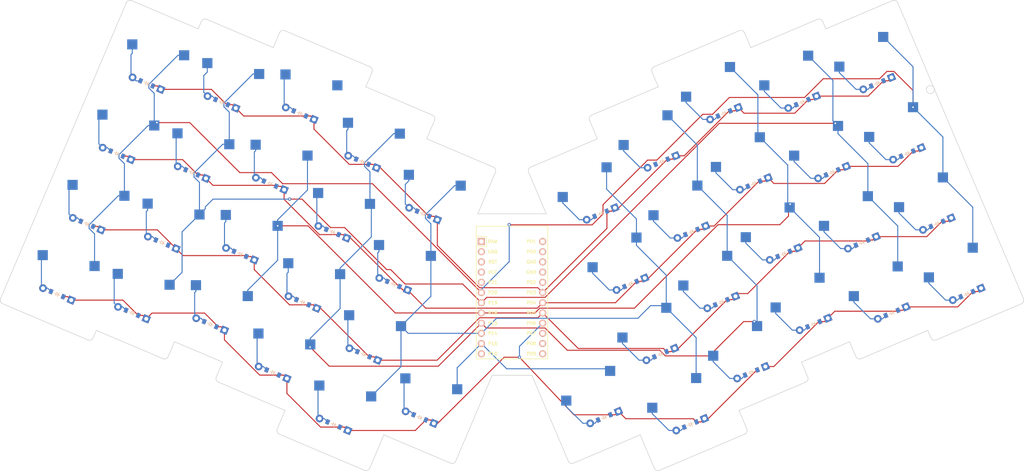
<source format=kicad_pcb>
(kicad_pcb (version 20171130) (host pcbnew 5.1.12)

  (general
    (thickness 1.6)
    (drawings 86)
    (tracks 596)
    (zones 0)
    (modules 85)
    (nets 65)
  )

  (page A3)
  (title_block
    (title main)
    (rev v1.0.0)
    (company Unknown)
  )

  (layers
    (0 F.Cu signal)
    (31 B.Cu signal)
    (32 B.Adhes user)
    (33 F.Adhes user)
    (34 B.Paste user)
    (35 F.Paste user)
    (36 B.SilkS user)
    (37 F.SilkS user)
    (38 B.Mask user)
    (39 F.Mask user)
    (40 Dwgs.User user)
    (41 Cmts.User user)
    (42 Eco1.User user)
    (43 Eco2.User user)
    (44 Edge.Cuts user)
    (45 Margin user)
    (46 B.CrtYd user)
    (47 F.CrtYd user)
    (48 B.Fab user)
    (49 F.Fab user)
  )

  (setup
    (last_trace_width 0.25)
    (trace_clearance 0.2)
    (zone_clearance 0.508)
    (zone_45_only no)
    (trace_min 0.2)
    (via_size 0.8)
    (via_drill 0.4)
    (via_min_size 0.4)
    (via_min_drill 0.3)
    (uvia_size 0.3)
    (uvia_drill 0.1)
    (uvias_allowed no)
    (uvia_min_size 0.2)
    (uvia_min_drill 0.1)
    (edge_width 0.05)
    (segment_width 0.2)
    (pcb_text_width 0.3)
    (pcb_text_size 1.5 1.5)
    (mod_edge_width 0.12)
    (mod_text_size 1 1)
    (mod_text_width 0.15)
    (pad_size 1.524 1.524)
    (pad_drill 0.762)
    (pad_to_mask_clearance 0.05)
    (aux_axis_origin 0 0)
    (visible_elements FFFFFF7F)
    (pcbplotparams
      (layerselection 0x010fc_ffffffff)
      (usegerberextensions false)
      (usegerberattributes true)
      (usegerberadvancedattributes true)
      (creategerberjobfile true)
      (excludeedgelayer true)
      (linewidth 0.100000)
      (plotframeref false)
      (viasonmask false)
      (mode 1)
      (useauxorigin false)
      (hpglpennumber 1)
      (hpglpenspeed 20)
      (hpglpendiameter 15.000000)
      (psnegative false)
      (psa4output false)
      (plotreference true)
      (plotvalue true)
      (plotinvisibletext false)
      (padsonsilk false)
      (subtractmaskfromsilk false)
      (outputformat 1)
      (mirror false)
      (drillshape 1)
      (scaleselection 1)
      (outputdirectory ""))
  )

  (net 0 "")
  (net 1 pinky_bottom)
  (net 2 P20)
  (net 3 P6)
  (net 4 pinky_home)
  (net 5 P5)
  (net 6 pinky_top)
  (net 7 P4)
  (net 8 pinky_num)
  (net 9 P3)
  (net 10 ring_bottom)
  (net 11 P19)
  (net 12 ring_home)
  (net 13 ring_top)
  (net 14 ring_num)
  (net 15 middle_bottom)
  (net 16 P18)
  (net 17 middle_home)
  (net 18 middle_top)
  (net 19 middle_num)
  (net 20 index_bottom)
  (net 21 P15)
  (net 22 index_home)
  (net 23 index_top)
  (net 24 index_num)
  (net 25 inner_bottom)
  (net 26 P14)
  (net 27 inner_home)
  (net 28 inner_top)
  (net 29 inner_num)
  (net 30 thumb_bottom)
  (net 31 P16)
  (net 32 mirror_pinky_bottom)
  (net 33 mirror_pinky_home)
  (net 34 mirror_pinky_top)
  (net 35 mirror_pinky_num)
  (net 36 mirror_ring_bottom)
  (net 37 mirror_ring_home)
  (net 38 mirror_ring_top)
  (net 39 mirror_ring_num)
  (net 40 mirror_middle_bottom)
  (net 41 mirror_middle_home)
  (net 42 mirror_middle_top)
  (net 43 mirror_middle_num)
  (net 44 mirror_index_bottom)
  (net 45 mirror_index_home)
  (net 46 mirror_index_top)
  (net 47 mirror_index_num)
  (net 48 mirror_inner_bottom)
  (net 49 mirror_inner_home)
  (net 50 mirror_inner_top)
  (net 51 mirror_inner_num)
  (net 52 mirror_thumb_bottom)
  (net 53 RAW)
  (net 54 GND)
  (net 55 RST)
  (net 56 VCC)
  (net 57 P21)
  (net 58 P10)
  (net 59 P1)
  (net 60 P0)
  (net 61 P2)
  (net 62 P7)
  (net 63 P8)
  (net 64 P9)

  (net_class Default "This is the default net class."
    (clearance 0.2)
    (trace_width 0.25)
    (via_dia 0.8)
    (via_drill 0.4)
    (uvia_dia 0.3)
    (uvia_drill 0.1)
    (add_net GND)
    (add_net P0)
    (add_net P1)
    (add_net P10)
    (add_net P14)
    (add_net P15)
    (add_net P16)
    (add_net P18)
    (add_net P19)
    (add_net P2)
    (add_net P20)
    (add_net P21)
    (add_net P3)
    (add_net P4)
    (add_net P5)
    (add_net P6)
    (add_net P7)
    (add_net P8)
    (add_net P9)
    (add_net RAW)
    (add_net RST)
    (add_net VCC)
    (add_net index_bottom)
    (add_net index_home)
    (add_net index_num)
    (add_net index_top)
    (add_net inner_bottom)
    (add_net inner_home)
    (add_net inner_num)
    (add_net inner_top)
    (add_net middle_bottom)
    (add_net middle_home)
    (add_net middle_num)
    (add_net middle_top)
    (add_net mirror_index_bottom)
    (add_net mirror_index_home)
    (add_net mirror_index_num)
    (add_net mirror_index_top)
    (add_net mirror_inner_bottom)
    (add_net mirror_inner_home)
    (add_net mirror_inner_num)
    (add_net mirror_inner_top)
    (add_net mirror_middle_bottom)
    (add_net mirror_middle_home)
    (add_net mirror_middle_num)
    (add_net mirror_middle_top)
    (add_net mirror_pinky_bottom)
    (add_net mirror_pinky_home)
    (add_net mirror_pinky_num)
    (add_net mirror_pinky_top)
    (add_net mirror_ring_bottom)
    (add_net mirror_ring_home)
    (add_net mirror_ring_num)
    (add_net mirror_ring_top)
    (add_net mirror_thumb_bottom)
    (add_net pinky_bottom)
    (add_net pinky_home)
    (add_net pinky_num)
    (add_net pinky_top)
    (add_net ring_bottom)
    (add_net ring_home)
    (add_net ring_num)
    (add_net ring_top)
    (add_net thumb_bottom)
  )

  (module MX (layer F.Cu) (tedit 5DD4F656) (tstamp 0)
    (at 0 0 337)
    (fp_text reference S1 (at 0 0) (layer F.SilkS) hide
      (effects (font (size 1.27 1.27) (thickness 0.15)))
    )
    (fp_text value "" (at 0 0) (layer F.SilkS) hide
      (effects (font (size 1.27 1.27) (thickness 0.15)))
    )
    (fp_line (start -9.5 9.5) (end -9.5 -9.5) (layer Dwgs.User) (width 0.15))
    (fp_line (start 9.5 9.5) (end -9.5 9.5) (layer Dwgs.User) (width 0.15))
    (fp_line (start 9.5 -9.5) (end 9.5 9.5) (layer Dwgs.User) (width 0.15))
    (fp_line (start -9.5 -9.5) (end 9.5 -9.5) (layer Dwgs.User) (width 0.15))
    (fp_line (start 7 -7) (end 7 -6) (layer Dwgs.User) (width 0.15))
    (fp_line (start 6 7) (end 7 7) (layer Dwgs.User) (width 0.15))
    (fp_line (start 7 -7) (end 6 -7) (layer Dwgs.User) (width 0.15))
    (fp_line (start 7 6) (end 7 7) (layer Dwgs.User) (width 0.15))
    (fp_line (start -7 7) (end -7 6) (layer Dwgs.User) (width 0.15))
    (fp_line (start -6 -7) (end -7 -7) (layer Dwgs.User) (width 0.15))
    (fp_line (start -7 7) (end -6 7) (layer Dwgs.User) (width 0.15))
    (fp_line (start -7 -6) (end -7 -7) (layer Dwgs.User) (width 0.15))
    (pad "" np_thru_hole circle (at 0 0) (size 3.9878 3.9878) (drill 3.9878) (layers *.Cu *.Mask))
    (pad "" np_thru_hole circle (at 5.08 0) (size 1.7018 1.7018) (drill 1.7018) (layers *.Cu *.Mask))
    (pad "" np_thru_hole circle (at -5.08 0) (size 1.7018 1.7018) (drill 1.7018) (layers *.Cu *.Mask))
    (pad "" np_thru_hole circle (at 2.54 -5.08) (size 3 3) (drill 3) (layers *.Cu *.Mask))
    (pad "" np_thru_hole circle (at -3.81 -2.54) (size 3 3) (drill 3) (layers *.Cu *.Mask))
    (pad 1 smd rect (at -7.085 -2.54 180) (size 2.55 2.5) (layers B.Cu B.Paste B.Mask)
      (net 1 pinky_bottom))
    (pad 2 smd rect (at 5.842 -5.08 180) (size 2.55 2.5) (layers B.Cu B.Paste B.Mask)
      (net 2 P20))
  )

  (module ComboDiode (layer F.Cu) (tedit 5B24D78E) (tstamp 0)
    (at -1.953656 4.602524 157)
    (fp_text reference D1 (at 0 0) (layer F.SilkS) hide
      (effects (font (size 1.27 1.27) (thickness 0.15)))
    )
    (fp_text value "" (at 0 0) (layer F.SilkS) hide
      (effects (font (size 1.27 1.27) (thickness 0.15)))
    )
    (fp_line (start -0.75 0) (end -0.35 0) (layer B.SilkS) (width 0.1))
    (fp_line (start -0.35 0) (end -0.35 -0.55) (layer B.SilkS) (width 0.1))
    (fp_line (start -0.35 0) (end -0.35 0.55) (layer B.SilkS) (width 0.1))
    (fp_line (start -0.35 0) (end 0.25 -0.4) (layer B.SilkS) (width 0.1))
    (fp_line (start 0.25 -0.4) (end 0.25 0.4) (layer B.SilkS) (width 0.1))
    (fp_line (start 0.25 0.4) (end -0.35 0) (layer B.SilkS) (width 0.1))
    (fp_line (start 0.25 0) (end 0.75 0) (layer B.SilkS) (width 0.1))
    (fp_line (start -0.75 0) (end -0.35 0) (layer F.SilkS) (width 0.1))
    (fp_line (start -0.35 0) (end -0.35 -0.55) (layer F.SilkS) (width 0.1))
    (fp_line (start -0.35 0) (end -0.35 0.55) (layer F.SilkS) (width 0.1))
    (fp_line (start -0.35 0) (end 0.25 -0.4) (layer F.SilkS) (width 0.1))
    (fp_line (start 0.25 -0.4) (end 0.25 0.4) (layer F.SilkS) (width 0.1))
    (fp_line (start 0.25 0.4) (end -0.35 0) (layer F.SilkS) (width 0.1))
    (fp_line (start 0.25 0) (end 0.75 0) (layer F.SilkS) (width 0.1))
    (pad 1 smd rect (at -1.65 0 157) (size 0.9 1.2) (layers F.Cu F.Paste F.Mask)
      (net 3 P6))
    (pad 2 smd rect (at 1.65 0 157) (size 0.9 1.2) (layers B.Cu B.Paste B.Mask)
      (net 1 pinky_bottom))
    (pad 1 smd rect (at -1.65 0 157) (size 0.9 1.2) (layers B.Cu B.Paste B.Mask)
      (net 3 P6))
    (pad 2 smd rect (at 1.65 0 157) (size 0.9 1.2) (layers F.Cu F.Paste F.Mask)
      (net 1 pinky_bottom))
    (pad 1 thru_hole circle (at 3.81 0 157) (size 1.905 1.905) (drill 0.9906) (layers *.Cu *.Mask)
      (net 1 pinky_bottom))
    (pad 2 thru_hole rect (at -3.81 0 157) (size 1.778 1.778) (drill 0.9906) (layers *.Cu *.Mask)
      (net 3 P6))
  )

  (module MX (layer F.Cu) (tedit 5DD4F656) (tstamp 0)
    (at 7.423891 -17.489592 337)
    (fp_text reference S2 (at 0 0) (layer F.SilkS) hide
      (effects (font (size 1.27 1.27) (thickness 0.15)))
    )
    (fp_text value "" (at 0 0) (layer F.SilkS) hide
      (effects (font (size 1.27 1.27) (thickness 0.15)))
    )
    (fp_line (start -9.5 9.5) (end -9.5 -9.5) (layer Dwgs.User) (width 0.15))
    (fp_line (start 9.5 9.5) (end -9.5 9.5) (layer Dwgs.User) (width 0.15))
    (fp_line (start 9.5 -9.5) (end 9.5 9.5) (layer Dwgs.User) (width 0.15))
    (fp_line (start -9.5 -9.5) (end 9.5 -9.5) (layer Dwgs.User) (width 0.15))
    (fp_line (start 7 -7) (end 7 -6) (layer Dwgs.User) (width 0.15))
    (fp_line (start 6 7) (end 7 7) (layer Dwgs.User) (width 0.15))
    (fp_line (start 7 -7) (end 6 -7) (layer Dwgs.User) (width 0.15))
    (fp_line (start 7 6) (end 7 7) (layer Dwgs.User) (width 0.15))
    (fp_line (start -7 7) (end -7 6) (layer Dwgs.User) (width 0.15))
    (fp_line (start -6 -7) (end -7 -7) (layer Dwgs.User) (width 0.15))
    (fp_line (start -7 7) (end -6 7) (layer Dwgs.User) (width 0.15))
    (fp_line (start -7 -6) (end -7 -7) (layer Dwgs.User) (width 0.15))
    (pad "" np_thru_hole circle (at 0 0) (size 3.9878 3.9878) (drill 3.9878) (layers *.Cu *.Mask))
    (pad "" np_thru_hole circle (at 5.08 0) (size 1.7018 1.7018) (drill 1.7018) (layers *.Cu *.Mask))
    (pad "" np_thru_hole circle (at -5.08 0) (size 1.7018 1.7018) (drill 1.7018) (layers *.Cu *.Mask))
    (pad "" np_thru_hole circle (at 2.54 -5.08) (size 3 3) (drill 3) (layers *.Cu *.Mask))
    (pad "" np_thru_hole circle (at -3.81 -2.54) (size 3 3) (drill 3) (layers *.Cu *.Mask))
    (pad 1 smd rect (at -7.085 -2.54 180) (size 2.55 2.5) (layers B.Cu B.Paste B.Mask)
      (net 4 pinky_home))
    (pad 2 smd rect (at 5.842 -5.08 180) (size 2.55 2.5) (layers B.Cu B.Paste B.Mask)
      (net 2 P20))
  )

  (module ComboDiode (layer F.Cu) (tedit 5B24D78E) (tstamp 0)
    (at 5.470236 -12.887068 157)
    (fp_text reference D2 (at 0 0) (layer F.SilkS) hide
      (effects (font (size 1.27 1.27) (thickness 0.15)))
    )
    (fp_text value "" (at 0 0) (layer F.SilkS) hide
      (effects (font (size 1.27 1.27) (thickness 0.15)))
    )
    (fp_line (start -0.75 0) (end -0.35 0) (layer B.SilkS) (width 0.1))
    (fp_line (start -0.35 0) (end -0.35 -0.55) (layer B.SilkS) (width 0.1))
    (fp_line (start -0.35 0) (end -0.35 0.55) (layer B.SilkS) (width 0.1))
    (fp_line (start -0.35 0) (end 0.25 -0.4) (layer B.SilkS) (width 0.1))
    (fp_line (start 0.25 -0.4) (end 0.25 0.4) (layer B.SilkS) (width 0.1))
    (fp_line (start 0.25 0.4) (end -0.35 0) (layer B.SilkS) (width 0.1))
    (fp_line (start 0.25 0) (end 0.75 0) (layer B.SilkS) (width 0.1))
    (fp_line (start -0.75 0) (end -0.35 0) (layer F.SilkS) (width 0.1))
    (fp_line (start -0.35 0) (end -0.35 -0.55) (layer F.SilkS) (width 0.1))
    (fp_line (start -0.35 0) (end -0.35 0.55) (layer F.SilkS) (width 0.1))
    (fp_line (start -0.35 0) (end 0.25 -0.4) (layer F.SilkS) (width 0.1))
    (fp_line (start 0.25 -0.4) (end 0.25 0.4) (layer F.SilkS) (width 0.1))
    (fp_line (start 0.25 0.4) (end -0.35 0) (layer F.SilkS) (width 0.1))
    (fp_line (start 0.25 0) (end 0.75 0) (layer F.SilkS) (width 0.1))
    (pad 1 smd rect (at -1.65 0 157) (size 0.9 1.2) (layers F.Cu F.Paste F.Mask)
      (net 5 P5))
    (pad 2 smd rect (at 1.65 0 157) (size 0.9 1.2) (layers B.Cu B.Paste B.Mask)
      (net 4 pinky_home))
    (pad 1 smd rect (at -1.65 0 157) (size 0.9 1.2) (layers B.Cu B.Paste B.Mask)
      (net 5 P5))
    (pad 2 smd rect (at 1.65 0 157) (size 0.9 1.2) (layers F.Cu F.Paste F.Mask)
      (net 4 pinky_home))
    (pad 1 thru_hole circle (at 3.81 0 157) (size 1.905 1.905) (drill 0.9906) (layers *.Cu *.Mask)
      (net 4 pinky_home))
    (pad 2 thru_hole rect (at -3.81 0 157) (size 1.778 1.778) (drill 0.9906) (layers *.Cu *.Mask)
      (net 5 P5))
  )

  (module MX (layer F.Cu) (tedit 5DD4F656) (tstamp 0)
    (at 14.847783 -34.979184 337)
    (fp_text reference S3 (at 0 0) (layer F.SilkS) hide
      (effects (font (size 1.27 1.27) (thickness 0.15)))
    )
    (fp_text value "" (at 0 0) (layer F.SilkS) hide
      (effects (font (size 1.27 1.27) (thickness 0.15)))
    )
    (fp_line (start -9.5 9.5) (end -9.5 -9.5) (layer Dwgs.User) (width 0.15))
    (fp_line (start 9.5 9.5) (end -9.5 9.5) (layer Dwgs.User) (width 0.15))
    (fp_line (start 9.5 -9.5) (end 9.5 9.5) (layer Dwgs.User) (width 0.15))
    (fp_line (start -9.5 -9.5) (end 9.5 -9.5) (layer Dwgs.User) (width 0.15))
    (fp_line (start 7 -7) (end 7 -6) (layer Dwgs.User) (width 0.15))
    (fp_line (start 6 7) (end 7 7) (layer Dwgs.User) (width 0.15))
    (fp_line (start 7 -7) (end 6 -7) (layer Dwgs.User) (width 0.15))
    (fp_line (start 7 6) (end 7 7) (layer Dwgs.User) (width 0.15))
    (fp_line (start -7 7) (end -7 6) (layer Dwgs.User) (width 0.15))
    (fp_line (start -6 -7) (end -7 -7) (layer Dwgs.User) (width 0.15))
    (fp_line (start -7 7) (end -6 7) (layer Dwgs.User) (width 0.15))
    (fp_line (start -7 -6) (end -7 -7) (layer Dwgs.User) (width 0.15))
    (pad "" np_thru_hole circle (at 0 0) (size 3.9878 3.9878) (drill 3.9878) (layers *.Cu *.Mask))
    (pad "" np_thru_hole circle (at 5.08 0) (size 1.7018 1.7018) (drill 1.7018) (layers *.Cu *.Mask))
    (pad "" np_thru_hole circle (at -5.08 0) (size 1.7018 1.7018) (drill 1.7018) (layers *.Cu *.Mask))
    (pad "" np_thru_hole circle (at 2.54 -5.08) (size 3 3) (drill 3) (layers *.Cu *.Mask))
    (pad "" np_thru_hole circle (at -3.81 -2.54) (size 3 3) (drill 3) (layers *.Cu *.Mask))
    (pad 1 smd rect (at -7.085 -2.54 180) (size 2.55 2.5) (layers B.Cu B.Paste B.Mask)
      (net 6 pinky_top))
    (pad 2 smd rect (at 5.842 -5.08 180) (size 2.55 2.5) (layers B.Cu B.Paste B.Mask)
      (net 2 P20))
  )

  (module ComboDiode (layer F.Cu) (tedit 5B24D78E) (tstamp 0)
    (at 12.894127 -30.37666 157)
    (fp_text reference D3 (at 0 0) (layer F.SilkS) hide
      (effects (font (size 1.27 1.27) (thickness 0.15)))
    )
    (fp_text value "" (at 0 0) (layer F.SilkS) hide
      (effects (font (size 1.27 1.27) (thickness 0.15)))
    )
    (fp_line (start -0.75 0) (end -0.35 0) (layer B.SilkS) (width 0.1))
    (fp_line (start -0.35 0) (end -0.35 -0.55) (layer B.SilkS) (width 0.1))
    (fp_line (start -0.35 0) (end -0.35 0.55) (layer B.SilkS) (width 0.1))
    (fp_line (start -0.35 0) (end 0.25 -0.4) (layer B.SilkS) (width 0.1))
    (fp_line (start 0.25 -0.4) (end 0.25 0.4) (layer B.SilkS) (width 0.1))
    (fp_line (start 0.25 0.4) (end -0.35 0) (layer B.SilkS) (width 0.1))
    (fp_line (start 0.25 0) (end 0.75 0) (layer B.SilkS) (width 0.1))
    (fp_line (start -0.75 0) (end -0.35 0) (layer F.SilkS) (width 0.1))
    (fp_line (start -0.35 0) (end -0.35 -0.55) (layer F.SilkS) (width 0.1))
    (fp_line (start -0.35 0) (end -0.35 0.55) (layer F.SilkS) (width 0.1))
    (fp_line (start -0.35 0) (end 0.25 -0.4) (layer F.SilkS) (width 0.1))
    (fp_line (start 0.25 -0.4) (end 0.25 0.4) (layer F.SilkS) (width 0.1))
    (fp_line (start 0.25 0.4) (end -0.35 0) (layer F.SilkS) (width 0.1))
    (fp_line (start 0.25 0) (end 0.75 0) (layer F.SilkS) (width 0.1))
    (pad 1 smd rect (at -1.65 0 157) (size 0.9 1.2) (layers F.Cu F.Paste F.Mask)
      (net 7 P4))
    (pad 2 smd rect (at 1.65 0 157) (size 0.9 1.2) (layers B.Cu B.Paste B.Mask)
      (net 6 pinky_top))
    (pad 1 smd rect (at -1.65 0 157) (size 0.9 1.2) (layers B.Cu B.Paste B.Mask)
      (net 7 P4))
    (pad 2 smd rect (at 1.65 0 157) (size 0.9 1.2) (layers F.Cu F.Paste F.Mask)
      (net 6 pinky_top))
    (pad 1 thru_hole circle (at 3.81 0 157) (size 1.905 1.905) (drill 0.9906) (layers *.Cu *.Mask)
      (net 6 pinky_top))
    (pad 2 thru_hole rect (at -3.81 0 157) (size 1.778 1.778) (drill 0.9906) (layers *.Cu *.Mask)
      (net 7 P4))
  )

  (module MX (layer F.Cu) (tedit 5DD4F656) (tstamp 0)
    (at 22.271674 -52.468777 337)
    (fp_text reference S4 (at 0 0) (layer F.SilkS) hide
      (effects (font (size 1.27 1.27) (thickness 0.15)))
    )
    (fp_text value "" (at 0 0) (layer F.SilkS) hide
      (effects (font (size 1.27 1.27) (thickness 0.15)))
    )
    (fp_line (start -9.5 9.5) (end -9.5 -9.5) (layer Dwgs.User) (width 0.15))
    (fp_line (start 9.5 9.5) (end -9.5 9.5) (layer Dwgs.User) (width 0.15))
    (fp_line (start 9.5 -9.5) (end 9.5 9.5) (layer Dwgs.User) (width 0.15))
    (fp_line (start -9.5 -9.5) (end 9.5 -9.5) (layer Dwgs.User) (width 0.15))
    (fp_line (start 7 -7) (end 7 -6) (layer Dwgs.User) (width 0.15))
    (fp_line (start 6 7) (end 7 7) (layer Dwgs.User) (width 0.15))
    (fp_line (start 7 -7) (end 6 -7) (layer Dwgs.User) (width 0.15))
    (fp_line (start 7 6) (end 7 7) (layer Dwgs.User) (width 0.15))
    (fp_line (start -7 7) (end -7 6) (layer Dwgs.User) (width 0.15))
    (fp_line (start -6 -7) (end -7 -7) (layer Dwgs.User) (width 0.15))
    (fp_line (start -7 7) (end -6 7) (layer Dwgs.User) (width 0.15))
    (fp_line (start -7 -6) (end -7 -7) (layer Dwgs.User) (width 0.15))
    (pad "" np_thru_hole circle (at 0 0) (size 3.9878 3.9878) (drill 3.9878) (layers *.Cu *.Mask))
    (pad "" np_thru_hole circle (at 5.08 0) (size 1.7018 1.7018) (drill 1.7018) (layers *.Cu *.Mask))
    (pad "" np_thru_hole circle (at -5.08 0) (size 1.7018 1.7018) (drill 1.7018) (layers *.Cu *.Mask))
    (pad "" np_thru_hole circle (at 2.54 -5.08) (size 3 3) (drill 3) (layers *.Cu *.Mask))
    (pad "" np_thru_hole circle (at -3.81 -2.54) (size 3 3) (drill 3) (layers *.Cu *.Mask))
    (pad 1 smd rect (at -7.085 -2.54 180) (size 2.55 2.5) (layers B.Cu B.Paste B.Mask)
      (net 8 pinky_num))
    (pad 2 smd rect (at 5.842 -5.08 180) (size 2.55 2.5) (layers B.Cu B.Paste B.Mask)
      (net 2 P20))
  )

  (module ComboDiode (layer F.Cu) (tedit 5B24D78E) (tstamp 0)
    (at 20.318019 -47.866252 157)
    (fp_text reference D4 (at 0 0) (layer F.SilkS) hide
      (effects (font (size 1.27 1.27) (thickness 0.15)))
    )
    (fp_text value "" (at 0 0) (layer F.SilkS) hide
      (effects (font (size 1.27 1.27) (thickness 0.15)))
    )
    (fp_line (start -0.75 0) (end -0.35 0) (layer B.SilkS) (width 0.1))
    (fp_line (start -0.35 0) (end -0.35 -0.55) (layer B.SilkS) (width 0.1))
    (fp_line (start -0.35 0) (end -0.35 0.55) (layer B.SilkS) (width 0.1))
    (fp_line (start -0.35 0) (end 0.25 -0.4) (layer B.SilkS) (width 0.1))
    (fp_line (start 0.25 -0.4) (end 0.25 0.4) (layer B.SilkS) (width 0.1))
    (fp_line (start 0.25 0.4) (end -0.35 0) (layer B.SilkS) (width 0.1))
    (fp_line (start 0.25 0) (end 0.75 0) (layer B.SilkS) (width 0.1))
    (fp_line (start -0.75 0) (end -0.35 0) (layer F.SilkS) (width 0.1))
    (fp_line (start -0.35 0) (end -0.35 -0.55) (layer F.SilkS) (width 0.1))
    (fp_line (start -0.35 0) (end -0.35 0.55) (layer F.SilkS) (width 0.1))
    (fp_line (start -0.35 0) (end 0.25 -0.4) (layer F.SilkS) (width 0.1))
    (fp_line (start 0.25 -0.4) (end 0.25 0.4) (layer F.SilkS) (width 0.1))
    (fp_line (start 0.25 0.4) (end -0.35 0) (layer F.SilkS) (width 0.1))
    (fp_line (start 0.25 0) (end 0.75 0) (layer F.SilkS) (width 0.1))
    (pad 1 smd rect (at -1.65 0 157) (size 0.9 1.2) (layers F.Cu F.Paste F.Mask)
      (net 9 P3))
    (pad 2 smd rect (at 1.65 0 157) (size 0.9 1.2) (layers B.Cu B.Paste B.Mask)
      (net 8 pinky_num))
    (pad 1 smd rect (at -1.65 0 157) (size 0.9 1.2) (layers B.Cu B.Paste B.Mask)
      (net 9 P3))
    (pad 2 smd rect (at 1.65 0 157) (size 0.9 1.2) (layers F.Cu F.Paste F.Mask)
      (net 8 pinky_num))
    (pad 1 thru_hole circle (at 3.81 0 157) (size 1.905 1.905) (drill 0.9906) (layers *.Cu *.Mask)
      (net 8 pinky_num))
    (pad 2 thru_hole rect (at -3.81 0 157) (size 1.778 1.778) (drill 0.9906) (layers *.Cu *.Mask)
      (net 9 P3))
  )

  (module MX (layer F.Cu) (tedit 5DD4F656) (tstamp 0)
    (at 18.661786 4.662377 337)
    (fp_text reference S5 (at 0 0) (layer F.SilkS) hide
      (effects (font (size 1.27 1.27) (thickness 0.15)))
    )
    (fp_text value "" (at 0 0) (layer F.SilkS) hide
      (effects (font (size 1.27 1.27) (thickness 0.15)))
    )
    (fp_line (start -9.5 9.5) (end -9.5 -9.5) (layer Dwgs.User) (width 0.15))
    (fp_line (start 9.5 9.5) (end -9.5 9.5) (layer Dwgs.User) (width 0.15))
    (fp_line (start 9.5 -9.5) (end 9.5 9.5) (layer Dwgs.User) (width 0.15))
    (fp_line (start -9.5 -9.5) (end 9.5 -9.5) (layer Dwgs.User) (width 0.15))
    (fp_line (start 7 -7) (end 7 -6) (layer Dwgs.User) (width 0.15))
    (fp_line (start 6 7) (end 7 7) (layer Dwgs.User) (width 0.15))
    (fp_line (start 7 -7) (end 6 -7) (layer Dwgs.User) (width 0.15))
    (fp_line (start 7 6) (end 7 7) (layer Dwgs.User) (width 0.15))
    (fp_line (start -7 7) (end -7 6) (layer Dwgs.User) (width 0.15))
    (fp_line (start -6 -7) (end -7 -7) (layer Dwgs.User) (width 0.15))
    (fp_line (start -7 7) (end -6 7) (layer Dwgs.User) (width 0.15))
    (fp_line (start -7 -6) (end -7 -7) (layer Dwgs.User) (width 0.15))
    (pad "" np_thru_hole circle (at 0 0) (size 3.9878 3.9878) (drill 3.9878) (layers *.Cu *.Mask))
    (pad "" np_thru_hole circle (at 5.08 0) (size 1.7018 1.7018) (drill 1.7018) (layers *.Cu *.Mask))
    (pad "" np_thru_hole circle (at -5.08 0) (size 1.7018 1.7018) (drill 1.7018) (layers *.Cu *.Mask))
    (pad "" np_thru_hole circle (at 2.54 -5.08) (size 3 3) (drill 3) (layers *.Cu *.Mask))
    (pad "" np_thru_hole circle (at -3.81 -2.54) (size 3 3) (drill 3) (layers *.Cu *.Mask))
    (pad 1 smd rect (at -7.085 -2.54 180) (size 2.55 2.5) (layers B.Cu B.Paste B.Mask)
      (net 10 ring_bottom))
    (pad 2 smd rect (at 5.842 -5.08 180) (size 2.55 2.5) (layers B.Cu B.Paste B.Mask)
      (net 11 P19))
  )

  (module ComboDiode (layer F.Cu) (tedit 5B24D78E) (tstamp 0)
    (at 16.70813 9.264901 157)
    (fp_text reference D5 (at 0 0) (layer F.SilkS) hide
      (effects (font (size 1.27 1.27) (thickness 0.15)))
    )
    (fp_text value "" (at 0 0) (layer F.SilkS) hide
      (effects (font (size 1.27 1.27) (thickness 0.15)))
    )
    (fp_line (start -0.75 0) (end -0.35 0) (layer B.SilkS) (width 0.1))
    (fp_line (start -0.35 0) (end -0.35 -0.55) (layer B.SilkS) (width 0.1))
    (fp_line (start -0.35 0) (end -0.35 0.55) (layer B.SilkS) (width 0.1))
    (fp_line (start -0.35 0) (end 0.25 -0.4) (layer B.SilkS) (width 0.1))
    (fp_line (start 0.25 -0.4) (end 0.25 0.4) (layer B.SilkS) (width 0.1))
    (fp_line (start 0.25 0.4) (end -0.35 0) (layer B.SilkS) (width 0.1))
    (fp_line (start 0.25 0) (end 0.75 0) (layer B.SilkS) (width 0.1))
    (fp_line (start -0.75 0) (end -0.35 0) (layer F.SilkS) (width 0.1))
    (fp_line (start -0.35 0) (end -0.35 -0.55) (layer F.SilkS) (width 0.1))
    (fp_line (start -0.35 0) (end -0.35 0.55) (layer F.SilkS) (width 0.1))
    (fp_line (start -0.35 0) (end 0.25 -0.4) (layer F.SilkS) (width 0.1))
    (fp_line (start 0.25 -0.4) (end 0.25 0.4) (layer F.SilkS) (width 0.1))
    (fp_line (start 0.25 0.4) (end -0.35 0) (layer F.SilkS) (width 0.1))
    (fp_line (start 0.25 0) (end 0.75 0) (layer F.SilkS) (width 0.1))
    (pad 1 smd rect (at -1.65 0 157) (size 0.9 1.2) (layers F.Cu F.Paste F.Mask)
      (net 3 P6))
    (pad 2 smd rect (at 1.65 0 157) (size 0.9 1.2) (layers B.Cu B.Paste B.Mask)
      (net 10 ring_bottom))
    (pad 1 smd rect (at -1.65 0 157) (size 0.9 1.2) (layers B.Cu B.Paste B.Mask)
      (net 3 P6))
    (pad 2 smd rect (at 1.65 0 157) (size 0.9 1.2) (layers F.Cu F.Paste F.Mask)
      (net 10 ring_bottom))
    (pad 1 thru_hole circle (at 3.81 0 157) (size 1.905 1.905) (drill 0.9906) (layers *.Cu *.Mask)
      (net 10 ring_bottom))
    (pad 2 thru_hole rect (at -3.81 0 157) (size 1.778 1.778) (drill 0.9906) (layers *.Cu *.Mask)
      (net 3 P6))
  )

  (module MX (layer F.Cu) (tedit 5DD4F656) (tstamp 0)
    (at 26.085677 -12.827215 337)
    (fp_text reference S6 (at 0 0) (layer F.SilkS) hide
      (effects (font (size 1.27 1.27) (thickness 0.15)))
    )
    (fp_text value "" (at 0 0) (layer F.SilkS) hide
      (effects (font (size 1.27 1.27) (thickness 0.15)))
    )
    (fp_line (start -9.5 9.5) (end -9.5 -9.5) (layer Dwgs.User) (width 0.15))
    (fp_line (start 9.5 9.5) (end -9.5 9.5) (layer Dwgs.User) (width 0.15))
    (fp_line (start 9.5 -9.5) (end 9.5 9.5) (layer Dwgs.User) (width 0.15))
    (fp_line (start -9.5 -9.5) (end 9.5 -9.5) (layer Dwgs.User) (width 0.15))
    (fp_line (start 7 -7) (end 7 -6) (layer Dwgs.User) (width 0.15))
    (fp_line (start 6 7) (end 7 7) (layer Dwgs.User) (width 0.15))
    (fp_line (start 7 -7) (end 6 -7) (layer Dwgs.User) (width 0.15))
    (fp_line (start 7 6) (end 7 7) (layer Dwgs.User) (width 0.15))
    (fp_line (start -7 7) (end -7 6) (layer Dwgs.User) (width 0.15))
    (fp_line (start -6 -7) (end -7 -7) (layer Dwgs.User) (width 0.15))
    (fp_line (start -7 7) (end -6 7) (layer Dwgs.User) (width 0.15))
    (fp_line (start -7 -6) (end -7 -7) (layer Dwgs.User) (width 0.15))
    (pad "" np_thru_hole circle (at 0 0) (size 3.9878 3.9878) (drill 3.9878) (layers *.Cu *.Mask))
    (pad "" np_thru_hole circle (at 5.08 0) (size 1.7018 1.7018) (drill 1.7018) (layers *.Cu *.Mask))
    (pad "" np_thru_hole circle (at -5.08 0) (size 1.7018 1.7018) (drill 1.7018) (layers *.Cu *.Mask))
    (pad "" np_thru_hole circle (at 2.54 -5.08) (size 3 3) (drill 3) (layers *.Cu *.Mask))
    (pad "" np_thru_hole circle (at -3.81 -2.54) (size 3 3) (drill 3) (layers *.Cu *.Mask))
    (pad 1 smd rect (at -7.085 -2.54 180) (size 2.55 2.5) (layers B.Cu B.Paste B.Mask)
      (net 12 ring_home))
    (pad 2 smd rect (at 5.842 -5.08 180) (size 2.55 2.5) (layers B.Cu B.Paste B.Mask)
      (net 11 P19))
  )

  (module ComboDiode (layer F.Cu) (tedit 5B24D78E) (tstamp 0)
    (at 24.132021 -8.224691 157)
    (fp_text reference D6 (at 0 0) (layer F.SilkS) hide
      (effects (font (size 1.27 1.27) (thickness 0.15)))
    )
    (fp_text value "" (at 0 0) (layer F.SilkS) hide
      (effects (font (size 1.27 1.27) (thickness 0.15)))
    )
    (fp_line (start -0.75 0) (end -0.35 0) (layer B.SilkS) (width 0.1))
    (fp_line (start -0.35 0) (end -0.35 -0.55) (layer B.SilkS) (width 0.1))
    (fp_line (start -0.35 0) (end -0.35 0.55) (layer B.SilkS) (width 0.1))
    (fp_line (start -0.35 0) (end 0.25 -0.4) (layer B.SilkS) (width 0.1))
    (fp_line (start 0.25 -0.4) (end 0.25 0.4) (layer B.SilkS) (width 0.1))
    (fp_line (start 0.25 0.4) (end -0.35 0) (layer B.SilkS) (width 0.1))
    (fp_line (start 0.25 0) (end 0.75 0) (layer B.SilkS) (width 0.1))
    (fp_line (start -0.75 0) (end -0.35 0) (layer F.SilkS) (width 0.1))
    (fp_line (start -0.35 0) (end -0.35 -0.55) (layer F.SilkS) (width 0.1))
    (fp_line (start -0.35 0) (end -0.35 0.55) (layer F.SilkS) (width 0.1))
    (fp_line (start -0.35 0) (end 0.25 -0.4) (layer F.SilkS) (width 0.1))
    (fp_line (start 0.25 -0.4) (end 0.25 0.4) (layer F.SilkS) (width 0.1))
    (fp_line (start 0.25 0.4) (end -0.35 0) (layer F.SilkS) (width 0.1))
    (fp_line (start 0.25 0) (end 0.75 0) (layer F.SilkS) (width 0.1))
    (pad 1 smd rect (at -1.65 0 157) (size 0.9 1.2) (layers F.Cu F.Paste F.Mask)
      (net 5 P5))
    (pad 2 smd rect (at 1.65 0 157) (size 0.9 1.2) (layers B.Cu B.Paste B.Mask)
      (net 12 ring_home))
    (pad 1 smd rect (at -1.65 0 157) (size 0.9 1.2) (layers B.Cu B.Paste B.Mask)
      (net 5 P5))
    (pad 2 smd rect (at 1.65 0 157) (size 0.9 1.2) (layers F.Cu F.Paste F.Mask)
      (net 12 ring_home))
    (pad 1 thru_hole circle (at 3.81 0 157) (size 1.905 1.905) (drill 0.9906) (layers *.Cu *.Mask)
      (net 12 ring_home))
    (pad 2 thru_hole rect (at -3.81 0 157) (size 1.778 1.778) (drill 0.9906) (layers *.Cu *.Mask)
      (net 5 P5))
  )

  (module MX (layer F.Cu) (tedit 5DD4F656) (tstamp 0)
    (at 33.509569 -30.316808 337)
    (fp_text reference S7 (at 0 0) (layer F.SilkS) hide
      (effects (font (size 1.27 1.27) (thickness 0.15)))
    )
    (fp_text value "" (at 0 0) (layer F.SilkS) hide
      (effects (font (size 1.27 1.27) (thickness 0.15)))
    )
    (fp_line (start -9.5 9.5) (end -9.5 -9.5) (layer Dwgs.User) (width 0.15))
    (fp_line (start 9.5 9.5) (end -9.5 9.5) (layer Dwgs.User) (width 0.15))
    (fp_line (start 9.5 -9.5) (end 9.5 9.5) (layer Dwgs.User) (width 0.15))
    (fp_line (start -9.5 -9.5) (end 9.5 -9.5) (layer Dwgs.User) (width 0.15))
    (fp_line (start 7 -7) (end 7 -6) (layer Dwgs.User) (width 0.15))
    (fp_line (start 6 7) (end 7 7) (layer Dwgs.User) (width 0.15))
    (fp_line (start 7 -7) (end 6 -7) (layer Dwgs.User) (width 0.15))
    (fp_line (start 7 6) (end 7 7) (layer Dwgs.User) (width 0.15))
    (fp_line (start -7 7) (end -7 6) (layer Dwgs.User) (width 0.15))
    (fp_line (start -6 -7) (end -7 -7) (layer Dwgs.User) (width 0.15))
    (fp_line (start -7 7) (end -6 7) (layer Dwgs.User) (width 0.15))
    (fp_line (start -7 -6) (end -7 -7) (layer Dwgs.User) (width 0.15))
    (pad "" np_thru_hole circle (at 0 0) (size 3.9878 3.9878) (drill 3.9878) (layers *.Cu *.Mask))
    (pad "" np_thru_hole circle (at 5.08 0) (size 1.7018 1.7018) (drill 1.7018) (layers *.Cu *.Mask))
    (pad "" np_thru_hole circle (at -5.08 0) (size 1.7018 1.7018) (drill 1.7018) (layers *.Cu *.Mask))
    (pad "" np_thru_hole circle (at 2.54 -5.08) (size 3 3) (drill 3) (layers *.Cu *.Mask))
    (pad "" np_thru_hole circle (at -3.81 -2.54) (size 3 3) (drill 3) (layers *.Cu *.Mask))
    (pad 1 smd rect (at -7.085 -2.54 180) (size 2.55 2.5) (layers B.Cu B.Paste B.Mask)
      (net 13 ring_top))
    (pad 2 smd rect (at 5.842 -5.08 180) (size 2.55 2.5) (layers B.Cu B.Paste B.Mask)
      (net 11 P19))
  )

  (module ComboDiode (layer F.Cu) (tedit 5B24D78E) (tstamp 0)
    (at 31.555913 -25.714283 157)
    (fp_text reference D7 (at 0 0) (layer F.SilkS) hide
      (effects (font (size 1.27 1.27) (thickness 0.15)))
    )
    (fp_text value "" (at 0 0) (layer F.SilkS) hide
      (effects (font (size 1.27 1.27) (thickness 0.15)))
    )
    (fp_line (start -0.75 0) (end -0.35 0) (layer B.SilkS) (width 0.1))
    (fp_line (start -0.35 0) (end -0.35 -0.55) (layer B.SilkS) (width 0.1))
    (fp_line (start -0.35 0) (end -0.35 0.55) (layer B.SilkS) (width 0.1))
    (fp_line (start -0.35 0) (end 0.25 -0.4) (layer B.SilkS) (width 0.1))
    (fp_line (start 0.25 -0.4) (end 0.25 0.4) (layer B.SilkS) (width 0.1))
    (fp_line (start 0.25 0.4) (end -0.35 0) (layer B.SilkS) (width 0.1))
    (fp_line (start 0.25 0) (end 0.75 0) (layer B.SilkS) (width 0.1))
    (fp_line (start -0.75 0) (end -0.35 0) (layer F.SilkS) (width 0.1))
    (fp_line (start -0.35 0) (end -0.35 -0.55) (layer F.SilkS) (width 0.1))
    (fp_line (start -0.35 0) (end -0.35 0.55) (layer F.SilkS) (width 0.1))
    (fp_line (start -0.35 0) (end 0.25 -0.4) (layer F.SilkS) (width 0.1))
    (fp_line (start 0.25 -0.4) (end 0.25 0.4) (layer F.SilkS) (width 0.1))
    (fp_line (start 0.25 0.4) (end -0.35 0) (layer F.SilkS) (width 0.1))
    (fp_line (start 0.25 0) (end 0.75 0) (layer F.SilkS) (width 0.1))
    (pad 1 smd rect (at -1.65 0 157) (size 0.9 1.2) (layers F.Cu F.Paste F.Mask)
      (net 7 P4))
    (pad 2 smd rect (at 1.65 0 157) (size 0.9 1.2) (layers B.Cu B.Paste B.Mask)
      (net 13 ring_top))
    (pad 1 smd rect (at -1.65 0 157) (size 0.9 1.2) (layers B.Cu B.Paste B.Mask)
      (net 7 P4))
    (pad 2 smd rect (at 1.65 0 157) (size 0.9 1.2) (layers F.Cu F.Paste F.Mask)
      (net 13 ring_top))
    (pad 1 thru_hole circle (at 3.81 0 157) (size 1.905 1.905) (drill 0.9906) (layers *.Cu *.Mask)
      (net 13 ring_top))
    (pad 2 thru_hole rect (at -3.81 0 157) (size 1.778 1.778) (drill 0.9906) (layers *.Cu *.Mask)
      (net 7 P4))
  )

  (module MX (layer F.Cu) (tedit 5DD4F656) (tstamp 0)
    (at 40.93346 -47.8064 337)
    (fp_text reference S8 (at 0 0) (layer F.SilkS) hide
      (effects (font (size 1.27 1.27) (thickness 0.15)))
    )
    (fp_text value "" (at 0 0) (layer F.SilkS) hide
      (effects (font (size 1.27 1.27) (thickness 0.15)))
    )
    (fp_line (start -9.5 9.5) (end -9.5 -9.5) (layer Dwgs.User) (width 0.15))
    (fp_line (start 9.5 9.5) (end -9.5 9.5) (layer Dwgs.User) (width 0.15))
    (fp_line (start 9.5 -9.5) (end 9.5 9.5) (layer Dwgs.User) (width 0.15))
    (fp_line (start -9.5 -9.5) (end 9.5 -9.5) (layer Dwgs.User) (width 0.15))
    (fp_line (start 7 -7) (end 7 -6) (layer Dwgs.User) (width 0.15))
    (fp_line (start 6 7) (end 7 7) (layer Dwgs.User) (width 0.15))
    (fp_line (start 7 -7) (end 6 -7) (layer Dwgs.User) (width 0.15))
    (fp_line (start 7 6) (end 7 7) (layer Dwgs.User) (width 0.15))
    (fp_line (start -7 7) (end -7 6) (layer Dwgs.User) (width 0.15))
    (fp_line (start -6 -7) (end -7 -7) (layer Dwgs.User) (width 0.15))
    (fp_line (start -7 7) (end -6 7) (layer Dwgs.User) (width 0.15))
    (fp_line (start -7 -6) (end -7 -7) (layer Dwgs.User) (width 0.15))
    (pad "" np_thru_hole circle (at 0 0) (size 3.9878 3.9878) (drill 3.9878) (layers *.Cu *.Mask))
    (pad "" np_thru_hole circle (at 5.08 0) (size 1.7018 1.7018) (drill 1.7018) (layers *.Cu *.Mask))
    (pad "" np_thru_hole circle (at -5.08 0) (size 1.7018 1.7018) (drill 1.7018) (layers *.Cu *.Mask))
    (pad "" np_thru_hole circle (at 2.54 -5.08) (size 3 3) (drill 3) (layers *.Cu *.Mask))
    (pad "" np_thru_hole circle (at -3.81 -2.54) (size 3 3) (drill 3) (layers *.Cu *.Mask))
    (pad 1 smd rect (at -7.085 -2.54 180) (size 2.55 2.5) (layers B.Cu B.Paste B.Mask)
      (net 14 ring_num))
    (pad 2 smd rect (at 5.842 -5.08 180) (size 2.55 2.5) (layers B.Cu B.Paste B.Mask)
      (net 11 P19))
  )

  (module ComboDiode (layer F.Cu) (tedit 5B24D78E) (tstamp 0)
    (at 38.979804 -43.203876 157)
    (fp_text reference D8 (at 0 0) (layer F.SilkS) hide
      (effects (font (size 1.27 1.27) (thickness 0.15)))
    )
    (fp_text value "" (at 0 0) (layer F.SilkS) hide
      (effects (font (size 1.27 1.27) (thickness 0.15)))
    )
    (fp_line (start -0.75 0) (end -0.35 0) (layer B.SilkS) (width 0.1))
    (fp_line (start -0.35 0) (end -0.35 -0.55) (layer B.SilkS) (width 0.1))
    (fp_line (start -0.35 0) (end -0.35 0.55) (layer B.SilkS) (width 0.1))
    (fp_line (start -0.35 0) (end 0.25 -0.4) (layer B.SilkS) (width 0.1))
    (fp_line (start 0.25 -0.4) (end 0.25 0.4) (layer B.SilkS) (width 0.1))
    (fp_line (start 0.25 0.4) (end -0.35 0) (layer B.SilkS) (width 0.1))
    (fp_line (start 0.25 0) (end 0.75 0) (layer B.SilkS) (width 0.1))
    (fp_line (start -0.75 0) (end -0.35 0) (layer F.SilkS) (width 0.1))
    (fp_line (start -0.35 0) (end -0.35 -0.55) (layer F.SilkS) (width 0.1))
    (fp_line (start -0.35 0) (end -0.35 0.55) (layer F.SilkS) (width 0.1))
    (fp_line (start -0.35 0) (end 0.25 -0.4) (layer F.SilkS) (width 0.1))
    (fp_line (start 0.25 -0.4) (end 0.25 0.4) (layer F.SilkS) (width 0.1))
    (fp_line (start 0.25 0.4) (end -0.35 0) (layer F.SilkS) (width 0.1))
    (fp_line (start 0.25 0) (end 0.75 0) (layer F.SilkS) (width 0.1))
    (pad 1 smd rect (at -1.65 0 157) (size 0.9 1.2) (layers F.Cu F.Paste F.Mask)
      (net 9 P3))
    (pad 2 smd rect (at 1.65 0 157) (size 0.9 1.2) (layers B.Cu B.Paste B.Mask)
      (net 14 ring_num))
    (pad 1 smd rect (at -1.65 0 157) (size 0.9 1.2) (layers B.Cu B.Paste B.Mask)
      (net 9 P3))
    (pad 2 smd rect (at 1.65 0 157) (size 0.9 1.2) (layers F.Cu F.Paste F.Mask)
      (net 14 ring_num))
    (pad 1 thru_hole circle (at 3.81 0 157) (size 1.905 1.905) (drill 0.9906) (layers *.Cu *.Mask)
      (net 14 ring_num))
    (pad 2 thru_hole rect (at -3.81 0 157) (size 1.778 1.778) (drill 0.9906) (layers *.Cu *.Mask)
      (net 9 P3))
  )

  (module MX (layer F.Cu) (tedit 5DD4F656) (tstamp 0)
    (at 38.105034 7.483744 337)
    (fp_text reference S9 (at 0 0) (layer F.SilkS) hide
      (effects (font (size 1.27 1.27) (thickness 0.15)))
    )
    (fp_text value "" (at 0 0) (layer F.SilkS) hide
      (effects (font (size 1.27 1.27) (thickness 0.15)))
    )
    (fp_line (start -9.5 9.5) (end -9.5 -9.5) (layer Dwgs.User) (width 0.15))
    (fp_line (start 9.5 9.5) (end -9.5 9.5) (layer Dwgs.User) (width 0.15))
    (fp_line (start 9.5 -9.5) (end 9.5 9.5) (layer Dwgs.User) (width 0.15))
    (fp_line (start -9.5 -9.5) (end 9.5 -9.5) (layer Dwgs.User) (width 0.15))
    (fp_line (start 7 -7) (end 7 -6) (layer Dwgs.User) (width 0.15))
    (fp_line (start 6 7) (end 7 7) (layer Dwgs.User) (width 0.15))
    (fp_line (start 7 -7) (end 6 -7) (layer Dwgs.User) (width 0.15))
    (fp_line (start 7 6) (end 7 7) (layer Dwgs.User) (width 0.15))
    (fp_line (start -7 7) (end -7 6) (layer Dwgs.User) (width 0.15))
    (fp_line (start -6 -7) (end -7 -7) (layer Dwgs.User) (width 0.15))
    (fp_line (start -7 7) (end -6 7) (layer Dwgs.User) (width 0.15))
    (fp_line (start -7 -6) (end -7 -7) (layer Dwgs.User) (width 0.15))
    (pad "" np_thru_hole circle (at 0 0) (size 3.9878 3.9878) (drill 3.9878) (layers *.Cu *.Mask))
    (pad "" np_thru_hole circle (at 5.08 0) (size 1.7018 1.7018) (drill 1.7018) (layers *.Cu *.Mask))
    (pad "" np_thru_hole circle (at -5.08 0) (size 1.7018 1.7018) (drill 1.7018) (layers *.Cu *.Mask))
    (pad "" np_thru_hole circle (at 2.54 -5.08) (size 3 3) (drill 3) (layers *.Cu *.Mask))
    (pad "" np_thru_hole circle (at -3.81 -2.54) (size 3 3) (drill 3) (layers *.Cu *.Mask))
    (pad 1 smd rect (at -7.085 -2.54 180) (size 2.55 2.5) (layers B.Cu B.Paste B.Mask)
      (net 15 middle_bottom))
    (pad 2 smd rect (at 5.842 -5.08 180) (size 2.55 2.5) (layers B.Cu B.Paste B.Mask)
      (net 16 P18))
  )

  (module ComboDiode (layer F.Cu) (tedit 5B24D78E) (tstamp 0)
    (at 36.151378 12.086268 157)
    (fp_text reference D9 (at 0 0) (layer F.SilkS) hide
      (effects (font (size 1.27 1.27) (thickness 0.15)))
    )
    (fp_text value "" (at 0 0) (layer F.SilkS) hide
      (effects (font (size 1.27 1.27) (thickness 0.15)))
    )
    (fp_line (start -0.75 0) (end -0.35 0) (layer B.SilkS) (width 0.1))
    (fp_line (start -0.35 0) (end -0.35 -0.55) (layer B.SilkS) (width 0.1))
    (fp_line (start -0.35 0) (end -0.35 0.55) (layer B.SilkS) (width 0.1))
    (fp_line (start -0.35 0) (end 0.25 -0.4) (layer B.SilkS) (width 0.1))
    (fp_line (start 0.25 -0.4) (end 0.25 0.4) (layer B.SilkS) (width 0.1))
    (fp_line (start 0.25 0.4) (end -0.35 0) (layer B.SilkS) (width 0.1))
    (fp_line (start 0.25 0) (end 0.75 0) (layer B.SilkS) (width 0.1))
    (fp_line (start -0.75 0) (end -0.35 0) (layer F.SilkS) (width 0.1))
    (fp_line (start -0.35 0) (end -0.35 -0.55) (layer F.SilkS) (width 0.1))
    (fp_line (start -0.35 0) (end -0.35 0.55) (layer F.SilkS) (width 0.1))
    (fp_line (start -0.35 0) (end 0.25 -0.4) (layer F.SilkS) (width 0.1))
    (fp_line (start 0.25 -0.4) (end 0.25 0.4) (layer F.SilkS) (width 0.1))
    (fp_line (start 0.25 0.4) (end -0.35 0) (layer F.SilkS) (width 0.1))
    (fp_line (start 0.25 0) (end 0.75 0) (layer F.SilkS) (width 0.1))
    (pad 1 smd rect (at -1.65 0 157) (size 0.9 1.2) (layers F.Cu F.Paste F.Mask)
      (net 3 P6))
    (pad 2 smd rect (at 1.65 0 157) (size 0.9 1.2) (layers B.Cu B.Paste B.Mask)
      (net 15 middle_bottom))
    (pad 1 smd rect (at -1.65 0 157) (size 0.9 1.2) (layers B.Cu B.Paste B.Mask)
      (net 3 P6))
    (pad 2 smd rect (at 1.65 0 157) (size 0.9 1.2) (layers F.Cu F.Paste F.Mask)
      (net 15 middle_bottom))
    (pad 1 thru_hole circle (at 3.81 0 157) (size 1.905 1.905) (drill 0.9906) (layers *.Cu *.Mask)
      (net 15 middle_bottom))
    (pad 2 thru_hole rect (at -3.81 0 157) (size 1.778 1.778) (drill 0.9906) (layers *.Cu *.Mask)
      (net 3 P6))
  )

  (module MX (layer F.Cu) (tedit 5DD4F656) (tstamp 0)
    (at 45.528925 -10.005848 337)
    (fp_text reference S10 (at 0 0) (layer F.SilkS) hide
      (effects (font (size 1.27 1.27) (thickness 0.15)))
    )
    (fp_text value "" (at 0 0) (layer F.SilkS) hide
      (effects (font (size 1.27 1.27) (thickness 0.15)))
    )
    (fp_line (start -9.5 9.5) (end -9.5 -9.5) (layer Dwgs.User) (width 0.15))
    (fp_line (start 9.5 9.5) (end -9.5 9.5) (layer Dwgs.User) (width 0.15))
    (fp_line (start 9.5 -9.5) (end 9.5 9.5) (layer Dwgs.User) (width 0.15))
    (fp_line (start -9.5 -9.5) (end 9.5 -9.5) (layer Dwgs.User) (width 0.15))
    (fp_line (start 7 -7) (end 7 -6) (layer Dwgs.User) (width 0.15))
    (fp_line (start 6 7) (end 7 7) (layer Dwgs.User) (width 0.15))
    (fp_line (start 7 -7) (end 6 -7) (layer Dwgs.User) (width 0.15))
    (fp_line (start 7 6) (end 7 7) (layer Dwgs.User) (width 0.15))
    (fp_line (start -7 7) (end -7 6) (layer Dwgs.User) (width 0.15))
    (fp_line (start -6 -7) (end -7 -7) (layer Dwgs.User) (width 0.15))
    (fp_line (start -7 7) (end -6 7) (layer Dwgs.User) (width 0.15))
    (fp_line (start -7 -6) (end -7 -7) (layer Dwgs.User) (width 0.15))
    (pad "" np_thru_hole circle (at 0 0) (size 3.9878 3.9878) (drill 3.9878) (layers *.Cu *.Mask))
    (pad "" np_thru_hole circle (at 5.08 0) (size 1.7018 1.7018) (drill 1.7018) (layers *.Cu *.Mask))
    (pad "" np_thru_hole circle (at -5.08 0) (size 1.7018 1.7018) (drill 1.7018) (layers *.Cu *.Mask))
    (pad "" np_thru_hole circle (at 2.54 -5.08) (size 3 3) (drill 3) (layers *.Cu *.Mask))
    (pad "" np_thru_hole circle (at -3.81 -2.54) (size 3 3) (drill 3) (layers *.Cu *.Mask))
    (pad 1 smd rect (at -7.085 -2.54 180) (size 2.55 2.5) (layers B.Cu B.Paste B.Mask)
      (net 17 middle_home))
    (pad 2 smd rect (at 5.842 -5.08 180) (size 2.55 2.5) (layers B.Cu B.Paste B.Mask)
      (net 16 P18))
  )

  (module ComboDiode (layer F.Cu) (tedit 5B24D78E) (tstamp 0)
    (at 43.575269 -5.403324 157)
    (fp_text reference D10 (at 0 0) (layer F.SilkS) hide
      (effects (font (size 1.27 1.27) (thickness 0.15)))
    )
    (fp_text value "" (at 0 0) (layer F.SilkS) hide
      (effects (font (size 1.27 1.27) (thickness 0.15)))
    )
    (fp_line (start -0.75 0) (end -0.35 0) (layer B.SilkS) (width 0.1))
    (fp_line (start -0.35 0) (end -0.35 -0.55) (layer B.SilkS) (width 0.1))
    (fp_line (start -0.35 0) (end -0.35 0.55) (layer B.SilkS) (width 0.1))
    (fp_line (start -0.35 0) (end 0.25 -0.4) (layer B.SilkS) (width 0.1))
    (fp_line (start 0.25 -0.4) (end 0.25 0.4) (layer B.SilkS) (width 0.1))
    (fp_line (start 0.25 0.4) (end -0.35 0) (layer B.SilkS) (width 0.1))
    (fp_line (start 0.25 0) (end 0.75 0) (layer B.SilkS) (width 0.1))
    (fp_line (start -0.75 0) (end -0.35 0) (layer F.SilkS) (width 0.1))
    (fp_line (start -0.35 0) (end -0.35 -0.55) (layer F.SilkS) (width 0.1))
    (fp_line (start -0.35 0) (end -0.35 0.55) (layer F.SilkS) (width 0.1))
    (fp_line (start -0.35 0) (end 0.25 -0.4) (layer F.SilkS) (width 0.1))
    (fp_line (start 0.25 -0.4) (end 0.25 0.4) (layer F.SilkS) (width 0.1))
    (fp_line (start 0.25 0.4) (end -0.35 0) (layer F.SilkS) (width 0.1))
    (fp_line (start 0.25 0) (end 0.75 0) (layer F.SilkS) (width 0.1))
    (pad 1 smd rect (at -1.65 0 157) (size 0.9 1.2) (layers F.Cu F.Paste F.Mask)
      (net 5 P5))
    (pad 2 smd rect (at 1.65 0 157) (size 0.9 1.2) (layers B.Cu B.Paste B.Mask)
      (net 17 middle_home))
    (pad 1 smd rect (at -1.65 0 157) (size 0.9 1.2) (layers B.Cu B.Paste B.Mask)
      (net 5 P5))
    (pad 2 smd rect (at 1.65 0 157) (size 0.9 1.2) (layers F.Cu F.Paste F.Mask)
      (net 17 middle_home))
    (pad 1 thru_hole circle (at 3.81 0 157) (size 1.905 1.905) (drill 0.9906) (layers *.Cu *.Mask)
      (net 17 middle_home))
    (pad 2 thru_hole rect (at -3.81 0 157) (size 1.778 1.778) (drill 0.9906) (layers *.Cu *.Mask)
      (net 5 P5))
  )

  (module MX (layer F.Cu) (tedit 5DD4F656) (tstamp 0)
    (at 52.952816 -27.49544 337)
    (fp_text reference S11 (at 0 0) (layer F.SilkS) hide
      (effects (font (size 1.27 1.27) (thickness 0.15)))
    )
    (fp_text value "" (at 0 0) (layer F.SilkS) hide
      (effects (font (size 1.27 1.27) (thickness 0.15)))
    )
    (fp_line (start -9.5 9.5) (end -9.5 -9.5) (layer Dwgs.User) (width 0.15))
    (fp_line (start 9.5 9.5) (end -9.5 9.5) (layer Dwgs.User) (width 0.15))
    (fp_line (start 9.5 -9.5) (end 9.5 9.5) (layer Dwgs.User) (width 0.15))
    (fp_line (start -9.5 -9.5) (end 9.5 -9.5) (layer Dwgs.User) (width 0.15))
    (fp_line (start 7 -7) (end 7 -6) (layer Dwgs.User) (width 0.15))
    (fp_line (start 6 7) (end 7 7) (layer Dwgs.User) (width 0.15))
    (fp_line (start 7 -7) (end 6 -7) (layer Dwgs.User) (width 0.15))
    (fp_line (start 7 6) (end 7 7) (layer Dwgs.User) (width 0.15))
    (fp_line (start -7 7) (end -7 6) (layer Dwgs.User) (width 0.15))
    (fp_line (start -6 -7) (end -7 -7) (layer Dwgs.User) (width 0.15))
    (fp_line (start -7 7) (end -6 7) (layer Dwgs.User) (width 0.15))
    (fp_line (start -7 -6) (end -7 -7) (layer Dwgs.User) (width 0.15))
    (pad "" np_thru_hole circle (at 0 0) (size 3.9878 3.9878) (drill 3.9878) (layers *.Cu *.Mask))
    (pad "" np_thru_hole circle (at 5.08 0) (size 1.7018 1.7018) (drill 1.7018) (layers *.Cu *.Mask))
    (pad "" np_thru_hole circle (at -5.08 0) (size 1.7018 1.7018) (drill 1.7018) (layers *.Cu *.Mask))
    (pad "" np_thru_hole circle (at 2.54 -5.08) (size 3 3) (drill 3) (layers *.Cu *.Mask))
    (pad "" np_thru_hole circle (at -3.81 -2.54) (size 3 3) (drill 3) (layers *.Cu *.Mask))
    (pad 1 smd rect (at -7.085 -2.54 180) (size 2.55 2.5) (layers B.Cu B.Paste B.Mask)
      (net 18 middle_top))
    (pad 2 smd rect (at 5.842 -5.08 180) (size 2.55 2.5) (layers B.Cu B.Paste B.Mask)
      (net 16 P18))
  )

  (module ComboDiode (layer F.Cu) (tedit 5B24D78E) (tstamp 0)
    (at 50.999161 -22.892916 157)
    (fp_text reference D11 (at 0 0) (layer F.SilkS) hide
      (effects (font (size 1.27 1.27) (thickness 0.15)))
    )
    (fp_text value "" (at 0 0) (layer F.SilkS) hide
      (effects (font (size 1.27 1.27) (thickness 0.15)))
    )
    (fp_line (start -0.75 0) (end -0.35 0) (layer B.SilkS) (width 0.1))
    (fp_line (start -0.35 0) (end -0.35 -0.55) (layer B.SilkS) (width 0.1))
    (fp_line (start -0.35 0) (end -0.35 0.55) (layer B.SilkS) (width 0.1))
    (fp_line (start -0.35 0) (end 0.25 -0.4) (layer B.SilkS) (width 0.1))
    (fp_line (start 0.25 -0.4) (end 0.25 0.4) (layer B.SilkS) (width 0.1))
    (fp_line (start 0.25 0.4) (end -0.35 0) (layer B.SilkS) (width 0.1))
    (fp_line (start 0.25 0) (end 0.75 0) (layer B.SilkS) (width 0.1))
    (fp_line (start -0.75 0) (end -0.35 0) (layer F.SilkS) (width 0.1))
    (fp_line (start -0.35 0) (end -0.35 -0.55) (layer F.SilkS) (width 0.1))
    (fp_line (start -0.35 0) (end -0.35 0.55) (layer F.SilkS) (width 0.1))
    (fp_line (start -0.35 0) (end 0.25 -0.4) (layer F.SilkS) (width 0.1))
    (fp_line (start 0.25 -0.4) (end 0.25 0.4) (layer F.SilkS) (width 0.1))
    (fp_line (start 0.25 0.4) (end -0.35 0) (layer F.SilkS) (width 0.1))
    (fp_line (start 0.25 0) (end 0.75 0) (layer F.SilkS) (width 0.1))
    (pad 1 smd rect (at -1.65 0 157) (size 0.9 1.2) (layers F.Cu F.Paste F.Mask)
      (net 7 P4))
    (pad 2 smd rect (at 1.65 0 157) (size 0.9 1.2) (layers B.Cu B.Paste B.Mask)
      (net 18 middle_top))
    (pad 1 smd rect (at -1.65 0 157) (size 0.9 1.2) (layers B.Cu B.Paste B.Mask)
      (net 7 P4))
    (pad 2 smd rect (at 1.65 0 157) (size 0.9 1.2) (layers F.Cu F.Paste F.Mask)
      (net 18 middle_top))
    (pad 1 thru_hole circle (at 3.81 0 157) (size 1.905 1.905) (drill 0.9906) (layers *.Cu *.Mask)
      (net 18 middle_top))
    (pad 2 thru_hole rect (at -3.81 0 157) (size 1.778 1.778) (drill 0.9906) (layers *.Cu *.Mask)
      (net 7 P4))
  )

  (module MX (layer F.Cu) (tedit 5DD4F656) (tstamp 0)
    (at 60.376708 -44.985033 337)
    (fp_text reference S12 (at 0 0) (layer F.SilkS) hide
      (effects (font (size 1.27 1.27) (thickness 0.15)))
    )
    (fp_text value "" (at 0 0) (layer F.SilkS) hide
      (effects (font (size 1.27 1.27) (thickness 0.15)))
    )
    (fp_line (start -9.5 9.5) (end -9.5 -9.5) (layer Dwgs.User) (width 0.15))
    (fp_line (start 9.5 9.5) (end -9.5 9.5) (layer Dwgs.User) (width 0.15))
    (fp_line (start 9.5 -9.5) (end 9.5 9.5) (layer Dwgs.User) (width 0.15))
    (fp_line (start -9.5 -9.5) (end 9.5 -9.5) (layer Dwgs.User) (width 0.15))
    (fp_line (start 7 -7) (end 7 -6) (layer Dwgs.User) (width 0.15))
    (fp_line (start 6 7) (end 7 7) (layer Dwgs.User) (width 0.15))
    (fp_line (start 7 -7) (end 6 -7) (layer Dwgs.User) (width 0.15))
    (fp_line (start 7 6) (end 7 7) (layer Dwgs.User) (width 0.15))
    (fp_line (start -7 7) (end -7 6) (layer Dwgs.User) (width 0.15))
    (fp_line (start -6 -7) (end -7 -7) (layer Dwgs.User) (width 0.15))
    (fp_line (start -7 7) (end -6 7) (layer Dwgs.User) (width 0.15))
    (fp_line (start -7 -6) (end -7 -7) (layer Dwgs.User) (width 0.15))
    (pad "" np_thru_hole circle (at 0 0) (size 3.9878 3.9878) (drill 3.9878) (layers *.Cu *.Mask))
    (pad "" np_thru_hole circle (at 5.08 0) (size 1.7018 1.7018) (drill 1.7018) (layers *.Cu *.Mask))
    (pad "" np_thru_hole circle (at -5.08 0) (size 1.7018 1.7018) (drill 1.7018) (layers *.Cu *.Mask))
    (pad "" np_thru_hole circle (at 2.54 -5.08) (size 3 3) (drill 3) (layers *.Cu *.Mask))
    (pad "" np_thru_hole circle (at -3.81 -2.54) (size 3 3) (drill 3) (layers *.Cu *.Mask))
    (pad 1 smd rect (at -7.085 -2.54 180) (size 2.55 2.5) (layers B.Cu B.Paste B.Mask)
      (net 19 middle_num))
    (pad 2 smd rect (at 5.842 -5.08 180) (size 2.55 2.5) (layers B.Cu B.Paste B.Mask)
      (net 16 P18))
  )

  (module ComboDiode (layer F.Cu) (tedit 5B24D78E) (tstamp 0)
    (at 58.423052 -40.382508 157)
    (fp_text reference D12 (at 0 0) (layer F.SilkS) hide
      (effects (font (size 1.27 1.27) (thickness 0.15)))
    )
    (fp_text value "" (at 0 0) (layer F.SilkS) hide
      (effects (font (size 1.27 1.27) (thickness 0.15)))
    )
    (fp_line (start -0.75 0) (end -0.35 0) (layer B.SilkS) (width 0.1))
    (fp_line (start -0.35 0) (end -0.35 -0.55) (layer B.SilkS) (width 0.1))
    (fp_line (start -0.35 0) (end -0.35 0.55) (layer B.SilkS) (width 0.1))
    (fp_line (start -0.35 0) (end 0.25 -0.4) (layer B.SilkS) (width 0.1))
    (fp_line (start 0.25 -0.4) (end 0.25 0.4) (layer B.SilkS) (width 0.1))
    (fp_line (start 0.25 0.4) (end -0.35 0) (layer B.SilkS) (width 0.1))
    (fp_line (start 0.25 0) (end 0.75 0) (layer B.SilkS) (width 0.1))
    (fp_line (start -0.75 0) (end -0.35 0) (layer F.SilkS) (width 0.1))
    (fp_line (start -0.35 0) (end -0.35 -0.55) (layer F.SilkS) (width 0.1))
    (fp_line (start -0.35 0) (end -0.35 0.55) (layer F.SilkS) (width 0.1))
    (fp_line (start -0.35 0) (end 0.25 -0.4) (layer F.SilkS) (width 0.1))
    (fp_line (start 0.25 -0.4) (end 0.25 0.4) (layer F.SilkS) (width 0.1))
    (fp_line (start 0.25 0.4) (end -0.35 0) (layer F.SilkS) (width 0.1))
    (fp_line (start 0.25 0) (end 0.75 0) (layer F.SilkS) (width 0.1))
    (pad 1 smd rect (at -1.65 0 157) (size 0.9 1.2) (layers F.Cu F.Paste F.Mask)
      (net 9 P3))
    (pad 2 smd rect (at 1.65 0 157) (size 0.9 1.2) (layers B.Cu B.Paste B.Mask)
      (net 19 middle_num))
    (pad 1 smd rect (at -1.65 0 157) (size 0.9 1.2) (layers B.Cu B.Paste B.Mask)
      (net 9 P3))
    (pad 2 smd rect (at 1.65 0 157) (size 0.9 1.2) (layers F.Cu F.Paste F.Mask)
      (net 19 middle_num))
    (pad 1 thru_hole circle (at 3.81 0 157) (size 1.905 1.905) (drill 0.9906) (layers *.Cu *.Mask)
      (net 19 middle_num))
    (pad 2 thru_hole rect (at -3.81 0 157) (size 1.778 1.778) (drill 0.9906) (layers *.Cu *.Mask)
      (net 9 P3))
  )

  (module MX (layer F.Cu) (tedit 5DD4F656) (tstamp 0)
    (at 53.64097 19.51016 337)
    (fp_text reference S13 (at 0 0) (layer F.SilkS) hide
      (effects (font (size 1.27 1.27) (thickness 0.15)))
    )
    (fp_text value "" (at 0 0) (layer F.SilkS) hide
      (effects (font (size 1.27 1.27) (thickness 0.15)))
    )
    (fp_line (start -9.5 9.5) (end -9.5 -9.5) (layer Dwgs.User) (width 0.15))
    (fp_line (start 9.5 9.5) (end -9.5 9.5) (layer Dwgs.User) (width 0.15))
    (fp_line (start 9.5 -9.5) (end 9.5 9.5) (layer Dwgs.User) (width 0.15))
    (fp_line (start -9.5 -9.5) (end 9.5 -9.5) (layer Dwgs.User) (width 0.15))
    (fp_line (start 7 -7) (end 7 -6) (layer Dwgs.User) (width 0.15))
    (fp_line (start 6 7) (end 7 7) (layer Dwgs.User) (width 0.15))
    (fp_line (start 7 -7) (end 6 -7) (layer Dwgs.User) (width 0.15))
    (fp_line (start 7 6) (end 7 7) (layer Dwgs.User) (width 0.15))
    (fp_line (start -7 7) (end -7 6) (layer Dwgs.User) (width 0.15))
    (fp_line (start -6 -7) (end -7 -7) (layer Dwgs.User) (width 0.15))
    (fp_line (start -7 7) (end -6 7) (layer Dwgs.User) (width 0.15))
    (fp_line (start -7 -6) (end -7 -7) (layer Dwgs.User) (width 0.15))
    (pad "" np_thru_hole circle (at 0 0) (size 3.9878 3.9878) (drill 3.9878) (layers *.Cu *.Mask))
    (pad "" np_thru_hole circle (at 5.08 0) (size 1.7018 1.7018) (drill 1.7018) (layers *.Cu *.Mask))
    (pad "" np_thru_hole circle (at -5.08 0) (size 1.7018 1.7018) (drill 1.7018) (layers *.Cu *.Mask))
    (pad "" np_thru_hole circle (at 2.54 -5.08) (size 3 3) (drill 3) (layers *.Cu *.Mask))
    (pad "" np_thru_hole circle (at -3.81 -2.54) (size 3 3) (drill 3) (layers *.Cu *.Mask))
    (pad 1 smd rect (at -7.085 -2.54 180) (size 2.55 2.5) (layers B.Cu B.Paste B.Mask)
      (net 20 index_bottom))
    (pad 2 smd rect (at 5.842 -5.08 180) (size 2.55 2.5) (layers B.Cu B.Paste B.Mask)
      (net 21 P15))
  )

  (module ComboDiode (layer F.Cu) (tedit 5B24D78E) (tstamp 0)
    (at 51.687314 24.112684 157)
    (fp_text reference D13 (at 0 0) (layer F.SilkS) hide
      (effects (font (size 1.27 1.27) (thickness 0.15)))
    )
    (fp_text value "" (at 0 0) (layer F.SilkS) hide
      (effects (font (size 1.27 1.27) (thickness 0.15)))
    )
    (fp_line (start -0.75 0) (end -0.35 0) (layer B.SilkS) (width 0.1))
    (fp_line (start -0.35 0) (end -0.35 -0.55) (layer B.SilkS) (width 0.1))
    (fp_line (start -0.35 0) (end -0.35 0.55) (layer B.SilkS) (width 0.1))
    (fp_line (start -0.35 0) (end 0.25 -0.4) (layer B.SilkS) (width 0.1))
    (fp_line (start 0.25 -0.4) (end 0.25 0.4) (layer B.SilkS) (width 0.1))
    (fp_line (start 0.25 0.4) (end -0.35 0) (layer B.SilkS) (width 0.1))
    (fp_line (start 0.25 0) (end 0.75 0) (layer B.SilkS) (width 0.1))
    (fp_line (start -0.75 0) (end -0.35 0) (layer F.SilkS) (width 0.1))
    (fp_line (start -0.35 0) (end -0.35 -0.55) (layer F.SilkS) (width 0.1))
    (fp_line (start -0.35 0) (end -0.35 0.55) (layer F.SilkS) (width 0.1))
    (fp_line (start -0.35 0) (end 0.25 -0.4) (layer F.SilkS) (width 0.1))
    (fp_line (start 0.25 -0.4) (end 0.25 0.4) (layer F.SilkS) (width 0.1))
    (fp_line (start 0.25 0.4) (end -0.35 0) (layer F.SilkS) (width 0.1))
    (fp_line (start 0.25 0) (end 0.75 0) (layer F.SilkS) (width 0.1))
    (pad 1 smd rect (at -1.65 0 157) (size 0.9 1.2) (layers F.Cu F.Paste F.Mask)
      (net 3 P6))
    (pad 2 smd rect (at 1.65 0 157) (size 0.9 1.2) (layers B.Cu B.Paste B.Mask)
      (net 20 index_bottom))
    (pad 1 smd rect (at -1.65 0 157) (size 0.9 1.2) (layers B.Cu B.Paste B.Mask)
      (net 3 P6))
    (pad 2 smd rect (at 1.65 0 157) (size 0.9 1.2) (layers F.Cu F.Paste F.Mask)
      (net 20 index_bottom))
    (pad 1 thru_hole circle (at 3.81 0 157) (size 1.905 1.905) (drill 0.9906) (layers *.Cu *.Mask)
      (net 20 index_bottom))
    (pad 2 thru_hole rect (at -3.81 0 157) (size 1.778 1.778) (drill 0.9906) (layers *.Cu *.Mask)
      (net 3 P6))
  )

  (module MX (layer F.Cu) (tedit 5DD4F656) (tstamp 0)
    (at 61.064862 2.020567 337)
    (fp_text reference S14 (at 0 0) (layer F.SilkS) hide
      (effects (font (size 1.27 1.27) (thickness 0.15)))
    )
    (fp_text value "" (at 0 0) (layer F.SilkS) hide
      (effects (font (size 1.27 1.27) (thickness 0.15)))
    )
    (fp_line (start -9.5 9.5) (end -9.5 -9.5) (layer Dwgs.User) (width 0.15))
    (fp_line (start 9.5 9.5) (end -9.5 9.5) (layer Dwgs.User) (width 0.15))
    (fp_line (start 9.5 -9.5) (end 9.5 9.5) (layer Dwgs.User) (width 0.15))
    (fp_line (start -9.5 -9.5) (end 9.5 -9.5) (layer Dwgs.User) (width 0.15))
    (fp_line (start 7 -7) (end 7 -6) (layer Dwgs.User) (width 0.15))
    (fp_line (start 6 7) (end 7 7) (layer Dwgs.User) (width 0.15))
    (fp_line (start 7 -7) (end 6 -7) (layer Dwgs.User) (width 0.15))
    (fp_line (start 7 6) (end 7 7) (layer Dwgs.User) (width 0.15))
    (fp_line (start -7 7) (end -7 6) (layer Dwgs.User) (width 0.15))
    (fp_line (start -6 -7) (end -7 -7) (layer Dwgs.User) (width 0.15))
    (fp_line (start -7 7) (end -6 7) (layer Dwgs.User) (width 0.15))
    (fp_line (start -7 -6) (end -7 -7) (layer Dwgs.User) (width 0.15))
    (pad "" np_thru_hole circle (at 0 0) (size 3.9878 3.9878) (drill 3.9878) (layers *.Cu *.Mask))
    (pad "" np_thru_hole circle (at 5.08 0) (size 1.7018 1.7018) (drill 1.7018) (layers *.Cu *.Mask))
    (pad "" np_thru_hole circle (at -5.08 0) (size 1.7018 1.7018) (drill 1.7018) (layers *.Cu *.Mask))
    (pad "" np_thru_hole circle (at 2.54 -5.08) (size 3 3) (drill 3) (layers *.Cu *.Mask))
    (pad "" np_thru_hole circle (at -3.81 -2.54) (size 3 3) (drill 3) (layers *.Cu *.Mask))
    (pad 1 smd rect (at -7.085 -2.54 180) (size 2.55 2.5) (layers B.Cu B.Paste B.Mask)
      (net 22 index_home))
    (pad 2 smd rect (at 5.842 -5.08 180) (size 2.55 2.5) (layers B.Cu B.Paste B.Mask)
      (net 21 P15))
  )

  (module ComboDiode (layer F.Cu) (tedit 5B24D78E) (tstamp 0)
    (at 59.111206 6.623092 157)
    (fp_text reference D14 (at 0 0) (layer F.SilkS) hide
      (effects (font (size 1.27 1.27) (thickness 0.15)))
    )
    (fp_text value "" (at 0 0) (layer F.SilkS) hide
      (effects (font (size 1.27 1.27) (thickness 0.15)))
    )
    (fp_line (start -0.75 0) (end -0.35 0) (layer B.SilkS) (width 0.1))
    (fp_line (start -0.35 0) (end -0.35 -0.55) (layer B.SilkS) (width 0.1))
    (fp_line (start -0.35 0) (end -0.35 0.55) (layer B.SilkS) (width 0.1))
    (fp_line (start -0.35 0) (end 0.25 -0.4) (layer B.SilkS) (width 0.1))
    (fp_line (start 0.25 -0.4) (end 0.25 0.4) (layer B.SilkS) (width 0.1))
    (fp_line (start 0.25 0.4) (end -0.35 0) (layer B.SilkS) (width 0.1))
    (fp_line (start 0.25 0) (end 0.75 0) (layer B.SilkS) (width 0.1))
    (fp_line (start -0.75 0) (end -0.35 0) (layer F.SilkS) (width 0.1))
    (fp_line (start -0.35 0) (end -0.35 -0.55) (layer F.SilkS) (width 0.1))
    (fp_line (start -0.35 0) (end -0.35 0.55) (layer F.SilkS) (width 0.1))
    (fp_line (start -0.35 0) (end 0.25 -0.4) (layer F.SilkS) (width 0.1))
    (fp_line (start 0.25 -0.4) (end 0.25 0.4) (layer F.SilkS) (width 0.1))
    (fp_line (start 0.25 0.4) (end -0.35 0) (layer F.SilkS) (width 0.1))
    (fp_line (start 0.25 0) (end 0.75 0) (layer F.SilkS) (width 0.1))
    (pad 1 smd rect (at -1.65 0 157) (size 0.9 1.2) (layers F.Cu F.Paste F.Mask)
      (net 5 P5))
    (pad 2 smd rect (at 1.65 0 157) (size 0.9 1.2) (layers B.Cu B.Paste B.Mask)
      (net 22 index_home))
    (pad 1 smd rect (at -1.65 0 157) (size 0.9 1.2) (layers B.Cu B.Paste B.Mask)
      (net 5 P5))
    (pad 2 smd rect (at 1.65 0 157) (size 0.9 1.2) (layers F.Cu F.Paste F.Mask)
      (net 22 index_home))
    (pad 1 thru_hole circle (at 3.81 0 157) (size 1.905 1.905) (drill 0.9906) (layers *.Cu *.Mask)
      (net 22 index_home))
    (pad 2 thru_hole rect (at -3.81 0 157) (size 1.778 1.778) (drill 0.9906) (layers *.Cu *.Mask)
      (net 5 P5))
  )

  (module MX (layer F.Cu) (tedit 5DD4F656) (tstamp 0)
    (at 68.488753 -15.469025 337)
    (fp_text reference S15 (at 0 0) (layer F.SilkS) hide
      (effects (font (size 1.27 1.27) (thickness 0.15)))
    )
    (fp_text value "" (at 0 0) (layer F.SilkS) hide
      (effects (font (size 1.27 1.27) (thickness 0.15)))
    )
    (fp_line (start -9.5 9.5) (end -9.5 -9.5) (layer Dwgs.User) (width 0.15))
    (fp_line (start 9.5 9.5) (end -9.5 9.5) (layer Dwgs.User) (width 0.15))
    (fp_line (start 9.5 -9.5) (end 9.5 9.5) (layer Dwgs.User) (width 0.15))
    (fp_line (start -9.5 -9.5) (end 9.5 -9.5) (layer Dwgs.User) (width 0.15))
    (fp_line (start 7 -7) (end 7 -6) (layer Dwgs.User) (width 0.15))
    (fp_line (start 6 7) (end 7 7) (layer Dwgs.User) (width 0.15))
    (fp_line (start 7 -7) (end 6 -7) (layer Dwgs.User) (width 0.15))
    (fp_line (start 7 6) (end 7 7) (layer Dwgs.User) (width 0.15))
    (fp_line (start -7 7) (end -7 6) (layer Dwgs.User) (width 0.15))
    (fp_line (start -6 -7) (end -7 -7) (layer Dwgs.User) (width 0.15))
    (fp_line (start -7 7) (end -6 7) (layer Dwgs.User) (width 0.15))
    (fp_line (start -7 -6) (end -7 -7) (layer Dwgs.User) (width 0.15))
    (pad "" np_thru_hole circle (at 0 0) (size 3.9878 3.9878) (drill 3.9878) (layers *.Cu *.Mask))
    (pad "" np_thru_hole circle (at 5.08 0) (size 1.7018 1.7018) (drill 1.7018) (layers *.Cu *.Mask))
    (pad "" np_thru_hole circle (at -5.08 0) (size 1.7018 1.7018) (drill 1.7018) (layers *.Cu *.Mask))
    (pad "" np_thru_hole circle (at 2.54 -5.08) (size 3 3) (drill 3) (layers *.Cu *.Mask))
    (pad "" np_thru_hole circle (at -3.81 -2.54) (size 3 3) (drill 3) (layers *.Cu *.Mask))
    (pad 1 smd rect (at -7.085 -2.54 180) (size 2.55 2.5) (layers B.Cu B.Paste B.Mask)
      (net 23 index_top))
    (pad 2 smd rect (at 5.842 -5.08 180) (size 2.55 2.5) (layers B.Cu B.Paste B.Mask)
      (net 21 P15))
  )

  (module ComboDiode (layer F.Cu) (tedit 5B24D78E) (tstamp 0)
    (at 66.535097 -10.8665 157)
    (fp_text reference D15 (at 0 0) (layer F.SilkS) hide
      (effects (font (size 1.27 1.27) (thickness 0.15)))
    )
    (fp_text value "" (at 0 0) (layer F.SilkS) hide
      (effects (font (size 1.27 1.27) (thickness 0.15)))
    )
    (fp_line (start -0.75 0) (end -0.35 0) (layer B.SilkS) (width 0.1))
    (fp_line (start -0.35 0) (end -0.35 -0.55) (layer B.SilkS) (width 0.1))
    (fp_line (start -0.35 0) (end -0.35 0.55) (layer B.SilkS) (width 0.1))
    (fp_line (start -0.35 0) (end 0.25 -0.4) (layer B.SilkS) (width 0.1))
    (fp_line (start 0.25 -0.4) (end 0.25 0.4) (layer B.SilkS) (width 0.1))
    (fp_line (start 0.25 0.4) (end -0.35 0) (layer B.SilkS) (width 0.1))
    (fp_line (start 0.25 0) (end 0.75 0) (layer B.SilkS) (width 0.1))
    (fp_line (start -0.75 0) (end -0.35 0) (layer F.SilkS) (width 0.1))
    (fp_line (start -0.35 0) (end -0.35 -0.55) (layer F.SilkS) (width 0.1))
    (fp_line (start -0.35 0) (end -0.35 0.55) (layer F.SilkS) (width 0.1))
    (fp_line (start -0.35 0) (end 0.25 -0.4) (layer F.SilkS) (width 0.1))
    (fp_line (start 0.25 -0.4) (end 0.25 0.4) (layer F.SilkS) (width 0.1))
    (fp_line (start 0.25 0.4) (end -0.35 0) (layer F.SilkS) (width 0.1))
    (fp_line (start 0.25 0) (end 0.75 0) (layer F.SilkS) (width 0.1))
    (pad 1 smd rect (at -1.65 0 157) (size 0.9 1.2) (layers F.Cu F.Paste F.Mask)
      (net 7 P4))
    (pad 2 smd rect (at 1.65 0 157) (size 0.9 1.2) (layers B.Cu B.Paste B.Mask)
      (net 23 index_top))
    (pad 1 smd rect (at -1.65 0 157) (size 0.9 1.2) (layers B.Cu B.Paste B.Mask)
      (net 7 P4))
    (pad 2 smd rect (at 1.65 0 157) (size 0.9 1.2) (layers F.Cu F.Paste F.Mask)
      (net 23 index_top))
    (pad 1 thru_hole circle (at 3.81 0 157) (size 1.905 1.905) (drill 0.9906) (layers *.Cu *.Mask)
      (net 23 index_top))
    (pad 2 thru_hole rect (at -3.81 0 157) (size 1.778 1.778) (drill 0.9906) (layers *.Cu *.Mask)
      (net 7 P4))
  )

  (module MX (layer F.Cu) (tedit 5DD4F656) (tstamp 0)
    (at 75.912644 -32.958617 337)
    (fp_text reference S16 (at 0 0) (layer F.SilkS) hide
      (effects (font (size 1.27 1.27) (thickness 0.15)))
    )
    (fp_text value "" (at 0 0) (layer F.SilkS) hide
      (effects (font (size 1.27 1.27) (thickness 0.15)))
    )
    (fp_line (start -9.5 9.5) (end -9.5 -9.5) (layer Dwgs.User) (width 0.15))
    (fp_line (start 9.5 9.5) (end -9.5 9.5) (layer Dwgs.User) (width 0.15))
    (fp_line (start 9.5 -9.5) (end 9.5 9.5) (layer Dwgs.User) (width 0.15))
    (fp_line (start -9.5 -9.5) (end 9.5 -9.5) (layer Dwgs.User) (width 0.15))
    (fp_line (start 7 -7) (end 7 -6) (layer Dwgs.User) (width 0.15))
    (fp_line (start 6 7) (end 7 7) (layer Dwgs.User) (width 0.15))
    (fp_line (start 7 -7) (end 6 -7) (layer Dwgs.User) (width 0.15))
    (fp_line (start 7 6) (end 7 7) (layer Dwgs.User) (width 0.15))
    (fp_line (start -7 7) (end -7 6) (layer Dwgs.User) (width 0.15))
    (fp_line (start -6 -7) (end -7 -7) (layer Dwgs.User) (width 0.15))
    (fp_line (start -7 7) (end -6 7) (layer Dwgs.User) (width 0.15))
    (fp_line (start -7 -6) (end -7 -7) (layer Dwgs.User) (width 0.15))
    (pad "" np_thru_hole circle (at 0 0) (size 3.9878 3.9878) (drill 3.9878) (layers *.Cu *.Mask))
    (pad "" np_thru_hole circle (at 5.08 0) (size 1.7018 1.7018) (drill 1.7018) (layers *.Cu *.Mask))
    (pad "" np_thru_hole circle (at -5.08 0) (size 1.7018 1.7018) (drill 1.7018) (layers *.Cu *.Mask))
    (pad "" np_thru_hole circle (at 2.54 -5.08) (size 3 3) (drill 3) (layers *.Cu *.Mask))
    (pad "" np_thru_hole circle (at -3.81 -2.54) (size 3 3) (drill 3) (layers *.Cu *.Mask))
    (pad 1 smd rect (at -7.085 -2.54 180) (size 2.55 2.5) (layers B.Cu B.Paste B.Mask)
      (net 24 index_num))
    (pad 2 smd rect (at 5.842 -5.08 180) (size 2.55 2.5) (layers B.Cu B.Paste B.Mask)
      (net 21 P15))
  )

  (module ComboDiode (layer F.Cu) (tedit 5B24D78E) (tstamp 0)
    (at 73.958989 -28.356093 157)
    (fp_text reference D16 (at 0 0) (layer F.SilkS) hide
      (effects (font (size 1.27 1.27) (thickness 0.15)))
    )
    (fp_text value "" (at 0 0) (layer F.SilkS) hide
      (effects (font (size 1.27 1.27) (thickness 0.15)))
    )
    (fp_line (start -0.75 0) (end -0.35 0) (layer B.SilkS) (width 0.1))
    (fp_line (start -0.35 0) (end -0.35 -0.55) (layer B.SilkS) (width 0.1))
    (fp_line (start -0.35 0) (end -0.35 0.55) (layer B.SilkS) (width 0.1))
    (fp_line (start -0.35 0) (end 0.25 -0.4) (layer B.SilkS) (width 0.1))
    (fp_line (start 0.25 -0.4) (end 0.25 0.4) (layer B.SilkS) (width 0.1))
    (fp_line (start 0.25 0.4) (end -0.35 0) (layer B.SilkS) (width 0.1))
    (fp_line (start 0.25 0) (end 0.75 0) (layer B.SilkS) (width 0.1))
    (fp_line (start -0.75 0) (end -0.35 0) (layer F.SilkS) (width 0.1))
    (fp_line (start -0.35 0) (end -0.35 -0.55) (layer F.SilkS) (width 0.1))
    (fp_line (start -0.35 0) (end -0.35 0.55) (layer F.SilkS) (width 0.1))
    (fp_line (start -0.35 0) (end 0.25 -0.4) (layer F.SilkS) (width 0.1))
    (fp_line (start 0.25 -0.4) (end 0.25 0.4) (layer F.SilkS) (width 0.1))
    (fp_line (start 0.25 0.4) (end -0.35 0) (layer F.SilkS) (width 0.1))
    (fp_line (start 0.25 0) (end 0.75 0) (layer F.SilkS) (width 0.1))
    (pad 1 smd rect (at -1.65 0 157) (size 0.9 1.2) (layers F.Cu F.Paste F.Mask)
      (net 9 P3))
    (pad 2 smd rect (at 1.65 0 157) (size 0.9 1.2) (layers B.Cu B.Paste B.Mask)
      (net 24 index_num))
    (pad 1 smd rect (at -1.65 0 157) (size 0.9 1.2) (layers B.Cu B.Paste B.Mask)
      (net 9 P3))
    (pad 2 smd rect (at 1.65 0 157) (size 0.9 1.2) (layers F.Cu F.Paste F.Mask)
      (net 24 index_num))
    (pad 1 thru_hole circle (at 3.81 0 157) (size 1.905 1.905) (drill 0.9906) (layers *.Cu *.Mask)
      (net 24 index_num))
    (pad 2 thru_hole rect (at -3.81 0 157) (size 1.778 1.778) (drill 0.9906) (layers *.Cu *.Mask)
      (net 9 P3))
  )

  (module MX (layer F.Cu) (tedit 5DD4F656) (tstamp 0)
    (at 68.786176 32.45708 337)
    (fp_text reference S17 (at 0 0) (layer F.SilkS) hide
      (effects (font (size 1.27 1.27) (thickness 0.15)))
    )
    (fp_text value "" (at 0 0) (layer F.SilkS) hide
      (effects (font (size 1.27 1.27) (thickness 0.15)))
    )
    (fp_line (start -9.5 9.5) (end -9.5 -9.5) (layer Dwgs.User) (width 0.15))
    (fp_line (start 9.5 9.5) (end -9.5 9.5) (layer Dwgs.User) (width 0.15))
    (fp_line (start 9.5 -9.5) (end 9.5 9.5) (layer Dwgs.User) (width 0.15))
    (fp_line (start -9.5 -9.5) (end 9.5 -9.5) (layer Dwgs.User) (width 0.15))
    (fp_line (start 7 -7) (end 7 -6) (layer Dwgs.User) (width 0.15))
    (fp_line (start 6 7) (end 7 7) (layer Dwgs.User) (width 0.15))
    (fp_line (start 7 -7) (end 6 -7) (layer Dwgs.User) (width 0.15))
    (fp_line (start 7 6) (end 7 7) (layer Dwgs.User) (width 0.15))
    (fp_line (start -7 7) (end -7 6) (layer Dwgs.User) (width 0.15))
    (fp_line (start -6 -7) (end -7 -7) (layer Dwgs.User) (width 0.15))
    (fp_line (start -7 7) (end -6 7) (layer Dwgs.User) (width 0.15))
    (fp_line (start -7 -6) (end -7 -7) (layer Dwgs.User) (width 0.15))
    (pad "" np_thru_hole circle (at 0 0) (size 3.9878 3.9878) (drill 3.9878) (layers *.Cu *.Mask))
    (pad "" np_thru_hole circle (at 5.08 0) (size 1.7018 1.7018) (drill 1.7018) (layers *.Cu *.Mask))
    (pad "" np_thru_hole circle (at -5.08 0) (size 1.7018 1.7018) (drill 1.7018) (layers *.Cu *.Mask))
    (pad "" np_thru_hole circle (at 2.54 -5.08) (size 3 3) (drill 3) (layers *.Cu *.Mask))
    (pad "" np_thru_hole circle (at -3.81 -2.54) (size 3 3) (drill 3) (layers *.Cu *.Mask))
    (pad 1 smd rect (at -7.085 -2.54 180) (size 2.55 2.5) (layers B.Cu B.Paste B.Mask)
      (net 25 inner_bottom))
    (pad 2 smd rect (at 5.842 -5.08 180) (size 2.55 2.5) (layers B.Cu B.Paste B.Mask)
      (net 26 P14))
  )

  (module ComboDiode (layer F.Cu) (tedit 5B24D78E) (tstamp 0)
    (at 66.83252 37.059605 157)
    (fp_text reference D17 (at 0 0) (layer F.SilkS) hide
      (effects (font (size 1.27 1.27) (thickness 0.15)))
    )
    (fp_text value "" (at 0 0) (layer F.SilkS) hide
      (effects (font (size 1.27 1.27) (thickness 0.15)))
    )
    (fp_line (start -0.75 0) (end -0.35 0) (layer B.SilkS) (width 0.1))
    (fp_line (start -0.35 0) (end -0.35 -0.55) (layer B.SilkS) (width 0.1))
    (fp_line (start -0.35 0) (end -0.35 0.55) (layer B.SilkS) (width 0.1))
    (fp_line (start -0.35 0) (end 0.25 -0.4) (layer B.SilkS) (width 0.1))
    (fp_line (start 0.25 -0.4) (end 0.25 0.4) (layer B.SilkS) (width 0.1))
    (fp_line (start 0.25 0.4) (end -0.35 0) (layer B.SilkS) (width 0.1))
    (fp_line (start 0.25 0) (end 0.75 0) (layer B.SilkS) (width 0.1))
    (fp_line (start -0.75 0) (end -0.35 0) (layer F.SilkS) (width 0.1))
    (fp_line (start -0.35 0) (end -0.35 -0.55) (layer F.SilkS) (width 0.1))
    (fp_line (start -0.35 0) (end -0.35 0.55) (layer F.SilkS) (width 0.1))
    (fp_line (start -0.35 0) (end 0.25 -0.4) (layer F.SilkS) (width 0.1))
    (fp_line (start 0.25 -0.4) (end 0.25 0.4) (layer F.SilkS) (width 0.1))
    (fp_line (start 0.25 0.4) (end -0.35 0) (layer F.SilkS) (width 0.1))
    (fp_line (start 0.25 0) (end 0.75 0) (layer F.SilkS) (width 0.1))
    (pad 1 smd rect (at -1.65 0 157) (size 0.9 1.2) (layers F.Cu F.Paste F.Mask)
      (net 3 P6))
    (pad 2 smd rect (at 1.65 0 157) (size 0.9 1.2) (layers B.Cu B.Paste B.Mask)
      (net 25 inner_bottom))
    (pad 1 smd rect (at -1.65 0 157) (size 0.9 1.2) (layers B.Cu B.Paste B.Mask)
      (net 3 P6))
    (pad 2 smd rect (at 1.65 0 157) (size 0.9 1.2) (layers F.Cu F.Paste F.Mask)
      (net 25 inner_bottom))
    (pad 1 thru_hole circle (at 3.81 0 157) (size 1.905 1.905) (drill 0.9906) (layers *.Cu *.Mask)
      (net 25 inner_bottom))
    (pad 2 thru_hole rect (at -3.81 0 157) (size 1.778 1.778) (drill 0.9906) (layers *.Cu *.Mask)
      (net 3 P6))
  )

  (module MX (layer F.Cu) (tedit 5DD4F656) (tstamp 0)
    (at 76.210067 14.967488 337)
    (fp_text reference S18 (at 0 0) (layer F.SilkS) hide
      (effects (font (size 1.27 1.27) (thickness 0.15)))
    )
    (fp_text value "" (at 0 0) (layer F.SilkS) hide
      (effects (font (size 1.27 1.27) (thickness 0.15)))
    )
    (fp_line (start -9.5 9.5) (end -9.5 -9.5) (layer Dwgs.User) (width 0.15))
    (fp_line (start 9.5 9.5) (end -9.5 9.5) (layer Dwgs.User) (width 0.15))
    (fp_line (start 9.5 -9.5) (end 9.5 9.5) (layer Dwgs.User) (width 0.15))
    (fp_line (start -9.5 -9.5) (end 9.5 -9.5) (layer Dwgs.User) (width 0.15))
    (fp_line (start 7 -7) (end 7 -6) (layer Dwgs.User) (width 0.15))
    (fp_line (start 6 7) (end 7 7) (layer Dwgs.User) (width 0.15))
    (fp_line (start 7 -7) (end 6 -7) (layer Dwgs.User) (width 0.15))
    (fp_line (start 7 6) (end 7 7) (layer Dwgs.User) (width 0.15))
    (fp_line (start -7 7) (end -7 6) (layer Dwgs.User) (width 0.15))
    (fp_line (start -6 -7) (end -7 -7) (layer Dwgs.User) (width 0.15))
    (fp_line (start -7 7) (end -6 7) (layer Dwgs.User) (width 0.15))
    (fp_line (start -7 -6) (end -7 -7) (layer Dwgs.User) (width 0.15))
    (pad "" np_thru_hole circle (at 0 0) (size 3.9878 3.9878) (drill 3.9878) (layers *.Cu *.Mask))
    (pad "" np_thru_hole circle (at 5.08 0) (size 1.7018 1.7018) (drill 1.7018) (layers *.Cu *.Mask))
    (pad "" np_thru_hole circle (at -5.08 0) (size 1.7018 1.7018) (drill 1.7018) (layers *.Cu *.Mask))
    (pad "" np_thru_hole circle (at 2.54 -5.08) (size 3 3) (drill 3) (layers *.Cu *.Mask))
    (pad "" np_thru_hole circle (at -3.81 -2.54) (size 3 3) (drill 3) (layers *.Cu *.Mask))
    (pad 1 smd rect (at -7.085 -2.54 180) (size 2.55 2.5) (layers B.Cu B.Paste B.Mask)
      (net 27 inner_home))
    (pad 2 smd rect (at 5.842 -5.08 180) (size 2.55 2.5) (layers B.Cu B.Paste B.Mask)
      (net 26 P14))
  )

  (module ComboDiode (layer F.Cu) (tedit 5B24D78E) (tstamp 0)
    (at 74.256411 19.570012 157)
    (fp_text reference D18 (at 0 0) (layer F.SilkS) hide
      (effects (font (size 1.27 1.27) (thickness 0.15)))
    )
    (fp_text value "" (at 0 0) (layer F.SilkS) hide
      (effects (font (size 1.27 1.27) (thickness 0.15)))
    )
    (fp_line (start -0.75 0) (end -0.35 0) (layer B.SilkS) (width 0.1))
    (fp_line (start -0.35 0) (end -0.35 -0.55) (layer B.SilkS) (width 0.1))
    (fp_line (start -0.35 0) (end -0.35 0.55) (layer B.SilkS) (width 0.1))
    (fp_line (start -0.35 0) (end 0.25 -0.4) (layer B.SilkS) (width 0.1))
    (fp_line (start 0.25 -0.4) (end 0.25 0.4) (layer B.SilkS) (width 0.1))
    (fp_line (start 0.25 0.4) (end -0.35 0) (layer B.SilkS) (width 0.1))
    (fp_line (start 0.25 0) (end 0.75 0) (layer B.SilkS) (width 0.1))
    (fp_line (start -0.75 0) (end -0.35 0) (layer F.SilkS) (width 0.1))
    (fp_line (start -0.35 0) (end -0.35 -0.55) (layer F.SilkS) (width 0.1))
    (fp_line (start -0.35 0) (end -0.35 0.55) (layer F.SilkS) (width 0.1))
    (fp_line (start -0.35 0) (end 0.25 -0.4) (layer F.SilkS) (width 0.1))
    (fp_line (start 0.25 -0.4) (end 0.25 0.4) (layer F.SilkS) (width 0.1))
    (fp_line (start 0.25 0.4) (end -0.35 0) (layer F.SilkS) (width 0.1))
    (fp_line (start 0.25 0) (end 0.75 0) (layer F.SilkS) (width 0.1))
    (pad 1 smd rect (at -1.65 0 157) (size 0.9 1.2) (layers F.Cu F.Paste F.Mask)
      (net 5 P5))
    (pad 2 smd rect (at 1.65 0 157) (size 0.9 1.2) (layers B.Cu B.Paste B.Mask)
      (net 27 inner_home))
    (pad 1 smd rect (at -1.65 0 157) (size 0.9 1.2) (layers B.Cu B.Paste B.Mask)
      (net 5 P5))
    (pad 2 smd rect (at 1.65 0 157) (size 0.9 1.2) (layers F.Cu F.Paste F.Mask)
      (net 27 inner_home))
    (pad 1 thru_hole circle (at 3.81 0 157) (size 1.905 1.905) (drill 0.9906) (layers *.Cu *.Mask)
      (net 27 inner_home))
    (pad 2 thru_hole rect (at -3.81 0 157) (size 1.778 1.778) (drill 0.9906) (layers *.Cu *.Mask)
      (net 5 P5))
  )

  (module MX (layer F.Cu) (tedit 5DD4F656) (tstamp 0)
    (at 83.633958 -2.522104 337)
    (fp_text reference S19 (at 0 0) (layer F.SilkS) hide
      (effects (font (size 1.27 1.27) (thickness 0.15)))
    )
    (fp_text value "" (at 0 0) (layer F.SilkS) hide
      (effects (font (size 1.27 1.27) (thickness 0.15)))
    )
    (fp_line (start -9.5 9.5) (end -9.5 -9.5) (layer Dwgs.User) (width 0.15))
    (fp_line (start 9.5 9.5) (end -9.5 9.5) (layer Dwgs.User) (width 0.15))
    (fp_line (start 9.5 -9.5) (end 9.5 9.5) (layer Dwgs.User) (width 0.15))
    (fp_line (start -9.5 -9.5) (end 9.5 -9.5) (layer Dwgs.User) (width 0.15))
    (fp_line (start 7 -7) (end 7 -6) (layer Dwgs.User) (width 0.15))
    (fp_line (start 6 7) (end 7 7) (layer Dwgs.User) (width 0.15))
    (fp_line (start 7 -7) (end 6 -7) (layer Dwgs.User) (width 0.15))
    (fp_line (start 7 6) (end 7 7) (layer Dwgs.User) (width 0.15))
    (fp_line (start -7 7) (end -7 6) (layer Dwgs.User) (width 0.15))
    (fp_line (start -6 -7) (end -7 -7) (layer Dwgs.User) (width 0.15))
    (fp_line (start -7 7) (end -6 7) (layer Dwgs.User) (width 0.15))
    (fp_line (start -7 -6) (end -7 -7) (layer Dwgs.User) (width 0.15))
    (pad "" np_thru_hole circle (at 0 0) (size 3.9878 3.9878) (drill 3.9878) (layers *.Cu *.Mask))
    (pad "" np_thru_hole circle (at 5.08 0) (size 1.7018 1.7018) (drill 1.7018) (layers *.Cu *.Mask))
    (pad "" np_thru_hole circle (at -5.08 0) (size 1.7018 1.7018) (drill 1.7018) (layers *.Cu *.Mask))
    (pad "" np_thru_hole circle (at 2.54 -5.08) (size 3 3) (drill 3) (layers *.Cu *.Mask))
    (pad "" np_thru_hole circle (at -3.81 -2.54) (size 3 3) (drill 3) (layers *.Cu *.Mask))
    (pad 1 smd rect (at -7.085 -2.54 180) (size 2.55 2.5) (layers B.Cu B.Paste B.Mask)
      (net 28 inner_top))
    (pad 2 smd rect (at 5.842 -5.08 180) (size 2.55 2.5) (layers B.Cu B.Paste B.Mask)
      (net 26 P14))
  )

  (module ComboDiode (layer F.Cu) (tedit 5B24D78E) (tstamp 0)
    (at 81.680303 2.08042 157)
    (fp_text reference D19 (at 0 0) (layer F.SilkS) hide
      (effects (font (size 1.27 1.27) (thickness 0.15)))
    )
    (fp_text value "" (at 0 0) (layer F.SilkS) hide
      (effects (font (size 1.27 1.27) (thickness 0.15)))
    )
    (fp_line (start -0.75 0) (end -0.35 0) (layer B.SilkS) (width 0.1))
    (fp_line (start -0.35 0) (end -0.35 -0.55) (layer B.SilkS) (width 0.1))
    (fp_line (start -0.35 0) (end -0.35 0.55) (layer B.SilkS) (width 0.1))
    (fp_line (start -0.35 0) (end 0.25 -0.4) (layer B.SilkS) (width 0.1))
    (fp_line (start 0.25 -0.4) (end 0.25 0.4) (layer B.SilkS) (width 0.1))
    (fp_line (start 0.25 0.4) (end -0.35 0) (layer B.SilkS) (width 0.1))
    (fp_line (start 0.25 0) (end 0.75 0) (layer B.SilkS) (width 0.1))
    (fp_line (start -0.75 0) (end -0.35 0) (layer F.SilkS) (width 0.1))
    (fp_line (start -0.35 0) (end -0.35 -0.55) (layer F.SilkS) (width 0.1))
    (fp_line (start -0.35 0) (end -0.35 0.55) (layer F.SilkS) (width 0.1))
    (fp_line (start -0.35 0) (end 0.25 -0.4) (layer F.SilkS) (width 0.1))
    (fp_line (start 0.25 -0.4) (end 0.25 0.4) (layer F.SilkS) (width 0.1))
    (fp_line (start 0.25 0.4) (end -0.35 0) (layer F.SilkS) (width 0.1))
    (fp_line (start 0.25 0) (end 0.75 0) (layer F.SilkS) (width 0.1))
    (pad 1 smd rect (at -1.65 0 157) (size 0.9 1.2) (layers F.Cu F.Paste F.Mask)
      (net 7 P4))
    (pad 2 smd rect (at 1.65 0 157) (size 0.9 1.2) (layers B.Cu B.Paste B.Mask)
      (net 28 inner_top))
    (pad 1 smd rect (at -1.65 0 157) (size 0.9 1.2) (layers B.Cu B.Paste B.Mask)
      (net 7 P4))
    (pad 2 smd rect (at 1.65 0 157) (size 0.9 1.2) (layers F.Cu F.Paste F.Mask)
      (net 28 inner_top))
    (pad 1 thru_hole circle (at 3.81 0 157) (size 1.905 1.905) (drill 0.9906) (layers *.Cu *.Mask)
      (net 28 inner_top))
    (pad 2 thru_hole rect (at -3.81 0 157) (size 1.778 1.778) (drill 0.9906) (layers *.Cu *.Mask)
      (net 7 P4))
  )

  (module MX (layer F.Cu) (tedit 5DD4F656) (tstamp 0)
    (at 91.05785 -20.011696 337)
    (fp_text reference S20 (at 0 0) (layer F.SilkS) hide
      (effects (font (size 1.27 1.27) (thickness 0.15)))
    )
    (fp_text value "" (at 0 0) (layer F.SilkS) hide
      (effects (font (size 1.27 1.27) (thickness 0.15)))
    )
    (fp_line (start -9.5 9.5) (end -9.5 -9.5) (layer Dwgs.User) (width 0.15))
    (fp_line (start 9.5 9.5) (end -9.5 9.5) (layer Dwgs.User) (width 0.15))
    (fp_line (start 9.5 -9.5) (end 9.5 9.5) (layer Dwgs.User) (width 0.15))
    (fp_line (start -9.5 -9.5) (end 9.5 -9.5) (layer Dwgs.User) (width 0.15))
    (fp_line (start 7 -7) (end 7 -6) (layer Dwgs.User) (width 0.15))
    (fp_line (start 6 7) (end 7 7) (layer Dwgs.User) (width 0.15))
    (fp_line (start 7 -7) (end 6 -7) (layer Dwgs.User) (width 0.15))
    (fp_line (start 7 6) (end 7 7) (layer Dwgs.User) (width 0.15))
    (fp_line (start -7 7) (end -7 6) (layer Dwgs.User) (width 0.15))
    (fp_line (start -6 -7) (end -7 -7) (layer Dwgs.User) (width 0.15))
    (fp_line (start -7 7) (end -6 7) (layer Dwgs.User) (width 0.15))
    (fp_line (start -7 -6) (end -7 -7) (layer Dwgs.User) (width 0.15))
    (pad "" np_thru_hole circle (at 0 0) (size 3.9878 3.9878) (drill 3.9878) (layers *.Cu *.Mask))
    (pad "" np_thru_hole circle (at 5.08 0) (size 1.7018 1.7018) (drill 1.7018) (layers *.Cu *.Mask))
    (pad "" np_thru_hole circle (at -5.08 0) (size 1.7018 1.7018) (drill 1.7018) (layers *.Cu *.Mask))
    (pad "" np_thru_hole circle (at 2.54 -5.08) (size 3 3) (drill 3) (layers *.Cu *.Mask))
    (pad "" np_thru_hole circle (at -3.81 -2.54) (size 3 3) (drill 3) (layers *.Cu *.Mask))
    (pad 1 smd rect (at -7.085 -2.54 180) (size 2.55 2.5) (layers B.Cu B.Paste B.Mask)
      (net 29 inner_num))
    (pad 2 smd rect (at 5.842 -5.08 180) (size 2.55 2.5) (layers B.Cu B.Paste B.Mask)
      (net 26 P14))
  )

  (module ComboDiode (layer F.Cu) (tedit 5B24D78E) (tstamp 0)
    (at 89.104194 -15.409172 157)
    (fp_text reference D20 (at 0 0) (layer F.SilkS) hide
      (effects (font (size 1.27 1.27) (thickness 0.15)))
    )
    (fp_text value "" (at 0 0) (layer F.SilkS) hide
      (effects (font (size 1.27 1.27) (thickness 0.15)))
    )
    (fp_line (start -0.75 0) (end -0.35 0) (layer B.SilkS) (width 0.1))
    (fp_line (start -0.35 0) (end -0.35 -0.55) (layer B.SilkS) (width 0.1))
    (fp_line (start -0.35 0) (end -0.35 0.55) (layer B.SilkS) (width 0.1))
    (fp_line (start -0.35 0) (end 0.25 -0.4) (layer B.SilkS) (width 0.1))
    (fp_line (start 0.25 -0.4) (end 0.25 0.4) (layer B.SilkS) (width 0.1))
    (fp_line (start 0.25 0.4) (end -0.35 0) (layer B.SilkS) (width 0.1))
    (fp_line (start 0.25 0) (end 0.75 0) (layer B.SilkS) (width 0.1))
    (fp_line (start -0.75 0) (end -0.35 0) (layer F.SilkS) (width 0.1))
    (fp_line (start -0.35 0) (end -0.35 -0.55) (layer F.SilkS) (width 0.1))
    (fp_line (start -0.35 0) (end -0.35 0.55) (layer F.SilkS) (width 0.1))
    (fp_line (start -0.35 0) (end 0.25 -0.4) (layer F.SilkS) (width 0.1))
    (fp_line (start 0.25 -0.4) (end 0.25 0.4) (layer F.SilkS) (width 0.1))
    (fp_line (start 0.25 0.4) (end -0.35 0) (layer F.SilkS) (width 0.1))
    (fp_line (start 0.25 0) (end 0.75 0) (layer F.SilkS) (width 0.1))
    (pad 1 smd rect (at -1.65 0 157) (size 0.9 1.2) (layers F.Cu F.Paste F.Mask)
      (net 9 P3))
    (pad 2 smd rect (at 1.65 0 157) (size 0.9 1.2) (layers B.Cu B.Paste B.Mask)
      (net 29 inner_num))
    (pad 1 smd rect (at -1.65 0 157) (size 0.9 1.2) (layers B.Cu B.Paste B.Mask)
      (net 9 P3))
    (pad 2 smd rect (at 1.65 0 157) (size 0.9 1.2) (layers F.Cu F.Paste F.Mask)
      (net 29 inner_num))
    (pad 1 thru_hole circle (at 3.81 0 157) (size 1.905 1.905) (drill 0.9906) (layers *.Cu *.Mask)
      (net 29 inner_num))
    (pad 2 thru_hole rect (at -3.81 0 157) (size 1.778 1.778) (drill 0.9906) (layers *.Cu *.Mask)
      (net 9 P3))
  )

  (module MX (layer F.Cu) (tedit 5DD4F656) (tstamp 0)
    (at 90.183079 30.675923 337)
    (fp_text reference S21 (at 0 0) (layer F.SilkS) hide
      (effects (font (size 1.27 1.27) (thickness 0.15)))
    )
    (fp_text value "" (at 0 0) (layer F.SilkS) hide
      (effects (font (size 1.27 1.27) (thickness 0.15)))
    )
    (fp_line (start -9.5 9.5) (end -9.5 -9.5) (layer Dwgs.User) (width 0.15))
    (fp_line (start 9.5 9.5) (end -9.5 9.5) (layer Dwgs.User) (width 0.15))
    (fp_line (start 9.5 -9.5) (end 9.5 9.5) (layer Dwgs.User) (width 0.15))
    (fp_line (start -9.5 -9.5) (end 9.5 -9.5) (layer Dwgs.User) (width 0.15))
    (fp_line (start 7 -7) (end 7 -6) (layer Dwgs.User) (width 0.15))
    (fp_line (start 6 7) (end 7 7) (layer Dwgs.User) (width 0.15))
    (fp_line (start 7 -7) (end 6 -7) (layer Dwgs.User) (width 0.15))
    (fp_line (start 7 6) (end 7 7) (layer Dwgs.User) (width 0.15))
    (fp_line (start -7 7) (end -7 6) (layer Dwgs.User) (width 0.15))
    (fp_line (start -6 -7) (end -7 -7) (layer Dwgs.User) (width 0.15))
    (fp_line (start -7 7) (end -6 7) (layer Dwgs.User) (width 0.15))
    (fp_line (start -7 -6) (end -7 -7) (layer Dwgs.User) (width 0.15))
    (pad "" np_thru_hole circle (at 0 0) (size 3.9878 3.9878) (drill 3.9878) (layers *.Cu *.Mask))
    (pad "" np_thru_hole circle (at 5.08 0) (size 1.7018 1.7018) (drill 1.7018) (layers *.Cu *.Mask))
    (pad "" np_thru_hole circle (at -5.08 0) (size 1.7018 1.7018) (drill 1.7018) (layers *.Cu *.Mask))
    (pad "" np_thru_hole circle (at 2.54 -5.08) (size 3 3) (drill 3) (layers *.Cu *.Mask))
    (pad "" np_thru_hole circle (at -3.81 -2.54) (size 3 3) (drill 3) (layers *.Cu *.Mask))
    (pad 1 smd rect (at -7.085 -2.54 180) (size 2.55 2.5) (layers B.Cu B.Paste B.Mask)
      (net 30 thumb_bottom))
    (pad 2 smd rect (at 5.842 -5.08 180) (size 2.55 2.5) (layers B.Cu B.Paste B.Mask)
      (net 31 P16))
  )

  (module ComboDiode (layer F.Cu) (tedit 5B24D78E) (tstamp 0)
    (at 88.229423 35.278448 157)
    (fp_text reference D21 (at 0 0) (layer F.SilkS) hide
      (effects (font (size 1.27 1.27) (thickness 0.15)))
    )
    (fp_text value "" (at 0 0) (layer F.SilkS) hide
      (effects (font (size 1.27 1.27) (thickness 0.15)))
    )
    (fp_line (start -0.75 0) (end -0.35 0) (layer B.SilkS) (width 0.1))
    (fp_line (start -0.35 0) (end -0.35 -0.55) (layer B.SilkS) (width 0.1))
    (fp_line (start -0.35 0) (end -0.35 0.55) (layer B.SilkS) (width 0.1))
    (fp_line (start -0.35 0) (end 0.25 -0.4) (layer B.SilkS) (width 0.1))
    (fp_line (start 0.25 -0.4) (end 0.25 0.4) (layer B.SilkS) (width 0.1))
    (fp_line (start 0.25 0.4) (end -0.35 0) (layer B.SilkS) (width 0.1))
    (fp_line (start 0.25 0) (end 0.75 0) (layer B.SilkS) (width 0.1))
    (fp_line (start -0.75 0) (end -0.35 0) (layer F.SilkS) (width 0.1))
    (fp_line (start -0.35 0) (end -0.35 -0.55) (layer F.SilkS) (width 0.1))
    (fp_line (start -0.35 0) (end -0.35 0.55) (layer F.SilkS) (width 0.1))
    (fp_line (start -0.35 0) (end 0.25 -0.4) (layer F.SilkS) (width 0.1))
    (fp_line (start 0.25 -0.4) (end 0.25 0.4) (layer F.SilkS) (width 0.1))
    (fp_line (start 0.25 0.4) (end -0.35 0) (layer F.SilkS) (width 0.1))
    (fp_line (start 0.25 0) (end 0.75 0) (layer F.SilkS) (width 0.1))
    (pad 1 smd rect (at -1.65 0 157) (size 0.9 1.2) (layers F.Cu F.Paste F.Mask)
      (net 3 P6))
    (pad 2 smd rect (at 1.65 0 157) (size 0.9 1.2) (layers B.Cu B.Paste B.Mask)
      (net 30 thumb_bottom))
    (pad 1 smd rect (at -1.65 0 157) (size 0.9 1.2) (layers B.Cu B.Paste B.Mask)
      (net 3 P6))
    (pad 2 smd rect (at 1.65 0 157) (size 0.9 1.2) (layers F.Cu F.Paste F.Mask)
      (net 30 thumb_bottom))
    (pad 1 thru_hole circle (at 3.81 0 157) (size 1.905 1.905) (drill 0.9906) (layers *.Cu *.Mask)
      (net 30 thumb_bottom))
    (pad 2 thru_hole rect (at -3.81 0 157) (size 1.778 1.778) (drill 0.9906) (layers *.Cu *.Mask)
      (net 3 P6))
  )

  (module MX (layer F.Cu) (tedit 5DD4F656) (tstamp 0)
    (at 222.366158 0 23)
    (fp_text reference S22 (at 0 0) (layer F.SilkS) hide
      (effects (font (size 1.27 1.27) (thickness 0.15)))
    )
    (fp_text value "" (at 0 0) (layer F.SilkS) hide
      (effects (font (size 1.27 1.27) (thickness 0.15)))
    )
    (fp_line (start -9.5 9.5) (end -9.5 -9.5) (layer Dwgs.User) (width 0.15))
    (fp_line (start 9.5 9.5) (end -9.5 9.5) (layer Dwgs.User) (width 0.15))
    (fp_line (start 9.5 -9.5) (end 9.5 9.5) (layer Dwgs.User) (width 0.15))
    (fp_line (start -9.5 -9.5) (end 9.5 -9.5) (layer Dwgs.User) (width 0.15))
    (fp_line (start 7 -7) (end 7 -6) (layer Dwgs.User) (width 0.15))
    (fp_line (start 6 7) (end 7 7) (layer Dwgs.User) (width 0.15))
    (fp_line (start 7 -7) (end 6 -7) (layer Dwgs.User) (width 0.15))
    (fp_line (start 7 6) (end 7 7) (layer Dwgs.User) (width 0.15))
    (fp_line (start -7 7) (end -7 6) (layer Dwgs.User) (width 0.15))
    (fp_line (start -6 -7) (end -7 -7) (layer Dwgs.User) (width 0.15))
    (fp_line (start -7 7) (end -6 7) (layer Dwgs.User) (width 0.15))
    (fp_line (start -7 -6) (end -7 -7) (layer Dwgs.User) (width 0.15))
    (pad "" np_thru_hole circle (at 0 0) (size 3.9878 3.9878) (drill 3.9878) (layers *.Cu *.Mask))
    (pad "" np_thru_hole circle (at 5.08 0) (size 1.7018 1.7018) (drill 1.7018) (layers *.Cu *.Mask))
    (pad "" np_thru_hole circle (at -5.08 0) (size 1.7018 1.7018) (drill 1.7018) (layers *.Cu *.Mask))
    (pad "" np_thru_hole circle (at 2.54 -5.08) (size 3 3) (drill 3) (layers *.Cu *.Mask))
    (pad "" np_thru_hole circle (at -3.81 -2.54) (size 3 3) (drill 3) (layers *.Cu *.Mask))
    (pad 1 smd rect (at -7.085 -2.54 180) (size 2.55 2.5) (layers B.Cu B.Paste B.Mask)
      (net 32 mirror_pinky_bottom))
    (pad 2 smd rect (at 5.842 -5.08 180) (size 2.55 2.5) (layers B.Cu B.Paste B.Mask)
      (net 2 P20))
  )

  (module ComboDiode (layer F.Cu) (tedit 5B24D78E) (tstamp 0)
    (at 224.319814 4.602524 203)
    (fp_text reference D22 (at 0 0) (layer F.SilkS) hide
      (effects (font (size 1.27 1.27) (thickness 0.15)))
    )
    (fp_text value "" (at 0 0) (layer F.SilkS) hide
      (effects (font (size 1.27 1.27) (thickness 0.15)))
    )
    (fp_line (start -0.75 0) (end -0.35 0) (layer B.SilkS) (width 0.1))
    (fp_line (start -0.35 0) (end -0.35 -0.55) (layer B.SilkS) (width 0.1))
    (fp_line (start -0.35 0) (end -0.35 0.55) (layer B.SilkS) (width 0.1))
    (fp_line (start -0.35 0) (end 0.25 -0.4) (layer B.SilkS) (width 0.1))
    (fp_line (start 0.25 -0.4) (end 0.25 0.4) (layer B.SilkS) (width 0.1))
    (fp_line (start 0.25 0.4) (end -0.35 0) (layer B.SilkS) (width 0.1))
    (fp_line (start 0.25 0) (end 0.75 0) (layer B.SilkS) (width 0.1))
    (fp_line (start -0.75 0) (end -0.35 0) (layer F.SilkS) (width 0.1))
    (fp_line (start -0.35 0) (end -0.35 -0.55) (layer F.SilkS) (width 0.1))
    (fp_line (start -0.35 0) (end -0.35 0.55) (layer F.SilkS) (width 0.1))
    (fp_line (start -0.35 0) (end 0.25 -0.4) (layer F.SilkS) (width 0.1))
    (fp_line (start 0.25 -0.4) (end 0.25 0.4) (layer F.SilkS) (width 0.1))
    (fp_line (start 0.25 0.4) (end -0.35 0) (layer F.SilkS) (width 0.1))
    (fp_line (start 0.25 0) (end 0.75 0) (layer F.SilkS) (width 0.1))
    (pad 1 smd rect (at -1.65 0 203) (size 0.9 1.2) (layers F.Cu F.Paste F.Mask)
      (net 3 P6))
    (pad 2 smd rect (at 1.65 0 203) (size 0.9 1.2) (layers B.Cu B.Paste B.Mask)
      (net 32 mirror_pinky_bottom))
    (pad 1 smd rect (at -1.65 0 203) (size 0.9 1.2) (layers B.Cu B.Paste B.Mask)
      (net 3 P6))
    (pad 2 smd rect (at 1.65 0 203) (size 0.9 1.2) (layers F.Cu F.Paste F.Mask)
      (net 32 mirror_pinky_bottom))
    (pad 1 thru_hole circle (at 3.81 0 203) (size 1.905 1.905) (drill 0.9906) (layers *.Cu *.Mask)
      (net 32 mirror_pinky_bottom))
    (pad 2 thru_hole rect (at -3.81 0 203) (size 1.778 1.778) (drill 0.9906) (layers *.Cu *.Mask)
      (net 3 P6))
  )

  (module MX (layer F.Cu) (tedit 5DD4F656) (tstamp 0)
    (at 214.942267 -17.489592 23)
    (fp_text reference S23 (at 0 0) (layer F.SilkS) hide
      (effects (font (size 1.27 1.27) (thickness 0.15)))
    )
    (fp_text value "" (at 0 0) (layer F.SilkS) hide
      (effects (font (size 1.27 1.27) (thickness 0.15)))
    )
    (fp_line (start -9.5 9.5) (end -9.5 -9.5) (layer Dwgs.User) (width 0.15))
    (fp_line (start 9.5 9.5) (end -9.5 9.5) (layer Dwgs.User) (width 0.15))
    (fp_line (start 9.5 -9.5) (end 9.5 9.5) (layer Dwgs.User) (width 0.15))
    (fp_line (start -9.5 -9.5) (end 9.5 -9.5) (layer Dwgs.User) (width 0.15))
    (fp_line (start 7 -7) (end 7 -6) (layer Dwgs.User) (width 0.15))
    (fp_line (start 6 7) (end 7 7) (layer Dwgs.User) (width 0.15))
    (fp_line (start 7 -7) (end 6 -7) (layer Dwgs.User) (width 0.15))
    (fp_line (start 7 6) (end 7 7) (layer Dwgs.User) (width 0.15))
    (fp_line (start -7 7) (end -7 6) (layer Dwgs.User) (width 0.15))
    (fp_line (start -6 -7) (end -7 -7) (layer Dwgs.User) (width 0.15))
    (fp_line (start -7 7) (end -6 7) (layer Dwgs.User) (width 0.15))
    (fp_line (start -7 -6) (end -7 -7) (layer Dwgs.User) (width 0.15))
    (pad "" np_thru_hole circle (at 0 0) (size 3.9878 3.9878) (drill 3.9878) (layers *.Cu *.Mask))
    (pad "" np_thru_hole circle (at 5.08 0) (size 1.7018 1.7018) (drill 1.7018) (layers *.Cu *.Mask))
    (pad "" np_thru_hole circle (at -5.08 0) (size 1.7018 1.7018) (drill 1.7018) (layers *.Cu *.Mask))
    (pad "" np_thru_hole circle (at 2.54 -5.08) (size 3 3) (drill 3) (layers *.Cu *.Mask))
    (pad "" np_thru_hole circle (at -3.81 -2.54) (size 3 3) (drill 3) (layers *.Cu *.Mask))
    (pad 1 smd rect (at -7.085 -2.54 180) (size 2.55 2.5) (layers B.Cu B.Paste B.Mask)
      (net 33 mirror_pinky_home))
    (pad 2 smd rect (at 5.842 -5.08 180) (size 2.55 2.5) (layers B.Cu B.Paste B.Mask)
      (net 2 P20))
  )

  (module ComboDiode (layer F.Cu) (tedit 5B24D78E) (tstamp 0)
    (at 216.895922 -12.887068 203)
    (fp_text reference D23 (at 0 0) (layer F.SilkS) hide
      (effects (font (size 1.27 1.27) (thickness 0.15)))
    )
    (fp_text value "" (at 0 0) (layer F.SilkS) hide
      (effects (font (size 1.27 1.27) (thickness 0.15)))
    )
    (fp_line (start -0.75 0) (end -0.35 0) (layer B.SilkS) (width 0.1))
    (fp_line (start -0.35 0) (end -0.35 -0.55) (layer B.SilkS) (width 0.1))
    (fp_line (start -0.35 0) (end -0.35 0.55) (layer B.SilkS) (width 0.1))
    (fp_line (start -0.35 0) (end 0.25 -0.4) (layer B.SilkS) (width 0.1))
    (fp_line (start 0.25 -0.4) (end 0.25 0.4) (layer B.SilkS) (width 0.1))
    (fp_line (start 0.25 0.4) (end -0.35 0) (layer B.SilkS) (width 0.1))
    (fp_line (start 0.25 0) (end 0.75 0) (layer B.SilkS) (width 0.1))
    (fp_line (start -0.75 0) (end -0.35 0) (layer F.SilkS) (width 0.1))
    (fp_line (start -0.35 0) (end -0.35 -0.55) (layer F.SilkS) (width 0.1))
    (fp_line (start -0.35 0) (end -0.35 0.55) (layer F.SilkS) (width 0.1))
    (fp_line (start -0.35 0) (end 0.25 -0.4) (layer F.SilkS) (width 0.1))
    (fp_line (start 0.25 -0.4) (end 0.25 0.4) (layer F.SilkS) (width 0.1))
    (fp_line (start 0.25 0.4) (end -0.35 0) (layer F.SilkS) (width 0.1))
    (fp_line (start 0.25 0) (end 0.75 0) (layer F.SilkS) (width 0.1))
    (pad 1 smd rect (at -1.65 0 203) (size 0.9 1.2) (layers F.Cu F.Paste F.Mask)
      (net 5 P5))
    (pad 2 smd rect (at 1.65 0 203) (size 0.9 1.2) (layers B.Cu B.Paste B.Mask)
      (net 33 mirror_pinky_home))
    (pad 1 smd rect (at -1.65 0 203) (size 0.9 1.2) (layers B.Cu B.Paste B.Mask)
      (net 5 P5))
    (pad 2 smd rect (at 1.65 0 203) (size 0.9 1.2) (layers F.Cu F.Paste F.Mask)
      (net 33 mirror_pinky_home))
    (pad 1 thru_hole circle (at 3.81 0 203) (size 1.905 1.905) (drill 0.9906) (layers *.Cu *.Mask)
      (net 33 mirror_pinky_home))
    (pad 2 thru_hole rect (at -3.81 0 203) (size 1.778 1.778) (drill 0.9906) (layers *.Cu *.Mask)
      (net 5 P5))
  )

  (module MX (layer F.Cu) (tedit 5DD4F656) (tstamp 0)
    (at 207.518375 -34.979184 23)
    (fp_text reference S24 (at 0 0) (layer F.SilkS) hide
      (effects (font (size 1.27 1.27) (thickness 0.15)))
    )
    (fp_text value "" (at 0 0) (layer F.SilkS) hide
      (effects (font (size 1.27 1.27) (thickness 0.15)))
    )
    (fp_line (start -9.5 9.5) (end -9.5 -9.5) (layer Dwgs.User) (width 0.15))
    (fp_line (start 9.5 9.5) (end -9.5 9.5) (layer Dwgs.User) (width 0.15))
    (fp_line (start 9.5 -9.5) (end 9.5 9.5) (layer Dwgs.User) (width 0.15))
    (fp_line (start -9.5 -9.5) (end 9.5 -9.5) (layer Dwgs.User) (width 0.15))
    (fp_line (start 7 -7) (end 7 -6) (layer Dwgs.User) (width 0.15))
    (fp_line (start 6 7) (end 7 7) (layer Dwgs.User) (width 0.15))
    (fp_line (start 7 -7) (end 6 -7) (layer Dwgs.User) (width 0.15))
    (fp_line (start 7 6) (end 7 7) (layer Dwgs.User) (width 0.15))
    (fp_line (start -7 7) (end -7 6) (layer Dwgs.User) (width 0.15))
    (fp_line (start -6 -7) (end -7 -7) (layer Dwgs.User) (width 0.15))
    (fp_line (start -7 7) (end -6 7) (layer Dwgs.User) (width 0.15))
    (fp_line (start -7 -6) (end -7 -7) (layer Dwgs.User) (width 0.15))
    (pad "" np_thru_hole circle (at 0 0) (size 3.9878 3.9878) (drill 3.9878) (layers *.Cu *.Mask))
    (pad "" np_thru_hole circle (at 5.08 0) (size 1.7018 1.7018) (drill 1.7018) (layers *.Cu *.Mask))
    (pad "" np_thru_hole circle (at -5.08 0) (size 1.7018 1.7018) (drill 1.7018) (layers *.Cu *.Mask))
    (pad "" np_thru_hole circle (at 2.54 -5.08) (size 3 3) (drill 3) (layers *.Cu *.Mask))
    (pad "" np_thru_hole circle (at -3.81 -2.54) (size 3 3) (drill 3) (layers *.Cu *.Mask))
    (pad 1 smd rect (at -7.085 -2.54 180) (size 2.55 2.5) (layers B.Cu B.Paste B.Mask)
      (net 34 mirror_pinky_top))
    (pad 2 smd rect (at 5.842 -5.08 180) (size 2.55 2.5) (layers B.Cu B.Paste B.Mask)
      (net 2 P20))
  )

  (module ComboDiode (layer F.Cu) (tedit 5B24D78E) (tstamp 0)
    (at 209.472031 -30.37666 203)
    (fp_text reference D24 (at 0 0) (layer F.SilkS) hide
      (effects (font (size 1.27 1.27) (thickness 0.15)))
    )
    (fp_text value "" (at 0 0) (layer F.SilkS) hide
      (effects (font (size 1.27 1.27) (thickness 0.15)))
    )
    (fp_line (start -0.75 0) (end -0.35 0) (layer B.SilkS) (width 0.1))
    (fp_line (start -0.35 0) (end -0.35 -0.55) (layer B.SilkS) (width 0.1))
    (fp_line (start -0.35 0) (end -0.35 0.55) (layer B.SilkS) (width 0.1))
    (fp_line (start -0.35 0) (end 0.25 -0.4) (layer B.SilkS) (width 0.1))
    (fp_line (start 0.25 -0.4) (end 0.25 0.4) (layer B.SilkS) (width 0.1))
    (fp_line (start 0.25 0.4) (end -0.35 0) (layer B.SilkS) (width 0.1))
    (fp_line (start 0.25 0) (end 0.75 0) (layer B.SilkS) (width 0.1))
    (fp_line (start -0.75 0) (end -0.35 0) (layer F.SilkS) (width 0.1))
    (fp_line (start -0.35 0) (end -0.35 -0.55) (layer F.SilkS) (width 0.1))
    (fp_line (start -0.35 0) (end -0.35 0.55) (layer F.SilkS) (width 0.1))
    (fp_line (start -0.35 0) (end 0.25 -0.4) (layer F.SilkS) (width 0.1))
    (fp_line (start 0.25 -0.4) (end 0.25 0.4) (layer F.SilkS) (width 0.1))
    (fp_line (start 0.25 0.4) (end -0.35 0) (layer F.SilkS) (width 0.1))
    (fp_line (start 0.25 0) (end 0.75 0) (layer F.SilkS) (width 0.1))
    (pad 1 smd rect (at -1.65 0 203) (size 0.9 1.2) (layers F.Cu F.Paste F.Mask)
      (net 7 P4))
    (pad 2 smd rect (at 1.65 0 203) (size 0.9 1.2) (layers B.Cu B.Paste B.Mask)
      (net 34 mirror_pinky_top))
    (pad 1 smd rect (at -1.65 0 203) (size 0.9 1.2) (layers B.Cu B.Paste B.Mask)
      (net 7 P4))
    (pad 2 smd rect (at 1.65 0 203) (size 0.9 1.2) (layers F.Cu F.Paste F.Mask)
      (net 34 mirror_pinky_top))
    (pad 1 thru_hole circle (at 3.81 0 203) (size 1.905 1.905) (drill 0.9906) (layers *.Cu *.Mask)
      (net 34 mirror_pinky_top))
    (pad 2 thru_hole rect (at -3.81 0 203) (size 1.778 1.778) (drill 0.9906) (layers *.Cu *.Mask)
      (net 7 P4))
  )

  (module MX (layer F.Cu) (tedit 5DD4F656) (tstamp 0)
    (at 200.094484 -52.468777 23)
    (fp_text reference S25 (at 0 0) (layer F.SilkS) hide
      (effects (font (size 1.27 1.27) (thickness 0.15)))
    )
    (fp_text value "" (at 0 0) (layer F.SilkS) hide
      (effects (font (size 1.27 1.27) (thickness 0.15)))
    )
    (fp_line (start -9.5 9.5) (end -9.5 -9.5) (layer Dwgs.User) (width 0.15))
    (fp_line (start 9.5 9.5) (end -9.5 9.5) (layer Dwgs.User) (width 0.15))
    (fp_line (start 9.5 -9.5) (end 9.5 9.5) (layer Dwgs.User) (width 0.15))
    (fp_line (start -9.5 -9.5) (end 9.5 -9.5) (layer Dwgs.User) (width 0.15))
    (fp_line (start 7 -7) (end 7 -6) (layer Dwgs.User) (width 0.15))
    (fp_line (start 6 7) (end 7 7) (layer Dwgs.User) (width 0.15))
    (fp_line (start 7 -7) (end 6 -7) (layer Dwgs.User) (width 0.15))
    (fp_line (start 7 6) (end 7 7) (layer Dwgs.User) (width 0.15))
    (fp_line (start -7 7) (end -7 6) (layer Dwgs.User) (width 0.15))
    (fp_line (start -6 -7) (end -7 -7) (layer Dwgs.User) (width 0.15))
    (fp_line (start -7 7) (end -6 7) (layer Dwgs.User) (width 0.15))
    (fp_line (start -7 -6) (end -7 -7) (layer Dwgs.User) (width 0.15))
    (pad "" np_thru_hole circle (at 0 0) (size 3.9878 3.9878) (drill 3.9878) (layers *.Cu *.Mask))
    (pad "" np_thru_hole circle (at 5.08 0) (size 1.7018 1.7018) (drill 1.7018) (layers *.Cu *.Mask))
    (pad "" np_thru_hole circle (at -5.08 0) (size 1.7018 1.7018) (drill 1.7018) (layers *.Cu *.Mask))
    (pad "" np_thru_hole circle (at 2.54 -5.08) (size 3 3) (drill 3) (layers *.Cu *.Mask))
    (pad "" np_thru_hole circle (at -3.81 -2.54) (size 3 3) (drill 3) (layers *.Cu *.Mask))
    (pad 1 smd rect (at -7.085 -2.54 180) (size 2.55 2.5) (layers B.Cu B.Paste B.Mask)
      (net 35 mirror_pinky_num))
    (pad 2 smd rect (at 5.842 -5.08 180) (size 2.55 2.5) (layers B.Cu B.Paste B.Mask)
      (net 2 P20))
  )

  (module ComboDiode (layer F.Cu) (tedit 5B24D78E) (tstamp 0)
    (at 202.048139 -47.866252 203)
    (fp_text reference D25 (at 0 0) (layer F.SilkS) hide
      (effects (font (size 1.27 1.27) (thickness 0.15)))
    )
    (fp_text value "" (at 0 0) (layer F.SilkS) hide
      (effects (font (size 1.27 1.27) (thickness 0.15)))
    )
    (fp_line (start -0.75 0) (end -0.35 0) (layer B.SilkS) (width 0.1))
    (fp_line (start -0.35 0) (end -0.35 -0.55) (layer B.SilkS) (width 0.1))
    (fp_line (start -0.35 0) (end -0.35 0.55) (layer B.SilkS) (width 0.1))
    (fp_line (start -0.35 0) (end 0.25 -0.4) (layer B.SilkS) (width 0.1))
    (fp_line (start 0.25 -0.4) (end 0.25 0.4) (layer B.SilkS) (width 0.1))
    (fp_line (start 0.25 0.4) (end -0.35 0) (layer B.SilkS) (width 0.1))
    (fp_line (start 0.25 0) (end 0.75 0) (layer B.SilkS) (width 0.1))
    (fp_line (start -0.75 0) (end -0.35 0) (layer F.SilkS) (width 0.1))
    (fp_line (start -0.35 0) (end -0.35 -0.55) (layer F.SilkS) (width 0.1))
    (fp_line (start -0.35 0) (end -0.35 0.55) (layer F.SilkS) (width 0.1))
    (fp_line (start -0.35 0) (end 0.25 -0.4) (layer F.SilkS) (width 0.1))
    (fp_line (start 0.25 -0.4) (end 0.25 0.4) (layer F.SilkS) (width 0.1))
    (fp_line (start 0.25 0.4) (end -0.35 0) (layer F.SilkS) (width 0.1))
    (fp_line (start 0.25 0) (end 0.75 0) (layer F.SilkS) (width 0.1))
    (pad 1 smd rect (at -1.65 0 203) (size 0.9 1.2) (layers F.Cu F.Paste F.Mask)
      (net 9 P3))
    (pad 2 smd rect (at 1.65 0 203) (size 0.9 1.2) (layers B.Cu B.Paste B.Mask)
      (net 35 mirror_pinky_num))
    (pad 1 smd rect (at -1.65 0 203) (size 0.9 1.2) (layers B.Cu B.Paste B.Mask)
      (net 9 P3))
    (pad 2 smd rect (at 1.65 0 203) (size 0.9 1.2) (layers F.Cu F.Paste F.Mask)
      (net 35 mirror_pinky_num))
    (pad 1 thru_hole circle (at 3.81 0 203) (size 1.905 1.905) (drill 0.9906) (layers *.Cu *.Mask)
      (net 35 mirror_pinky_num))
    (pad 2 thru_hole rect (at -3.81 0 203) (size 1.778 1.778) (drill 0.9906) (layers *.Cu *.Mask)
      (net 9 P3))
  )

  (module MX (layer F.Cu) (tedit 5DD4F656) (tstamp 0)
    (at 203.704372 4.662377 23)
    (fp_text reference S26 (at 0 0) (layer F.SilkS) hide
      (effects (font (size 1.27 1.27) (thickness 0.15)))
    )
    (fp_text value "" (at 0 0) (layer F.SilkS) hide
      (effects (font (size 1.27 1.27) (thickness 0.15)))
    )
    (fp_line (start -9.5 9.5) (end -9.5 -9.5) (layer Dwgs.User) (width 0.15))
    (fp_line (start 9.5 9.5) (end -9.5 9.5) (layer Dwgs.User) (width 0.15))
    (fp_line (start 9.5 -9.5) (end 9.5 9.5) (layer Dwgs.User) (width 0.15))
    (fp_line (start -9.5 -9.5) (end 9.5 -9.5) (layer Dwgs.User) (width 0.15))
    (fp_line (start 7 -7) (end 7 -6) (layer Dwgs.User) (width 0.15))
    (fp_line (start 6 7) (end 7 7) (layer Dwgs.User) (width 0.15))
    (fp_line (start 7 -7) (end 6 -7) (layer Dwgs.User) (width 0.15))
    (fp_line (start 7 6) (end 7 7) (layer Dwgs.User) (width 0.15))
    (fp_line (start -7 7) (end -7 6) (layer Dwgs.User) (width 0.15))
    (fp_line (start -6 -7) (end -7 -7) (layer Dwgs.User) (width 0.15))
    (fp_line (start -7 7) (end -6 7) (layer Dwgs.User) (width 0.15))
    (fp_line (start -7 -6) (end -7 -7) (layer Dwgs.User) (width 0.15))
    (pad "" np_thru_hole circle (at 0 0) (size 3.9878 3.9878) (drill 3.9878) (layers *.Cu *.Mask))
    (pad "" np_thru_hole circle (at 5.08 0) (size 1.7018 1.7018) (drill 1.7018) (layers *.Cu *.Mask))
    (pad "" np_thru_hole circle (at -5.08 0) (size 1.7018 1.7018) (drill 1.7018) (layers *.Cu *.Mask))
    (pad "" np_thru_hole circle (at 2.54 -5.08) (size 3 3) (drill 3) (layers *.Cu *.Mask))
    (pad "" np_thru_hole circle (at -3.81 -2.54) (size 3 3) (drill 3) (layers *.Cu *.Mask))
    (pad 1 smd rect (at -7.085 -2.54 180) (size 2.55 2.5) (layers B.Cu B.Paste B.Mask)
      (net 36 mirror_ring_bottom))
    (pad 2 smd rect (at 5.842 -5.08 180) (size 2.55 2.5) (layers B.Cu B.Paste B.Mask)
      (net 11 P19))
  )

  (module ComboDiode (layer F.Cu) (tedit 5B24D78E) (tstamp 0)
    (at 205.658028 9.264901 203)
    (fp_text reference D26 (at 0 0) (layer F.SilkS) hide
      (effects (font (size 1.27 1.27) (thickness 0.15)))
    )
    (fp_text value "" (at 0 0) (layer F.SilkS) hide
      (effects (font (size 1.27 1.27) (thickness 0.15)))
    )
    (fp_line (start -0.75 0) (end -0.35 0) (layer B.SilkS) (width 0.1))
    (fp_line (start -0.35 0) (end -0.35 -0.55) (layer B.SilkS) (width 0.1))
    (fp_line (start -0.35 0) (end -0.35 0.55) (layer B.SilkS) (width 0.1))
    (fp_line (start -0.35 0) (end 0.25 -0.4) (layer B.SilkS) (width 0.1))
    (fp_line (start 0.25 -0.4) (end 0.25 0.4) (layer B.SilkS) (width 0.1))
    (fp_line (start 0.25 0.4) (end -0.35 0) (layer B.SilkS) (width 0.1))
    (fp_line (start 0.25 0) (end 0.75 0) (layer B.SilkS) (width 0.1))
    (fp_line (start -0.75 0) (end -0.35 0) (layer F.SilkS) (width 0.1))
    (fp_line (start -0.35 0) (end -0.35 -0.55) (layer F.SilkS) (width 0.1))
    (fp_line (start -0.35 0) (end -0.35 0.55) (layer F.SilkS) (width 0.1))
    (fp_line (start -0.35 0) (end 0.25 -0.4) (layer F.SilkS) (width 0.1))
    (fp_line (start 0.25 -0.4) (end 0.25 0.4) (layer F.SilkS) (width 0.1))
    (fp_line (start 0.25 0.4) (end -0.35 0) (layer F.SilkS) (width 0.1))
    (fp_line (start 0.25 0) (end 0.75 0) (layer F.SilkS) (width 0.1))
    (pad 1 smd rect (at -1.65 0 203) (size 0.9 1.2) (layers F.Cu F.Paste F.Mask)
      (net 3 P6))
    (pad 2 smd rect (at 1.65 0 203) (size 0.9 1.2) (layers B.Cu B.Paste B.Mask)
      (net 36 mirror_ring_bottom))
    (pad 1 smd rect (at -1.65 0 203) (size 0.9 1.2) (layers B.Cu B.Paste B.Mask)
      (net 3 P6))
    (pad 2 smd rect (at 1.65 0 203) (size 0.9 1.2) (layers F.Cu F.Paste F.Mask)
      (net 36 mirror_ring_bottom))
    (pad 1 thru_hole circle (at 3.81 0 203) (size 1.905 1.905) (drill 0.9906) (layers *.Cu *.Mask)
      (net 36 mirror_ring_bottom))
    (pad 2 thru_hole rect (at -3.81 0 203) (size 1.778 1.778) (drill 0.9906) (layers *.Cu *.Mask)
      (net 3 P6))
  )

  (module MX (layer F.Cu) (tedit 5DD4F656) (tstamp 0)
    (at 196.280481 -12.827215 23)
    (fp_text reference S27 (at 0 0) (layer F.SilkS) hide
      (effects (font (size 1.27 1.27) (thickness 0.15)))
    )
    (fp_text value "" (at 0 0) (layer F.SilkS) hide
      (effects (font (size 1.27 1.27) (thickness 0.15)))
    )
    (fp_line (start -9.5 9.5) (end -9.5 -9.5) (layer Dwgs.User) (width 0.15))
    (fp_line (start 9.5 9.5) (end -9.5 9.5) (layer Dwgs.User) (width 0.15))
    (fp_line (start 9.5 -9.5) (end 9.5 9.5) (layer Dwgs.User) (width 0.15))
    (fp_line (start -9.5 -9.5) (end 9.5 -9.5) (layer Dwgs.User) (width 0.15))
    (fp_line (start 7 -7) (end 7 -6) (layer Dwgs.User) (width 0.15))
    (fp_line (start 6 7) (end 7 7) (layer Dwgs.User) (width 0.15))
    (fp_line (start 7 -7) (end 6 -7) (layer Dwgs.User) (width 0.15))
    (fp_line (start 7 6) (end 7 7) (layer Dwgs.User) (width 0.15))
    (fp_line (start -7 7) (end -7 6) (layer Dwgs.User) (width 0.15))
    (fp_line (start -6 -7) (end -7 -7) (layer Dwgs.User) (width 0.15))
    (fp_line (start -7 7) (end -6 7) (layer Dwgs.User) (width 0.15))
    (fp_line (start -7 -6) (end -7 -7) (layer Dwgs.User) (width 0.15))
    (pad "" np_thru_hole circle (at 0 0) (size 3.9878 3.9878) (drill 3.9878) (layers *.Cu *.Mask))
    (pad "" np_thru_hole circle (at 5.08 0) (size 1.7018 1.7018) (drill 1.7018) (layers *.Cu *.Mask))
    (pad "" np_thru_hole circle (at -5.08 0) (size 1.7018 1.7018) (drill 1.7018) (layers *.Cu *.Mask))
    (pad "" np_thru_hole circle (at 2.54 -5.08) (size 3 3) (drill 3) (layers *.Cu *.Mask))
    (pad "" np_thru_hole circle (at -3.81 -2.54) (size 3 3) (drill 3) (layers *.Cu *.Mask))
    (pad 1 smd rect (at -7.085 -2.54 180) (size 2.55 2.5) (layers B.Cu B.Paste B.Mask)
      (net 37 mirror_ring_home))
    (pad 2 smd rect (at 5.842 -5.08 180) (size 2.55 2.5) (layers B.Cu B.Paste B.Mask)
      (net 11 P19))
  )

  (module ComboDiode (layer F.Cu) (tedit 5B24D78E) (tstamp 0)
    (at 198.234137 -8.224691 203)
    (fp_text reference D27 (at 0 0) (layer F.SilkS) hide
      (effects (font (size 1.27 1.27) (thickness 0.15)))
    )
    (fp_text value "" (at 0 0) (layer F.SilkS) hide
      (effects (font (size 1.27 1.27) (thickness 0.15)))
    )
    (fp_line (start -0.75 0) (end -0.35 0) (layer B.SilkS) (width 0.1))
    (fp_line (start -0.35 0) (end -0.35 -0.55) (layer B.SilkS) (width 0.1))
    (fp_line (start -0.35 0) (end -0.35 0.55) (layer B.SilkS) (width 0.1))
    (fp_line (start -0.35 0) (end 0.25 -0.4) (layer B.SilkS) (width 0.1))
    (fp_line (start 0.25 -0.4) (end 0.25 0.4) (layer B.SilkS) (width 0.1))
    (fp_line (start 0.25 0.4) (end -0.35 0) (layer B.SilkS) (width 0.1))
    (fp_line (start 0.25 0) (end 0.75 0) (layer B.SilkS) (width 0.1))
    (fp_line (start -0.75 0) (end -0.35 0) (layer F.SilkS) (width 0.1))
    (fp_line (start -0.35 0) (end -0.35 -0.55) (layer F.SilkS) (width 0.1))
    (fp_line (start -0.35 0) (end -0.35 0.55) (layer F.SilkS) (width 0.1))
    (fp_line (start -0.35 0) (end 0.25 -0.4) (layer F.SilkS) (width 0.1))
    (fp_line (start 0.25 -0.4) (end 0.25 0.4) (layer F.SilkS) (width 0.1))
    (fp_line (start 0.25 0.4) (end -0.35 0) (layer F.SilkS) (width 0.1))
    (fp_line (start 0.25 0) (end 0.75 0) (layer F.SilkS) (width 0.1))
    (pad 1 smd rect (at -1.65 0 203) (size 0.9 1.2) (layers F.Cu F.Paste F.Mask)
      (net 5 P5))
    (pad 2 smd rect (at 1.65 0 203) (size 0.9 1.2) (layers B.Cu B.Paste B.Mask)
      (net 37 mirror_ring_home))
    (pad 1 smd rect (at -1.65 0 203) (size 0.9 1.2) (layers B.Cu B.Paste B.Mask)
      (net 5 P5))
    (pad 2 smd rect (at 1.65 0 203) (size 0.9 1.2) (layers F.Cu F.Paste F.Mask)
      (net 37 mirror_ring_home))
    (pad 1 thru_hole circle (at 3.81 0 203) (size 1.905 1.905) (drill 0.9906) (layers *.Cu *.Mask)
      (net 37 mirror_ring_home))
    (pad 2 thru_hole rect (at -3.81 0 203) (size 1.778 1.778) (drill 0.9906) (layers *.Cu *.Mask)
      (net 5 P5))
  )

  (module MX (layer F.Cu) (tedit 5DD4F656) (tstamp 0)
    (at 188.85659 -30.316808 23)
    (fp_text reference S28 (at 0 0) (layer F.SilkS) hide
      (effects (font (size 1.27 1.27) (thickness 0.15)))
    )
    (fp_text value "" (at 0 0) (layer F.SilkS) hide
      (effects (font (size 1.27 1.27) (thickness 0.15)))
    )
    (fp_line (start -9.5 9.5) (end -9.5 -9.5) (layer Dwgs.User) (width 0.15))
    (fp_line (start 9.5 9.5) (end -9.5 9.5) (layer Dwgs.User) (width 0.15))
    (fp_line (start 9.5 -9.5) (end 9.5 9.5) (layer Dwgs.User) (width 0.15))
    (fp_line (start -9.5 -9.5) (end 9.5 -9.5) (layer Dwgs.User) (width 0.15))
    (fp_line (start 7 -7) (end 7 -6) (layer Dwgs.User) (width 0.15))
    (fp_line (start 6 7) (end 7 7) (layer Dwgs.User) (width 0.15))
    (fp_line (start 7 -7) (end 6 -7) (layer Dwgs.User) (width 0.15))
    (fp_line (start 7 6) (end 7 7) (layer Dwgs.User) (width 0.15))
    (fp_line (start -7 7) (end -7 6) (layer Dwgs.User) (width 0.15))
    (fp_line (start -6 -7) (end -7 -7) (layer Dwgs.User) (width 0.15))
    (fp_line (start -7 7) (end -6 7) (layer Dwgs.User) (width 0.15))
    (fp_line (start -7 -6) (end -7 -7) (layer Dwgs.User) (width 0.15))
    (pad "" np_thru_hole circle (at 0 0) (size 3.9878 3.9878) (drill 3.9878) (layers *.Cu *.Mask))
    (pad "" np_thru_hole circle (at 5.08 0) (size 1.7018 1.7018) (drill 1.7018) (layers *.Cu *.Mask))
    (pad "" np_thru_hole circle (at -5.08 0) (size 1.7018 1.7018) (drill 1.7018) (layers *.Cu *.Mask))
    (pad "" np_thru_hole circle (at 2.54 -5.08) (size 3 3) (drill 3) (layers *.Cu *.Mask))
    (pad "" np_thru_hole circle (at -3.81 -2.54) (size 3 3) (drill 3) (layers *.Cu *.Mask))
    (pad 1 smd rect (at -7.085 -2.54 180) (size 2.55 2.5) (layers B.Cu B.Paste B.Mask)
      (net 38 mirror_ring_top))
    (pad 2 smd rect (at 5.842 -5.08 180) (size 2.55 2.5) (layers B.Cu B.Paste B.Mask)
      (net 11 P19))
  )

  (module ComboDiode (layer F.Cu) (tedit 5B24D78E) (tstamp 0)
    (at 190.810245 -25.714283 203)
    (fp_text reference D28 (at 0 0) (layer F.SilkS) hide
      (effects (font (size 1.27 1.27) (thickness 0.15)))
    )
    (fp_text value "" (at 0 0) (layer F.SilkS) hide
      (effects (font (size 1.27 1.27) (thickness 0.15)))
    )
    (fp_line (start -0.75 0) (end -0.35 0) (layer B.SilkS) (width 0.1))
    (fp_line (start -0.35 0) (end -0.35 -0.55) (layer B.SilkS) (width 0.1))
    (fp_line (start -0.35 0) (end -0.35 0.55) (layer B.SilkS) (width 0.1))
    (fp_line (start -0.35 0) (end 0.25 -0.4) (layer B.SilkS) (width 0.1))
    (fp_line (start 0.25 -0.4) (end 0.25 0.4) (layer B.SilkS) (width 0.1))
    (fp_line (start 0.25 0.4) (end -0.35 0) (layer B.SilkS) (width 0.1))
    (fp_line (start 0.25 0) (end 0.75 0) (layer B.SilkS) (width 0.1))
    (fp_line (start -0.75 0) (end -0.35 0) (layer F.SilkS) (width 0.1))
    (fp_line (start -0.35 0) (end -0.35 -0.55) (layer F.SilkS) (width 0.1))
    (fp_line (start -0.35 0) (end -0.35 0.55) (layer F.SilkS) (width 0.1))
    (fp_line (start -0.35 0) (end 0.25 -0.4) (layer F.SilkS) (width 0.1))
    (fp_line (start 0.25 -0.4) (end 0.25 0.4) (layer F.SilkS) (width 0.1))
    (fp_line (start 0.25 0.4) (end -0.35 0) (layer F.SilkS) (width 0.1))
    (fp_line (start 0.25 0) (end 0.75 0) (layer F.SilkS) (width 0.1))
    (pad 1 smd rect (at -1.65 0 203) (size 0.9 1.2) (layers F.Cu F.Paste F.Mask)
      (net 7 P4))
    (pad 2 smd rect (at 1.65 0 203) (size 0.9 1.2) (layers B.Cu B.Paste B.Mask)
      (net 38 mirror_ring_top))
    (pad 1 smd rect (at -1.65 0 203) (size 0.9 1.2) (layers B.Cu B.Paste B.Mask)
      (net 7 P4))
    (pad 2 smd rect (at 1.65 0 203) (size 0.9 1.2) (layers F.Cu F.Paste F.Mask)
      (net 38 mirror_ring_top))
    (pad 1 thru_hole circle (at 3.81 0 203) (size 1.905 1.905) (drill 0.9906) (layers *.Cu *.Mask)
      (net 38 mirror_ring_top))
    (pad 2 thru_hole rect (at -3.81 0 203) (size 1.778 1.778) (drill 0.9906) (layers *.Cu *.Mask)
      (net 7 P4))
  )

  (module MX (layer F.Cu) (tedit 5DD4F656) (tstamp 0)
    (at 181.432698 -47.8064 23)
    (fp_text reference S29 (at 0 0) (layer F.SilkS) hide
      (effects (font (size 1.27 1.27) (thickness 0.15)))
    )
    (fp_text value "" (at 0 0) (layer F.SilkS) hide
      (effects (font (size 1.27 1.27) (thickness 0.15)))
    )
    (fp_line (start -9.5 9.5) (end -9.5 -9.5) (layer Dwgs.User) (width 0.15))
    (fp_line (start 9.5 9.5) (end -9.5 9.5) (layer Dwgs.User) (width 0.15))
    (fp_line (start 9.5 -9.5) (end 9.5 9.5) (layer Dwgs.User) (width 0.15))
    (fp_line (start -9.5 -9.5) (end 9.5 -9.5) (layer Dwgs.User) (width 0.15))
    (fp_line (start 7 -7) (end 7 -6) (layer Dwgs.User) (width 0.15))
    (fp_line (start 6 7) (end 7 7) (layer Dwgs.User) (width 0.15))
    (fp_line (start 7 -7) (end 6 -7) (layer Dwgs.User) (width 0.15))
    (fp_line (start 7 6) (end 7 7) (layer Dwgs.User) (width 0.15))
    (fp_line (start -7 7) (end -7 6) (layer Dwgs.User) (width 0.15))
    (fp_line (start -6 -7) (end -7 -7) (layer Dwgs.User) (width 0.15))
    (fp_line (start -7 7) (end -6 7) (layer Dwgs.User) (width 0.15))
    (fp_line (start -7 -6) (end -7 -7) (layer Dwgs.User) (width 0.15))
    (pad "" np_thru_hole circle (at 0 0) (size 3.9878 3.9878) (drill 3.9878) (layers *.Cu *.Mask))
    (pad "" np_thru_hole circle (at 5.08 0) (size 1.7018 1.7018) (drill 1.7018) (layers *.Cu *.Mask))
    (pad "" np_thru_hole circle (at -5.08 0) (size 1.7018 1.7018) (drill 1.7018) (layers *.Cu *.Mask))
    (pad "" np_thru_hole circle (at 2.54 -5.08) (size 3 3) (drill 3) (layers *.Cu *.Mask))
    (pad "" np_thru_hole circle (at -3.81 -2.54) (size 3 3) (drill 3) (layers *.Cu *.Mask))
    (pad 1 smd rect (at -7.085 -2.54 180) (size 2.55 2.5) (layers B.Cu B.Paste B.Mask)
      (net 39 mirror_ring_num))
    (pad 2 smd rect (at 5.842 -5.08 180) (size 2.55 2.5) (layers B.Cu B.Paste B.Mask)
      (net 11 P19))
  )

  (module ComboDiode (layer F.Cu) (tedit 5B24D78E) (tstamp 0)
    (at 183.386354 -43.203876 203)
    (fp_text reference D29 (at 0 0) (layer F.SilkS) hide
      (effects (font (size 1.27 1.27) (thickness 0.15)))
    )
    (fp_text value "" (at 0 0) (layer F.SilkS) hide
      (effects (font (size 1.27 1.27) (thickness 0.15)))
    )
    (fp_line (start -0.75 0) (end -0.35 0) (layer B.SilkS) (width 0.1))
    (fp_line (start -0.35 0) (end -0.35 -0.55) (layer B.SilkS) (width 0.1))
    (fp_line (start -0.35 0) (end -0.35 0.55) (layer B.SilkS) (width 0.1))
    (fp_line (start -0.35 0) (end 0.25 -0.4) (layer B.SilkS) (width 0.1))
    (fp_line (start 0.25 -0.4) (end 0.25 0.4) (layer B.SilkS) (width 0.1))
    (fp_line (start 0.25 0.4) (end -0.35 0) (layer B.SilkS) (width 0.1))
    (fp_line (start 0.25 0) (end 0.75 0) (layer B.SilkS) (width 0.1))
    (fp_line (start -0.75 0) (end -0.35 0) (layer F.SilkS) (width 0.1))
    (fp_line (start -0.35 0) (end -0.35 -0.55) (layer F.SilkS) (width 0.1))
    (fp_line (start -0.35 0) (end -0.35 0.55) (layer F.SilkS) (width 0.1))
    (fp_line (start -0.35 0) (end 0.25 -0.4) (layer F.SilkS) (width 0.1))
    (fp_line (start 0.25 -0.4) (end 0.25 0.4) (layer F.SilkS) (width 0.1))
    (fp_line (start 0.25 0.4) (end -0.35 0) (layer F.SilkS) (width 0.1))
    (fp_line (start 0.25 0) (end 0.75 0) (layer F.SilkS) (width 0.1))
    (pad 1 smd rect (at -1.65 0 203) (size 0.9 1.2) (layers F.Cu F.Paste F.Mask)
      (net 9 P3))
    (pad 2 smd rect (at 1.65 0 203) (size 0.9 1.2) (layers B.Cu B.Paste B.Mask)
      (net 39 mirror_ring_num))
    (pad 1 smd rect (at -1.65 0 203) (size 0.9 1.2) (layers B.Cu B.Paste B.Mask)
      (net 9 P3))
    (pad 2 smd rect (at 1.65 0 203) (size 0.9 1.2) (layers F.Cu F.Paste F.Mask)
      (net 39 mirror_ring_num))
    (pad 1 thru_hole circle (at 3.81 0 203) (size 1.905 1.905) (drill 0.9906) (layers *.Cu *.Mask)
      (net 39 mirror_ring_num))
    (pad 2 thru_hole rect (at -3.81 0 203) (size 1.778 1.778) (drill 0.9906) (layers *.Cu *.Mask)
      (net 9 P3))
  )

  (module MX (layer F.Cu) (tedit 5DD4F656) (tstamp 0)
    (at 184.261125 7.483744 23)
    (fp_text reference S30 (at 0 0) (layer F.SilkS) hide
      (effects (font (size 1.27 1.27) (thickness 0.15)))
    )
    (fp_text value "" (at 0 0) (layer F.SilkS) hide
      (effects (font (size 1.27 1.27) (thickness 0.15)))
    )
    (fp_line (start -9.5 9.5) (end -9.5 -9.5) (layer Dwgs.User) (width 0.15))
    (fp_line (start 9.5 9.5) (end -9.5 9.5) (layer Dwgs.User) (width 0.15))
    (fp_line (start 9.5 -9.5) (end 9.5 9.5) (layer Dwgs.User) (width 0.15))
    (fp_line (start -9.5 -9.5) (end 9.5 -9.5) (layer Dwgs.User) (width 0.15))
    (fp_line (start 7 -7) (end 7 -6) (layer Dwgs.User) (width 0.15))
    (fp_line (start 6 7) (end 7 7) (layer Dwgs.User) (width 0.15))
    (fp_line (start 7 -7) (end 6 -7) (layer Dwgs.User) (width 0.15))
    (fp_line (start 7 6) (end 7 7) (layer Dwgs.User) (width 0.15))
    (fp_line (start -7 7) (end -7 6) (layer Dwgs.User) (width 0.15))
    (fp_line (start -6 -7) (end -7 -7) (layer Dwgs.User) (width 0.15))
    (fp_line (start -7 7) (end -6 7) (layer Dwgs.User) (width 0.15))
    (fp_line (start -7 -6) (end -7 -7) (layer Dwgs.User) (width 0.15))
    (pad "" np_thru_hole circle (at 0 0) (size 3.9878 3.9878) (drill 3.9878) (layers *.Cu *.Mask))
    (pad "" np_thru_hole circle (at 5.08 0) (size 1.7018 1.7018) (drill 1.7018) (layers *.Cu *.Mask))
    (pad "" np_thru_hole circle (at -5.08 0) (size 1.7018 1.7018) (drill 1.7018) (layers *.Cu *.Mask))
    (pad "" np_thru_hole circle (at 2.54 -5.08) (size 3 3) (drill 3) (layers *.Cu *.Mask))
    (pad "" np_thru_hole circle (at -3.81 -2.54) (size 3 3) (drill 3) (layers *.Cu *.Mask))
    (pad 1 smd rect (at -7.085 -2.54 180) (size 2.55 2.5) (layers B.Cu B.Paste B.Mask)
      (net 40 mirror_middle_bottom))
    (pad 2 smd rect (at 5.842 -5.08 180) (size 2.55 2.5) (layers B.Cu B.Paste B.Mask)
      (net 16 P18))
  )

  (module ComboDiode (layer F.Cu) (tedit 5B24D78E) (tstamp 0)
    (at 186.21478 12.086268 203)
    (fp_text reference D30 (at 0 0) (layer F.SilkS) hide
      (effects (font (size 1.27 1.27) (thickness 0.15)))
    )
    (fp_text value "" (at 0 0) (layer F.SilkS) hide
      (effects (font (size 1.27 1.27) (thickness 0.15)))
    )
    (fp_line (start -0.75 0) (end -0.35 0) (layer B.SilkS) (width 0.1))
    (fp_line (start -0.35 0) (end -0.35 -0.55) (layer B.SilkS) (width 0.1))
    (fp_line (start -0.35 0) (end -0.35 0.55) (layer B.SilkS) (width 0.1))
    (fp_line (start -0.35 0) (end 0.25 -0.4) (layer B.SilkS) (width 0.1))
    (fp_line (start 0.25 -0.4) (end 0.25 0.4) (layer B.SilkS) (width 0.1))
    (fp_line (start 0.25 0.4) (end -0.35 0) (layer B.SilkS) (width 0.1))
    (fp_line (start 0.25 0) (end 0.75 0) (layer B.SilkS) (width 0.1))
    (fp_line (start -0.75 0) (end -0.35 0) (layer F.SilkS) (width 0.1))
    (fp_line (start -0.35 0) (end -0.35 -0.55) (layer F.SilkS) (width 0.1))
    (fp_line (start -0.35 0) (end -0.35 0.55) (layer F.SilkS) (width 0.1))
    (fp_line (start -0.35 0) (end 0.25 -0.4) (layer F.SilkS) (width 0.1))
    (fp_line (start 0.25 -0.4) (end 0.25 0.4) (layer F.SilkS) (width 0.1))
    (fp_line (start 0.25 0.4) (end -0.35 0) (layer F.SilkS) (width 0.1))
    (fp_line (start 0.25 0) (end 0.75 0) (layer F.SilkS) (width 0.1))
    (pad 1 smd rect (at -1.65 0 203) (size 0.9 1.2) (layers F.Cu F.Paste F.Mask)
      (net 3 P6))
    (pad 2 smd rect (at 1.65 0 203) (size 0.9 1.2) (layers B.Cu B.Paste B.Mask)
      (net 40 mirror_middle_bottom))
    (pad 1 smd rect (at -1.65 0 203) (size 0.9 1.2) (layers B.Cu B.Paste B.Mask)
      (net 3 P6))
    (pad 2 smd rect (at 1.65 0 203) (size 0.9 1.2) (layers F.Cu F.Paste F.Mask)
      (net 40 mirror_middle_bottom))
    (pad 1 thru_hole circle (at 3.81 0 203) (size 1.905 1.905) (drill 0.9906) (layers *.Cu *.Mask)
      (net 40 mirror_middle_bottom))
    (pad 2 thru_hole rect (at -3.81 0 203) (size 1.778 1.778) (drill 0.9906) (layers *.Cu *.Mask)
      (net 3 P6))
  )

  (module MX (layer F.Cu) (tedit 5DD4F656) (tstamp 0)
    (at 176.837233 -10.005848 23)
    (fp_text reference S31 (at 0 0) (layer F.SilkS) hide
      (effects (font (size 1.27 1.27) (thickness 0.15)))
    )
    (fp_text value "" (at 0 0) (layer F.SilkS) hide
      (effects (font (size 1.27 1.27) (thickness 0.15)))
    )
    (fp_line (start -9.5 9.5) (end -9.5 -9.5) (layer Dwgs.User) (width 0.15))
    (fp_line (start 9.5 9.5) (end -9.5 9.5) (layer Dwgs.User) (width 0.15))
    (fp_line (start 9.5 -9.5) (end 9.5 9.5) (layer Dwgs.User) (width 0.15))
    (fp_line (start -9.5 -9.5) (end 9.5 -9.5) (layer Dwgs.User) (width 0.15))
    (fp_line (start 7 -7) (end 7 -6) (layer Dwgs.User) (width 0.15))
    (fp_line (start 6 7) (end 7 7) (layer Dwgs.User) (width 0.15))
    (fp_line (start 7 -7) (end 6 -7) (layer Dwgs.User) (width 0.15))
    (fp_line (start 7 6) (end 7 7) (layer Dwgs.User) (width 0.15))
    (fp_line (start -7 7) (end -7 6) (layer Dwgs.User) (width 0.15))
    (fp_line (start -6 -7) (end -7 -7) (layer Dwgs.User) (width 0.15))
    (fp_line (start -7 7) (end -6 7) (layer Dwgs.User) (width 0.15))
    (fp_line (start -7 -6) (end -7 -7) (layer Dwgs.User) (width 0.15))
    (pad "" np_thru_hole circle (at 0 0) (size 3.9878 3.9878) (drill 3.9878) (layers *.Cu *.Mask))
    (pad "" np_thru_hole circle (at 5.08 0) (size 1.7018 1.7018) (drill 1.7018) (layers *.Cu *.Mask))
    (pad "" np_thru_hole circle (at -5.08 0) (size 1.7018 1.7018) (drill 1.7018) (layers *.Cu *.Mask))
    (pad "" np_thru_hole circle (at 2.54 -5.08) (size 3 3) (drill 3) (layers *.Cu *.Mask))
    (pad "" np_thru_hole circle (at -3.81 -2.54) (size 3 3) (drill 3) (layers *.Cu *.Mask))
    (pad 1 smd rect (at -7.085 -2.54 180) (size 2.55 2.5) (layers B.Cu B.Paste B.Mask)
      (net 41 mirror_middle_home))
    (pad 2 smd rect (at 5.842 -5.08 180) (size 2.55 2.5) (layers B.Cu B.Paste B.Mask)
      (net 16 P18))
  )

  (module ComboDiode (layer F.Cu) (tedit 5B24D78E) (tstamp 0)
    (at 178.790889 -5.403324 203)
    (fp_text reference D31 (at 0 0) (layer F.SilkS) hide
      (effects (font (size 1.27 1.27) (thickness 0.15)))
    )
    (fp_text value "" (at 0 0) (layer F.SilkS) hide
      (effects (font (size 1.27 1.27) (thickness 0.15)))
    )
    (fp_line (start -0.75 0) (end -0.35 0) (layer B.SilkS) (width 0.1))
    (fp_line (start -0.35 0) (end -0.35 -0.55) (layer B.SilkS) (width 0.1))
    (fp_line (start -0.35 0) (end -0.35 0.55) (layer B.SilkS) (width 0.1))
    (fp_line (start -0.35 0) (end 0.25 -0.4) (layer B.SilkS) (width 0.1))
    (fp_line (start 0.25 -0.4) (end 0.25 0.4) (layer B.SilkS) (width 0.1))
    (fp_line (start 0.25 0.4) (end -0.35 0) (layer B.SilkS) (width 0.1))
    (fp_line (start 0.25 0) (end 0.75 0) (layer B.SilkS) (width 0.1))
    (fp_line (start -0.75 0) (end -0.35 0) (layer F.SilkS) (width 0.1))
    (fp_line (start -0.35 0) (end -0.35 -0.55) (layer F.SilkS) (width 0.1))
    (fp_line (start -0.35 0) (end -0.35 0.55) (layer F.SilkS) (width 0.1))
    (fp_line (start -0.35 0) (end 0.25 -0.4) (layer F.SilkS) (width 0.1))
    (fp_line (start 0.25 -0.4) (end 0.25 0.4) (layer F.SilkS) (width 0.1))
    (fp_line (start 0.25 0.4) (end -0.35 0) (layer F.SilkS) (width 0.1))
    (fp_line (start 0.25 0) (end 0.75 0) (layer F.SilkS) (width 0.1))
    (pad 1 smd rect (at -1.65 0 203) (size 0.9 1.2) (layers F.Cu F.Paste F.Mask)
      (net 5 P5))
    (pad 2 smd rect (at 1.65 0 203) (size 0.9 1.2) (layers B.Cu B.Paste B.Mask)
      (net 41 mirror_middle_home))
    (pad 1 smd rect (at -1.65 0 203) (size 0.9 1.2) (layers B.Cu B.Paste B.Mask)
      (net 5 P5))
    (pad 2 smd rect (at 1.65 0 203) (size 0.9 1.2) (layers F.Cu F.Paste F.Mask)
      (net 41 mirror_middle_home))
    (pad 1 thru_hole circle (at 3.81 0 203) (size 1.905 1.905) (drill 0.9906) (layers *.Cu *.Mask)
      (net 41 mirror_middle_home))
    (pad 2 thru_hole rect (at -3.81 0 203) (size 1.778 1.778) (drill 0.9906) (layers *.Cu *.Mask)
      (net 5 P5))
  )

  (module MX (layer F.Cu) (tedit 5DD4F656) (tstamp 0)
    (at 169.413342 -27.49544 23)
    (fp_text reference S32 (at 0 0) (layer F.SilkS) hide
      (effects (font (size 1.27 1.27) (thickness 0.15)))
    )
    (fp_text value "" (at 0 0) (layer F.SilkS) hide
      (effects (font (size 1.27 1.27) (thickness 0.15)))
    )
    (fp_line (start -9.5 9.5) (end -9.5 -9.5) (layer Dwgs.User) (width 0.15))
    (fp_line (start 9.5 9.5) (end -9.5 9.5) (layer Dwgs.User) (width 0.15))
    (fp_line (start 9.5 -9.5) (end 9.5 9.5) (layer Dwgs.User) (width 0.15))
    (fp_line (start -9.5 -9.5) (end 9.5 -9.5) (layer Dwgs.User) (width 0.15))
    (fp_line (start 7 -7) (end 7 -6) (layer Dwgs.User) (width 0.15))
    (fp_line (start 6 7) (end 7 7) (layer Dwgs.User) (width 0.15))
    (fp_line (start 7 -7) (end 6 -7) (layer Dwgs.User) (width 0.15))
    (fp_line (start 7 6) (end 7 7) (layer Dwgs.User) (width 0.15))
    (fp_line (start -7 7) (end -7 6) (layer Dwgs.User) (width 0.15))
    (fp_line (start -6 -7) (end -7 -7) (layer Dwgs.User) (width 0.15))
    (fp_line (start -7 7) (end -6 7) (layer Dwgs.User) (width 0.15))
    (fp_line (start -7 -6) (end -7 -7) (layer Dwgs.User) (width 0.15))
    (pad "" np_thru_hole circle (at 0 0) (size 3.9878 3.9878) (drill 3.9878) (layers *.Cu *.Mask))
    (pad "" np_thru_hole circle (at 5.08 0) (size 1.7018 1.7018) (drill 1.7018) (layers *.Cu *.Mask))
    (pad "" np_thru_hole circle (at -5.08 0) (size 1.7018 1.7018) (drill 1.7018) (layers *.Cu *.Mask))
    (pad "" np_thru_hole circle (at 2.54 -5.08) (size 3 3) (drill 3) (layers *.Cu *.Mask))
    (pad "" np_thru_hole circle (at -3.81 -2.54) (size 3 3) (drill 3) (layers *.Cu *.Mask))
    (pad 1 smd rect (at -7.085 -2.54 180) (size 2.55 2.5) (layers B.Cu B.Paste B.Mask)
      (net 42 mirror_middle_top))
    (pad 2 smd rect (at 5.842 -5.08 180) (size 2.55 2.5) (layers B.Cu B.Paste B.Mask)
      (net 16 P18))
  )

  (module ComboDiode (layer F.Cu) (tedit 5B24D78E) (tstamp 0)
    (at 171.366997 -22.892916 203)
    (fp_text reference D32 (at 0 0) (layer F.SilkS) hide
      (effects (font (size 1.27 1.27) (thickness 0.15)))
    )
    (fp_text value "" (at 0 0) (layer F.SilkS) hide
      (effects (font (size 1.27 1.27) (thickness 0.15)))
    )
    (fp_line (start -0.75 0) (end -0.35 0) (layer B.SilkS) (width 0.1))
    (fp_line (start -0.35 0) (end -0.35 -0.55) (layer B.SilkS) (width 0.1))
    (fp_line (start -0.35 0) (end -0.35 0.55) (layer B.SilkS) (width 0.1))
    (fp_line (start -0.35 0) (end 0.25 -0.4) (layer B.SilkS) (width 0.1))
    (fp_line (start 0.25 -0.4) (end 0.25 0.4) (layer B.SilkS) (width 0.1))
    (fp_line (start 0.25 0.4) (end -0.35 0) (layer B.SilkS) (width 0.1))
    (fp_line (start 0.25 0) (end 0.75 0) (layer B.SilkS) (width 0.1))
    (fp_line (start -0.75 0) (end -0.35 0) (layer F.SilkS) (width 0.1))
    (fp_line (start -0.35 0) (end -0.35 -0.55) (layer F.SilkS) (width 0.1))
    (fp_line (start -0.35 0) (end -0.35 0.55) (layer F.SilkS) (width 0.1))
    (fp_line (start -0.35 0) (end 0.25 -0.4) (layer F.SilkS) (width 0.1))
    (fp_line (start 0.25 -0.4) (end 0.25 0.4) (layer F.SilkS) (width 0.1))
    (fp_line (start 0.25 0.4) (end -0.35 0) (layer F.SilkS) (width 0.1))
    (fp_line (start 0.25 0) (end 0.75 0) (layer F.SilkS) (width 0.1))
    (pad 1 smd rect (at -1.65 0 203) (size 0.9 1.2) (layers F.Cu F.Paste F.Mask)
      (net 7 P4))
    (pad 2 smd rect (at 1.65 0 203) (size 0.9 1.2) (layers B.Cu B.Paste B.Mask)
      (net 42 mirror_middle_top))
    (pad 1 smd rect (at -1.65 0 203) (size 0.9 1.2) (layers B.Cu B.Paste B.Mask)
      (net 7 P4))
    (pad 2 smd rect (at 1.65 0 203) (size 0.9 1.2) (layers F.Cu F.Paste F.Mask)
      (net 42 mirror_middle_top))
    (pad 1 thru_hole circle (at 3.81 0 203) (size 1.905 1.905) (drill 0.9906) (layers *.Cu *.Mask)
      (net 42 mirror_middle_top))
    (pad 2 thru_hole rect (at -3.81 0 203) (size 1.778 1.778) (drill 0.9906) (layers *.Cu *.Mask)
      (net 7 P4))
  )

  (module MX (layer F.Cu) (tedit 5DD4F656) (tstamp 0)
    (at 161.98945 -44.985033 23)
    (fp_text reference S33 (at 0 0) (layer F.SilkS) hide
      (effects (font (size 1.27 1.27) (thickness 0.15)))
    )
    (fp_text value "" (at 0 0) (layer F.SilkS) hide
      (effects (font (size 1.27 1.27) (thickness 0.15)))
    )
    (fp_line (start -9.5 9.5) (end -9.5 -9.5) (layer Dwgs.User) (width 0.15))
    (fp_line (start 9.5 9.5) (end -9.5 9.5) (layer Dwgs.User) (width 0.15))
    (fp_line (start 9.5 -9.5) (end 9.5 9.5) (layer Dwgs.User) (width 0.15))
    (fp_line (start -9.5 -9.5) (end 9.5 -9.5) (layer Dwgs.User) (width 0.15))
    (fp_line (start 7 -7) (end 7 -6) (layer Dwgs.User) (width 0.15))
    (fp_line (start 6 7) (end 7 7) (layer Dwgs.User) (width 0.15))
    (fp_line (start 7 -7) (end 6 -7) (layer Dwgs.User) (width 0.15))
    (fp_line (start 7 6) (end 7 7) (layer Dwgs.User) (width 0.15))
    (fp_line (start -7 7) (end -7 6) (layer Dwgs.User) (width 0.15))
    (fp_line (start -6 -7) (end -7 -7) (layer Dwgs.User) (width 0.15))
    (fp_line (start -7 7) (end -6 7) (layer Dwgs.User) (width 0.15))
    (fp_line (start -7 -6) (end -7 -7) (layer Dwgs.User) (width 0.15))
    (pad "" np_thru_hole circle (at 0 0) (size 3.9878 3.9878) (drill 3.9878) (layers *.Cu *.Mask))
    (pad "" np_thru_hole circle (at 5.08 0) (size 1.7018 1.7018) (drill 1.7018) (layers *.Cu *.Mask))
    (pad "" np_thru_hole circle (at -5.08 0) (size 1.7018 1.7018) (drill 1.7018) (layers *.Cu *.Mask))
    (pad "" np_thru_hole circle (at 2.54 -5.08) (size 3 3) (drill 3) (layers *.Cu *.Mask))
    (pad "" np_thru_hole circle (at -3.81 -2.54) (size 3 3) (drill 3) (layers *.Cu *.Mask))
    (pad 1 smd rect (at -7.085 -2.54 180) (size 2.55 2.5) (layers B.Cu B.Paste B.Mask)
      (net 43 mirror_middle_num))
    (pad 2 smd rect (at 5.842 -5.08 180) (size 2.55 2.5) (layers B.Cu B.Paste B.Mask)
      (net 16 P18))
  )

  (module ComboDiode (layer F.Cu) (tedit 5B24D78E) (tstamp 0)
    (at 163.943106 -40.382508 203)
    (fp_text reference D33 (at 0 0) (layer F.SilkS) hide
      (effects (font (size 1.27 1.27) (thickness 0.15)))
    )
    (fp_text value "" (at 0 0) (layer F.SilkS) hide
      (effects (font (size 1.27 1.27) (thickness 0.15)))
    )
    (fp_line (start -0.75 0) (end -0.35 0) (layer B.SilkS) (width 0.1))
    (fp_line (start -0.35 0) (end -0.35 -0.55) (layer B.SilkS) (width 0.1))
    (fp_line (start -0.35 0) (end -0.35 0.55) (layer B.SilkS) (width 0.1))
    (fp_line (start -0.35 0) (end 0.25 -0.4) (layer B.SilkS) (width 0.1))
    (fp_line (start 0.25 -0.4) (end 0.25 0.4) (layer B.SilkS) (width 0.1))
    (fp_line (start 0.25 0.4) (end -0.35 0) (layer B.SilkS) (width 0.1))
    (fp_line (start 0.25 0) (end 0.75 0) (layer B.SilkS) (width 0.1))
    (fp_line (start -0.75 0) (end -0.35 0) (layer F.SilkS) (width 0.1))
    (fp_line (start -0.35 0) (end -0.35 -0.55) (layer F.SilkS) (width 0.1))
    (fp_line (start -0.35 0) (end -0.35 0.55) (layer F.SilkS) (width 0.1))
    (fp_line (start -0.35 0) (end 0.25 -0.4) (layer F.SilkS) (width 0.1))
    (fp_line (start 0.25 -0.4) (end 0.25 0.4) (layer F.SilkS) (width 0.1))
    (fp_line (start 0.25 0.4) (end -0.35 0) (layer F.SilkS) (width 0.1))
    (fp_line (start 0.25 0) (end 0.75 0) (layer F.SilkS) (width 0.1))
    (pad 1 smd rect (at -1.65 0 203) (size 0.9 1.2) (layers F.Cu F.Paste F.Mask)
      (net 9 P3))
    (pad 2 smd rect (at 1.65 0 203) (size 0.9 1.2) (layers B.Cu B.Paste B.Mask)
      (net 43 mirror_middle_num))
    (pad 1 smd rect (at -1.65 0 203) (size 0.9 1.2) (layers B.Cu B.Paste B.Mask)
      (net 9 P3))
    (pad 2 smd rect (at 1.65 0 203) (size 0.9 1.2) (layers F.Cu F.Paste F.Mask)
      (net 43 mirror_middle_num))
    (pad 1 thru_hole circle (at 3.81 0 203) (size 1.905 1.905) (drill 0.9906) (layers *.Cu *.Mask)
      (net 43 mirror_middle_num))
    (pad 2 thru_hole rect (at -3.81 0 203) (size 1.778 1.778) (drill 0.9906) (layers *.Cu *.Mask)
      (net 9 P3))
  )

  (module MX (layer F.Cu) (tedit 5DD4F656) (tstamp 0)
    (at 168.725188 19.51016 23)
    (fp_text reference S34 (at 0 0) (layer F.SilkS) hide
      (effects (font (size 1.27 1.27) (thickness 0.15)))
    )
    (fp_text value "" (at 0 0) (layer F.SilkS) hide
      (effects (font (size 1.27 1.27) (thickness 0.15)))
    )
    (fp_line (start -9.5 9.5) (end -9.5 -9.5) (layer Dwgs.User) (width 0.15))
    (fp_line (start 9.5 9.5) (end -9.5 9.5) (layer Dwgs.User) (width 0.15))
    (fp_line (start 9.5 -9.5) (end 9.5 9.5) (layer Dwgs.User) (width 0.15))
    (fp_line (start -9.5 -9.5) (end 9.5 -9.5) (layer Dwgs.User) (width 0.15))
    (fp_line (start 7 -7) (end 7 -6) (layer Dwgs.User) (width 0.15))
    (fp_line (start 6 7) (end 7 7) (layer Dwgs.User) (width 0.15))
    (fp_line (start 7 -7) (end 6 -7) (layer Dwgs.User) (width 0.15))
    (fp_line (start 7 6) (end 7 7) (layer Dwgs.User) (width 0.15))
    (fp_line (start -7 7) (end -7 6) (layer Dwgs.User) (width 0.15))
    (fp_line (start -6 -7) (end -7 -7) (layer Dwgs.User) (width 0.15))
    (fp_line (start -7 7) (end -6 7) (layer Dwgs.User) (width 0.15))
    (fp_line (start -7 -6) (end -7 -7) (layer Dwgs.User) (width 0.15))
    (pad "" np_thru_hole circle (at 0 0) (size 3.9878 3.9878) (drill 3.9878) (layers *.Cu *.Mask))
    (pad "" np_thru_hole circle (at 5.08 0) (size 1.7018 1.7018) (drill 1.7018) (layers *.Cu *.Mask))
    (pad "" np_thru_hole circle (at -5.08 0) (size 1.7018 1.7018) (drill 1.7018) (layers *.Cu *.Mask))
    (pad "" np_thru_hole circle (at 2.54 -5.08) (size 3 3) (drill 3) (layers *.Cu *.Mask))
    (pad "" np_thru_hole circle (at -3.81 -2.54) (size 3 3) (drill 3) (layers *.Cu *.Mask))
    (pad 1 smd rect (at -7.085 -2.54 180) (size 2.55 2.5) (layers B.Cu B.Paste B.Mask)
      (net 44 mirror_index_bottom))
    (pad 2 smd rect (at 5.842 -5.08 180) (size 2.55 2.5) (layers B.Cu B.Paste B.Mask)
      (net 21 P15))
  )

  (module ComboDiode (layer F.Cu) (tedit 5B24D78E) (tstamp 0)
    (at 170.678844 24.112684 203)
    (fp_text reference D34 (at 0 0) (layer F.SilkS) hide
      (effects (font (size 1.27 1.27) (thickness 0.15)))
    )
    (fp_text value "" (at 0 0) (layer F.SilkS) hide
      (effects (font (size 1.27 1.27) (thickness 0.15)))
    )
    (fp_line (start -0.75 0) (end -0.35 0) (layer B.SilkS) (width 0.1))
    (fp_line (start -0.35 0) (end -0.35 -0.55) (layer B.SilkS) (width 0.1))
    (fp_line (start -0.35 0) (end -0.35 0.55) (layer B.SilkS) (width 0.1))
    (fp_line (start -0.35 0) (end 0.25 -0.4) (layer B.SilkS) (width 0.1))
    (fp_line (start 0.25 -0.4) (end 0.25 0.4) (layer B.SilkS) (width 0.1))
    (fp_line (start 0.25 0.4) (end -0.35 0) (layer B.SilkS) (width 0.1))
    (fp_line (start 0.25 0) (end 0.75 0) (layer B.SilkS) (width 0.1))
    (fp_line (start -0.75 0) (end -0.35 0) (layer F.SilkS) (width 0.1))
    (fp_line (start -0.35 0) (end -0.35 -0.55) (layer F.SilkS) (width 0.1))
    (fp_line (start -0.35 0) (end -0.35 0.55) (layer F.SilkS) (width 0.1))
    (fp_line (start -0.35 0) (end 0.25 -0.4) (layer F.SilkS) (width 0.1))
    (fp_line (start 0.25 -0.4) (end 0.25 0.4) (layer F.SilkS) (width 0.1))
    (fp_line (start 0.25 0.4) (end -0.35 0) (layer F.SilkS) (width 0.1))
    (fp_line (start 0.25 0) (end 0.75 0) (layer F.SilkS) (width 0.1))
    (pad 1 smd rect (at -1.65 0 203) (size 0.9 1.2) (layers F.Cu F.Paste F.Mask)
      (net 3 P6))
    (pad 2 smd rect (at 1.65 0 203) (size 0.9 1.2) (layers B.Cu B.Paste B.Mask)
      (net 44 mirror_index_bottom))
    (pad 1 smd rect (at -1.65 0 203) (size 0.9 1.2) (layers B.Cu B.Paste B.Mask)
      (net 3 P6))
    (pad 2 smd rect (at 1.65 0 203) (size 0.9 1.2) (layers F.Cu F.Paste F.Mask)
      (net 44 mirror_index_bottom))
    (pad 1 thru_hole circle (at 3.81 0 203) (size 1.905 1.905) (drill 0.9906) (layers *.Cu *.Mask)
      (net 44 mirror_index_bottom))
    (pad 2 thru_hole rect (at -3.81 0 203) (size 1.778 1.778) (drill 0.9906) (layers *.Cu *.Mask)
      (net 3 P6))
  )

  (module MX (layer F.Cu) (tedit 5DD4F656) (tstamp 0)
    (at 161.301297 2.020567 23)
    (fp_text reference S35 (at 0 0) (layer F.SilkS) hide
      (effects (font (size 1.27 1.27) (thickness 0.15)))
    )
    (fp_text value "" (at 0 0) (layer F.SilkS) hide
      (effects (font (size 1.27 1.27) (thickness 0.15)))
    )
    (fp_line (start -9.5 9.5) (end -9.5 -9.5) (layer Dwgs.User) (width 0.15))
    (fp_line (start 9.5 9.5) (end -9.5 9.5) (layer Dwgs.User) (width 0.15))
    (fp_line (start 9.5 -9.5) (end 9.5 9.5) (layer Dwgs.User) (width 0.15))
    (fp_line (start -9.5 -9.5) (end 9.5 -9.5) (layer Dwgs.User) (width 0.15))
    (fp_line (start 7 -7) (end 7 -6) (layer Dwgs.User) (width 0.15))
    (fp_line (start 6 7) (end 7 7) (layer Dwgs.User) (width 0.15))
    (fp_line (start 7 -7) (end 6 -7) (layer Dwgs.User) (width 0.15))
    (fp_line (start 7 6) (end 7 7) (layer Dwgs.User) (width 0.15))
    (fp_line (start -7 7) (end -7 6) (layer Dwgs.User) (width 0.15))
    (fp_line (start -6 -7) (end -7 -7) (layer Dwgs.User) (width 0.15))
    (fp_line (start -7 7) (end -6 7) (layer Dwgs.User) (width 0.15))
    (fp_line (start -7 -6) (end -7 -7) (layer Dwgs.User) (width 0.15))
    (pad "" np_thru_hole circle (at 0 0) (size 3.9878 3.9878) (drill 3.9878) (layers *.Cu *.Mask))
    (pad "" np_thru_hole circle (at 5.08 0) (size 1.7018 1.7018) (drill 1.7018) (layers *.Cu *.Mask))
    (pad "" np_thru_hole circle (at -5.08 0) (size 1.7018 1.7018) (drill 1.7018) (layers *.Cu *.Mask))
    (pad "" np_thru_hole circle (at 2.54 -5.08) (size 3 3) (drill 3) (layers *.Cu *.Mask))
    (pad "" np_thru_hole circle (at -3.81 -2.54) (size 3 3) (drill 3) (layers *.Cu *.Mask))
    (pad 1 smd rect (at -7.085 -2.54 180) (size 2.55 2.5) (layers B.Cu B.Paste B.Mask)
      (net 45 mirror_index_home))
    (pad 2 smd rect (at 5.842 -5.08 180) (size 2.55 2.5) (layers B.Cu B.Paste B.Mask)
      (net 21 P15))
  )

  (module ComboDiode (layer F.Cu) (tedit 5B24D78E) (tstamp 0)
    (at 163.254952 6.623092 203)
    (fp_text reference D35 (at 0 0) (layer F.SilkS) hide
      (effects (font (size 1.27 1.27) (thickness 0.15)))
    )
    (fp_text value "" (at 0 0) (layer F.SilkS) hide
      (effects (font (size 1.27 1.27) (thickness 0.15)))
    )
    (fp_line (start -0.75 0) (end -0.35 0) (layer B.SilkS) (width 0.1))
    (fp_line (start -0.35 0) (end -0.35 -0.55) (layer B.SilkS) (width 0.1))
    (fp_line (start -0.35 0) (end -0.35 0.55) (layer B.SilkS) (width 0.1))
    (fp_line (start -0.35 0) (end 0.25 -0.4) (layer B.SilkS) (width 0.1))
    (fp_line (start 0.25 -0.4) (end 0.25 0.4) (layer B.SilkS) (width 0.1))
    (fp_line (start 0.25 0.4) (end -0.35 0) (layer B.SilkS) (width 0.1))
    (fp_line (start 0.25 0) (end 0.75 0) (layer B.SilkS) (width 0.1))
    (fp_line (start -0.75 0) (end -0.35 0) (layer F.SilkS) (width 0.1))
    (fp_line (start -0.35 0) (end -0.35 -0.55) (layer F.SilkS) (width 0.1))
    (fp_line (start -0.35 0) (end -0.35 0.55) (layer F.SilkS) (width 0.1))
    (fp_line (start -0.35 0) (end 0.25 -0.4) (layer F.SilkS) (width 0.1))
    (fp_line (start 0.25 -0.4) (end 0.25 0.4) (layer F.SilkS) (width 0.1))
    (fp_line (start 0.25 0.4) (end -0.35 0) (layer F.SilkS) (width 0.1))
    (fp_line (start 0.25 0) (end 0.75 0) (layer F.SilkS) (width 0.1))
    (pad 1 smd rect (at -1.65 0 203) (size 0.9 1.2) (layers F.Cu F.Paste F.Mask)
      (net 5 P5))
    (pad 2 smd rect (at 1.65 0 203) (size 0.9 1.2) (layers B.Cu B.Paste B.Mask)
      (net 45 mirror_index_home))
    (pad 1 smd rect (at -1.65 0 203) (size 0.9 1.2) (layers B.Cu B.Paste B.Mask)
      (net 5 P5))
    (pad 2 smd rect (at 1.65 0 203) (size 0.9 1.2) (layers F.Cu F.Paste F.Mask)
      (net 45 mirror_index_home))
    (pad 1 thru_hole circle (at 3.81 0 203) (size 1.905 1.905) (drill 0.9906) (layers *.Cu *.Mask)
      (net 45 mirror_index_home))
    (pad 2 thru_hole rect (at -3.81 0 203) (size 1.778 1.778) (drill 0.9906) (layers *.Cu *.Mask)
      (net 5 P5))
  )

  (module MX (layer F.Cu) (tedit 5DD4F656) (tstamp 0)
    (at 153.877405 -15.469025 23)
    (fp_text reference S36 (at 0 0) (layer F.SilkS) hide
      (effects (font (size 1.27 1.27) (thickness 0.15)))
    )
    (fp_text value "" (at 0 0) (layer F.SilkS) hide
      (effects (font (size 1.27 1.27) (thickness 0.15)))
    )
    (fp_line (start -9.5 9.5) (end -9.5 -9.5) (layer Dwgs.User) (width 0.15))
    (fp_line (start 9.5 9.5) (end -9.5 9.5) (layer Dwgs.User) (width 0.15))
    (fp_line (start 9.5 -9.5) (end 9.5 9.5) (layer Dwgs.User) (width 0.15))
    (fp_line (start -9.5 -9.5) (end 9.5 -9.5) (layer Dwgs.User) (width 0.15))
    (fp_line (start 7 -7) (end 7 -6) (layer Dwgs.User) (width 0.15))
    (fp_line (start 6 7) (end 7 7) (layer Dwgs.User) (width 0.15))
    (fp_line (start 7 -7) (end 6 -7) (layer Dwgs.User) (width 0.15))
    (fp_line (start 7 6) (end 7 7) (layer Dwgs.User) (width 0.15))
    (fp_line (start -7 7) (end -7 6) (layer Dwgs.User) (width 0.15))
    (fp_line (start -6 -7) (end -7 -7) (layer Dwgs.User) (width 0.15))
    (fp_line (start -7 7) (end -6 7) (layer Dwgs.User) (width 0.15))
    (fp_line (start -7 -6) (end -7 -7) (layer Dwgs.User) (width 0.15))
    (pad "" np_thru_hole circle (at 0 0) (size 3.9878 3.9878) (drill 3.9878) (layers *.Cu *.Mask))
    (pad "" np_thru_hole circle (at 5.08 0) (size 1.7018 1.7018) (drill 1.7018) (layers *.Cu *.Mask))
    (pad "" np_thru_hole circle (at -5.08 0) (size 1.7018 1.7018) (drill 1.7018) (layers *.Cu *.Mask))
    (pad "" np_thru_hole circle (at 2.54 -5.08) (size 3 3) (drill 3) (layers *.Cu *.Mask))
    (pad "" np_thru_hole circle (at -3.81 -2.54) (size 3 3) (drill 3) (layers *.Cu *.Mask))
    (pad 1 smd rect (at -7.085 -2.54 180) (size 2.55 2.5) (layers B.Cu B.Paste B.Mask)
      (net 46 mirror_index_top))
    (pad 2 smd rect (at 5.842 -5.08 180) (size 2.55 2.5) (layers B.Cu B.Paste B.Mask)
      (net 21 P15))
  )

  (module ComboDiode (layer F.Cu) (tedit 5B24D78E) (tstamp 0)
    (at 155.831061 -10.8665 203)
    (fp_text reference D36 (at 0 0) (layer F.SilkS) hide
      (effects (font (size 1.27 1.27) (thickness 0.15)))
    )
    (fp_text value "" (at 0 0) (layer F.SilkS) hide
      (effects (font (size 1.27 1.27) (thickness 0.15)))
    )
    (fp_line (start -0.75 0) (end -0.35 0) (layer B.SilkS) (width 0.1))
    (fp_line (start -0.35 0) (end -0.35 -0.55) (layer B.SilkS) (width 0.1))
    (fp_line (start -0.35 0) (end -0.35 0.55) (layer B.SilkS) (width 0.1))
    (fp_line (start -0.35 0) (end 0.25 -0.4) (layer B.SilkS) (width 0.1))
    (fp_line (start 0.25 -0.4) (end 0.25 0.4) (layer B.SilkS) (width 0.1))
    (fp_line (start 0.25 0.4) (end -0.35 0) (layer B.SilkS) (width 0.1))
    (fp_line (start 0.25 0) (end 0.75 0) (layer B.SilkS) (width 0.1))
    (fp_line (start -0.75 0) (end -0.35 0) (layer F.SilkS) (width 0.1))
    (fp_line (start -0.35 0) (end -0.35 -0.55) (layer F.SilkS) (width 0.1))
    (fp_line (start -0.35 0) (end -0.35 0.55) (layer F.SilkS) (width 0.1))
    (fp_line (start -0.35 0) (end 0.25 -0.4) (layer F.SilkS) (width 0.1))
    (fp_line (start 0.25 -0.4) (end 0.25 0.4) (layer F.SilkS) (width 0.1))
    (fp_line (start 0.25 0.4) (end -0.35 0) (layer F.SilkS) (width 0.1))
    (fp_line (start 0.25 0) (end 0.75 0) (layer F.SilkS) (width 0.1))
    (pad 1 smd rect (at -1.65 0 203) (size 0.9 1.2) (layers F.Cu F.Paste F.Mask)
      (net 7 P4))
    (pad 2 smd rect (at 1.65 0 203) (size 0.9 1.2) (layers B.Cu B.Paste B.Mask)
      (net 46 mirror_index_top))
    (pad 1 smd rect (at -1.65 0 203) (size 0.9 1.2) (layers B.Cu B.Paste B.Mask)
      (net 7 P4))
    (pad 2 smd rect (at 1.65 0 203) (size 0.9 1.2) (layers F.Cu F.Paste F.Mask)
      (net 46 mirror_index_top))
    (pad 1 thru_hole circle (at 3.81 0 203) (size 1.905 1.905) (drill 0.9906) (layers *.Cu *.Mask)
      (net 46 mirror_index_top))
    (pad 2 thru_hole rect (at -3.81 0 203) (size 1.778 1.778) (drill 0.9906) (layers *.Cu *.Mask)
      (net 7 P4))
  )

  (module MX (layer F.Cu) (tedit 5DD4F656) (tstamp 0)
    (at 146.453514 -32.958617 23)
    (fp_text reference S37 (at 0 0) (layer F.SilkS) hide
      (effects (font (size 1.27 1.27) (thickness 0.15)))
    )
    (fp_text value "" (at 0 0) (layer F.SilkS) hide
      (effects (font (size 1.27 1.27) (thickness 0.15)))
    )
    (fp_line (start -9.5 9.5) (end -9.5 -9.5) (layer Dwgs.User) (width 0.15))
    (fp_line (start 9.5 9.5) (end -9.5 9.5) (layer Dwgs.User) (width 0.15))
    (fp_line (start 9.5 -9.5) (end 9.5 9.5) (layer Dwgs.User) (width 0.15))
    (fp_line (start -9.5 -9.5) (end 9.5 -9.5) (layer Dwgs.User) (width 0.15))
    (fp_line (start 7 -7) (end 7 -6) (layer Dwgs.User) (width 0.15))
    (fp_line (start 6 7) (end 7 7) (layer Dwgs.User) (width 0.15))
    (fp_line (start 7 -7) (end 6 -7) (layer Dwgs.User) (width 0.15))
    (fp_line (start 7 6) (end 7 7) (layer Dwgs.User) (width 0.15))
    (fp_line (start -7 7) (end -7 6) (layer Dwgs.User) (width 0.15))
    (fp_line (start -6 -7) (end -7 -7) (layer Dwgs.User) (width 0.15))
    (fp_line (start -7 7) (end -6 7) (layer Dwgs.User) (width 0.15))
    (fp_line (start -7 -6) (end -7 -7) (layer Dwgs.User) (width 0.15))
    (pad "" np_thru_hole circle (at 0 0) (size 3.9878 3.9878) (drill 3.9878) (layers *.Cu *.Mask))
    (pad "" np_thru_hole circle (at 5.08 0) (size 1.7018 1.7018) (drill 1.7018) (layers *.Cu *.Mask))
    (pad "" np_thru_hole circle (at -5.08 0) (size 1.7018 1.7018) (drill 1.7018) (layers *.Cu *.Mask))
    (pad "" np_thru_hole circle (at 2.54 -5.08) (size 3 3) (drill 3) (layers *.Cu *.Mask))
    (pad "" np_thru_hole circle (at -3.81 -2.54) (size 3 3) (drill 3) (layers *.Cu *.Mask))
    (pad 1 smd rect (at -7.085 -2.54 180) (size 2.55 2.5) (layers B.Cu B.Paste B.Mask)
      (net 47 mirror_index_num))
    (pad 2 smd rect (at 5.842 -5.08 180) (size 2.55 2.5) (layers B.Cu B.Paste B.Mask)
      (net 21 P15))
  )

  (module ComboDiode (layer F.Cu) (tedit 5B24D78E) (tstamp 0)
    (at 148.407169 -28.356093 203)
    (fp_text reference D37 (at 0 0) (layer F.SilkS) hide
      (effects (font (size 1.27 1.27) (thickness 0.15)))
    )
    (fp_text value "" (at 0 0) (layer F.SilkS) hide
      (effects (font (size 1.27 1.27) (thickness 0.15)))
    )
    (fp_line (start -0.75 0) (end -0.35 0) (layer B.SilkS) (width 0.1))
    (fp_line (start -0.35 0) (end -0.35 -0.55) (layer B.SilkS) (width 0.1))
    (fp_line (start -0.35 0) (end -0.35 0.55) (layer B.SilkS) (width 0.1))
    (fp_line (start -0.35 0) (end 0.25 -0.4) (layer B.SilkS) (width 0.1))
    (fp_line (start 0.25 -0.4) (end 0.25 0.4) (layer B.SilkS) (width 0.1))
    (fp_line (start 0.25 0.4) (end -0.35 0) (layer B.SilkS) (width 0.1))
    (fp_line (start 0.25 0) (end 0.75 0) (layer B.SilkS) (width 0.1))
    (fp_line (start -0.75 0) (end -0.35 0) (layer F.SilkS) (width 0.1))
    (fp_line (start -0.35 0) (end -0.35 -0.55) (layer F.SilkS) (width 0.1))
    (fp_line (start -0.35 0) (end -0.35 0.55) (layer F.SilkS) (width 0.1))
    (fp_line (start -0.35 0) (end 0.25 -0.4) (layer F.SilkS) (width 0.1))
    (fp_line (start 0.25 -0.4) (end 0.25 0.4) (layer F.SilkS) (width 0.1))
    (fp_line (start 0.25 0.4) (end -0.35 0) (layer F.SilkS) (width 0.1))
    (fp_line (start 0.25 0) (end 0.75 0) (layer F.SilkS) (width 0.1))
    (pad 1 smd rect (at -1.65 0 203) (size 0.9 1.2) (layers F.Cu F.Paste F.Mask)
      (net 9 P3))
    (pad 2 smd rect (at 1.65 0 203) (size 0.9 1.2) (layers B.Cu B.Paste B.Mask)
      (net 47 mirror_index_num))
    (pad 1 smd rect (at -1.65 0 203) (size 0.9 1.2) (layers B.Cu B.Paste B.Mask)
      (net 9 P3))
    (pad 2 smd rect (at 1.65 0 203) (size 0.9 1.2) (layers F.Cu F.Paste F.Mask)
      (net 47 mirror_index_num))
    (pad 1 thru_hole circle (at 3.81 0 203) (size 1.905 1.905) (drill 0.9906) (layers *.Cu *.Mask)
      (net 47 mirror_index_num))
    (pad 2 thru_hole rect (at -3.81 0 203) (size 1.778 1.778) (drill 0.9906) (layers *.Cu *.Mask)
      (net 9 P3))
  )

  (module MX (layer F.Cu) (tedit 5DD4F656) (tstamp 0)
    (at 153.579983 32.45708 23)
    (fp_text reference S38 (at 0 0) (layer F.SilkS) hide
      (effects (font (size 1.27 1.27) (thickness 0.15)))
    )
    (fp_text value "" (at 0 0) (layer F.SilkS) hide
      (effects (font (size 1.27 1.27) (thickness 0.15)))
    )
    (fp_line (start -9.5 9.5) (end -9.5 -9.5) (layer Dwgs.User) (width 0.15))
    (fp_line (start 9.5 9.5) (end -9.5 9.5) (layer Dwgs.User) (width 0.15))
    (fp_line (start 9.5 -9.5) (end 9.5 9.5) (layer Dwgs.User) (width 0.15))
    (fp_line (start -9.5 -9.5) (end 9.5 -9.5) (layer Dwgs.User) (width 0.15))
    (fp_line (start 7 -7) (end 7 -6) (layer Dwgs.User) (width 0.15))
    (fp_line (start 6 7) (end 7 7) (layer Dwgs.User) (width 0.15))
    (fp_line (start 7 -7) (end 6 -7) (layer Dwgs.User) (width 0.15))
    (fp_line (start 7 6) (end 7 7) (layer Dwgs.User) (width 0.15))
    (fp_line (start -7 7) (end -7 6) (layer Dwgs.User) (width 0.15))
    (fp_line (start -6 -7) (end -7 -7) (layer Dwgs.User) (width 0.15))
    (fp_line (start -7 7) (end -6 7) (layer Dwgs.User) (width 0.15))
    (fp_line (start -7 -6) (end -7 -7) (layer Dwgs.User) (width 0.15))
    (pad "" np_thru_hole circle (at 0 0) (size 3.9878 3.9878) (drill 3.9878) (layers *.Cu *.Mask))
    (pad "" np_thru_hole circle (at 5.08 0) (size 1.7018 1.7018) (drill 1.7018) (layers *.Cu *.Mask))
    (pad "" np_thru_hole circle (at -5.08 0) (size 1.7018 1.7018) (drill 1.7018) (layers *.Cu *.Mask))
    (pad "" np_thru_hole circle (at 2.54 -5.08) (size 3 3) (drill 3) (layers *.Cu *.Mask))
    (pad "" np_thru_hole circle (at -3.81 -2.54) (size 3 3) (drill 3) (layers *.Cu *.Mask))
    (pad 1 smd rect (at -7.085 -2.54 180) (size 2.55 2.5) (layers B.Cu B.Paste B.Mask)
      (net 48 mirror_inner_bottom))
    (pad 2 smd rect (at 5.842 -5.08 180) (size 2.55 2.5) (layers B.Cu B.Paste B.Mask)
      (net 26 P14))
  )

  (module ComboDiode (layer F.Cu) (tedit 5B24D78E) (tstamp 0)
    (at 155.533638 37.059605 203)
    (fp_text reference D38 (at 0 0) (layer F.SilkS) hide
      (effects (font (size 1.27 1.27) (thickness 0.15)))
    )
    (fp_text value "" (at 0 0) (layer F.SilkS) hide
      (effects (font (size 1.27 1.27) (thickness 0.15)))
    )
    (fp_line (start -0.75 0) (end -0.35 0) (layer B.SilkS) (width 0.1))
    (fp_line (start -0.35 0) (end -0.35 -0.55) (layer B.SilkS) (width 0.1))
    (fp_line (start -0.35 0) (end -0.35 0.55) (layer B.SilkS) (width 0.1))
    (fp_line (start -0.35 0) (end 0.25 -0.4) (layer B.SilkS) (width 0.1))
    (fp_line (start 0.25 -0.4) (end 0.25 0.4) (layer B.SilkS) (width 0.1))
    (fp_line (start 0.25 0.4) (end -0.35 0) (layer B.SilkS) (width 0.1))
    (fp_line (start 0.25 0) (end 0.75 0) (layer B.SilkS) (width 0.1))
    (fp_line (start -0.75 0) (end -0.35 0) (layer F.SilkS) (width 0.1))
    (fp_line (start -0.35 0) (end -0.35 -0.55) (layer F.SilkS) (width 0.1))
    (fp_line (start -0.35 0) (end -0.35 0.55) (layer F.SilkS) (width 0.1))
    (fp_line (start -0.35 0) (end 0.25 -0.4) (layer F.SilkS) (width 0.1))
    (fp_line (start 0.25 -0.4) (end 0.25 0.4) (layer F.SilkS) (width 0.1))
    (fp_line (start 0.25 0.4) (end -0.35 0) (layer F.SilkS) (width 0.1))
    (fp_line (start 0.25 0) (end 0.75 0) (layer F.SilkS) (width 0.1))
    (pad 1 smd rect (at -1.65 0 203) (size 0.9 1.2) (layers F.Cu F.Paste F.Mask)
      (net 3 P6))
    (pad 2 smd rect (at 1.65 0 203) (size 0.9 1.2) (layers B.Cu B.Paste B.Mask)
      (net 48 mirror_inner_bottom))
    (pad 1 smd rect (at -1.65 0 203) (size 0.9 1.2) (layers B.Cu B.Paste B.Mask)
      (net 3 P6))
    (pad 2 smd rect (at 1.65 0 203) (size 0.9 1.2) (layers F.Cu F.Paste F.Mask)
      (net 48 mirror_inner_bottom))
    (pad 1 thru_hole circle (at 3.81 0 203) (size 1.905 1.905) (drill 0.9906) (layers *.Cu *.Mask)
      (net 48 mirror_inner_bottom))
    (pad 2 thru_hole rect (at -3.81 0 203) (size 1.778 1.778) (drill 0.9906) (layers *.Cu *.Mask)
      (net 3 P6))
  )

  (module MX (layer F.Cu) (tedit 5DD4F656) (tstamp 0)
    (at 146.156091 14.967488 23)
    (fp_text reference S39 (at 0 0) (layer F.SilkS) hide
      (effects (font (size 1.27 1.27) (thickness 0.15)))
    )
    (fp_text value "" (at 0 0) (layer F.SilkS) hide
      (effects (font (size 1.27 1.27) (thickness 0.15)))
    )
    (fp_line (start -9.5 9.5) (end -9.5 -9.5) (layer Dwgs.User) (width 0.15))
    (fp_line (start 9.5 9.5) (end -9.5 9.5) (layer Dwgs.User) (width 0.15))
    (fp_line (start 9.5 -9.5) (end 9.5 9.5) (layer Dwgs.User) (width 0.15))
    (fp_line (start -9.5 -9.5) (end 9.5 -9.5) (layer Dwgs.User) (width 0.15))
    (fp_line (start 7 -7) (end 7 -6) (layer Dwgs.User) (width 0.15))
    (fp_line (start 6 7) (end 7 7) (layer Dwgs.User) (width 0.15))
    (fp_line (start 7 -7) (end 6 -7) (layer Dwgs.User) (width 0.15))
    (fp_line (start 7 6) (end 7 7) (layer Dwgs.User) (width 0.15))
    (fp_line (start -7 7) (end -7 6) (layer Dwgs.User) (width 0.15))
    (fp_line (start -6 -7) (end -7 -7) (layer Dwgs.User) (width 0.15))
    (fp_line (start -7 7) (end -6 7) (layer Dwgs.User) (width 0.15))
    (fp_line (start -7 -6) (end -7 -7) (layer Dwgs.User) (width 0.15))
    (pad "" np_thru_hole circle (at 0 0) (size 3.9878 3.9878) (drill 3.9878) (layers *.Cu *.Mask))
    (pad "" np_thru_hole circle (at 5.08 0) (size 1.7018 1.7018) (drill 1.7018) (layers *.Cu *.Mask))
    (pad "" np_thru_hole circle (at -5.08 0) (size 1.7018 1.7018) (drill 1.7018) (layers *.Cu *.Mask))
    (pad "" np_thru_hole circle (at 2.54 -5.08) (size 3 3) (drill 3) (layers *.Cu *.Mask))
    (pad "" np_thru_hole circle (at -3.81 -2.54) (size 3 3) (drill 3) (layers *.Cu *.Mask))
    (pad 1 smd rect (at -7.085 -2.54 180) (size 2.55 2.5) (layers B.Cu B.Paste B.Mask)
      (net 49 mirror_inner_home))
    (pad 2 smd rect (at 5.842 -5.08 180) (size 2.55 2.5) (layers B.Cu B.Paste B.Mask)
      (net 26 P14))
  )

  (module ComboDiode (layer F.Cu) (tedit 5B24D78E) (tstamp 0)
    (at 148.109747 19.570012 203)
    (fp_text reference D39 (at 0 0) (layer F.SilkS) hide
      (effects (font (size 1.27 1.27) (thickness 0.15)))
    )
    (fp_text value "" (at 0 0) (layer F.SilkS) hide
      (effects (font (size 1.27 1.27) (thickness 0.15)))
    )
    (fp_line (start -0.75 0) (end -0.35 0) (layer B.SilkS) (width 0.1))
    (fp_line (start -0.35 0) (end -0.35 -0.55) (layer B.SilkS) (width 0.1))
    (fp_line (start -0.35 0) (end -0.35 0.55) (layer B.SilkS) (width 0.1))
    (fp_line (start -0.35 0) (end 0.25 -0.4) (layer B.SilkS) (width 0.1))
    (fp_line (start 0.25 -0.4) (end 0.25 0.4) (layer B.SilkS) (width 0.1))
    (fp_line (start 0.25 0.4) (end -0.35 0) (layer B.SilkS) (width 0.1))
    (fp_line (start 0.25 0) (end 0.75 0) (layer B.SilkS) (width 0.1))
    (fp_line (start -0.75 0) (end -0.35 0) (layer F.SilkS) (width 0.1))
    (fp_line (start -0.35 0) (end -0.35 -0.55) (layer F.SilkS) (width 0.1))
    (fp_line (start -0.35 0) (end -0.35 0.55) (layer F.SilkS) (width 0.1))
    (fp_line (start -0.35 0) (end 0.25 -0.4) (layer F.SilkS) (width 0.1))
    (fp_line (start 0.25 -0.4) (end 0.25 0.4) (layer F.SilkS) (width 0.1))
    (fp_line (start 0.25 0.4) (end -0.35 0) (layer F.SilkS) (width 0.1))
    (fp_line (start 0.25 0) (end 0.75 0) (layer F.SilkS) (width 0.1))
    (pad 1 smd rect (at -1.65 0 203) (size 0.9 1.2) (layers F.Cu F.Paste F.Mask)
      (net 5 P5))
    (pad 2 smd rect (at 1.65 0 203) (size 0.9 1.2) (layers B.Cu B.Paste B.Mask)
      (net 49 mirror_inner_home))
    (pad 1 smd rect (at -1.65 0 203) (size 0.9 1.2) (layers B.Cu B.Paste B.Mask)
      (net 5 P5))
    (pad 2 smd rect (at 1.65 0 203) (size 0.9 1.2) (layers F.Cu F.Paste F.Mask)
      (net 49 mirror_inner_home))
    (pad 1 thru_hole circle (at 3.81 0 203) (size 1.905 1.905) (drill 0.9906) (layers *.Cu *.Mask)
      (net 49 mirror_inner_home))
    (pad 2 thru_hole rect (at -3.81 0 203) (size 1.778 1.778) (drill 0.9906) (layers *.Cu *.Mask)
      (net 5 P5))
  )

  (module MX (layer F.Cu) (tedit 5DD4F656) (tstamp 0)
    (at 138.7322 -2.522104 23)
    (fp_text reference S40 (at 0 0) (layer F.SilkS) hide
      (effects (font (size 1.27 1.27) (thickness 0.15)))
    )
    (fp_text value "" (at 0 0) (layer F.SilkS) hide
      (effects (font (size 1.27 1.27) (thickness 0.15)))
    )
    (fp_line (start -9.5 9.5) (end -9.5 -9.5) (layer Dwgs.User) (width 0.15))
    (fp_line (start 9.5 9.5) (end -9.5 9.5) (layer Dwgs.User) (width 0.15))
    (fp_line (start 9.5 -9.5) (end 9.5 9.5) (layer Dwgs.User) (width 0.15))
    (fp_line (start -9.5 -9.5) (end 9.5 -9.5) (layer Dwgs.User) (width 0.15))
    (fp_line (start 7 -7) (end 7 -6) (layer Dwgs.User) (width 0.15))
    (fp_line (start 6 7) (end 7 7) (layer Dwgs.User) (width 0.15))
    (fp_line (start 7 -7) (end 6 -7) (layer Dwgs.User) (width 0.15))
    (fp_line (start 7 6) (end 7 7) (layer Dwgs.User) (width 0.15))
    (fp_line (start -7 7) (end -7 6) (layer Dwgs.User) (width 0.15))
    (fp_line (start -6 -7) (end -7 -7) (layer Dwgs.User) (width 0.15))
    (fp_line (start -7 7) (end -6 7) (layer Dwgs.User) (width 0.15))
    (fp_line (start -7 -6) (end -7 -7) (layer Dwgs.User) (width 0.15))
    (pad "" np_thru_hole circle (at 0 0) (size 3.9878 3.9878) (drill 3.9878) (layers *.Cu *.Mask))
    (pad "" np_thru_hole circle (at 5.08 0) (size 1.7018 1.7018) (drill 1.7018) (layers *.Cu *.Mask))
    (pad "" np_thru_hole circle (at -5.08 0) (size 1.7018 1.7018) (drill 1.7018) (layers *.Cu *.Mask))
    (pad "" np_thru_hole circle (at 2.54 -5.08) (size 3 3) (drill 3) (layers *.Cu *.Mask))
    (pad "" np_thru_hole circle (at -3.81 -2.54) (size 3 3) (drill 3) (layers *.Cu *.Mask))
    (pad 1 smd rect (at -7.085 -2.54 180) (size 2.55 2.5) (layers B.Cu B.Paste B.Mask)
      (net 50 mirror_inner_top))
    (pad 2 smd rect (at 5.842 -5.08 180) (size 2.55 2.5) (layers B.Cu B.Paste B.Mask)
      (net 26 P14))
  )

  (module ComboDiode (layer F.Cu) (tedit 5B24D78E) (tstamp 0)
    (at 140.685855 2.08042 203)
    (fp_text reference D40 (at 0 0) (layer F.SilkS) hide
      (effects (font (size 1.27 1.27) (thickness 0.15)))
    )
    (fp_text value "" (at 0 0) (layer F.SilkS) hide
      (effects (font (size 1.27 1.27) (thickness 0.15)))
    )
    (fp_line (start -0.75 0) (end -0.35 0) (layer B.SilkS) (width 0.1))
    (fp_line (start -0.35 0) (end -0.35 -0.55) (layer B.SilkS) (width 0.1))
    (fp_line (start -0.35 0) (end -0.35 0.55) (layer B.SilkS) (width 0.1))
    (fp_line (start -0.35 0) (end 0.25 -0.4) (layer B.SilkS) (width 0.1))
    (fp_line (start 0.25 -0.4) (end 0.25 0.4) (layer B.SilkS) (width 0.1))
    (fp_line (start 0.25 0.4) (end -0.35 0) (layer B.SilkS) (width 0.1))
    (fp_line (start 0.25 0) (end 0.75 0) (layer B.SilkS) (width 0.1))
    (fp_line (start -0.75 0) (end -0.35 0) (layer F.SilkS) (width 0.1))
    (fp_line (start -0.35 0) (end -0.35 -0.55) (layer F.SilkS) (width 0.1))
    (fp_line (start -0.35 0) (end -0.35 0.55) (layer F.SilkS) (width 0.1))
    (fp_line (start -0.35 0) (end 0.25 -0.4) (layer F.SilkS) (width 0.1))
    (fp_line (start 0.25 -0.4) (end 0.25 0.4) (layer F.SilkS) (width 0.1))
    (fp_line (start 0.25 0.4) (end -0.35 0) (layer F.SilkS) (width 0.1))
    (fp_line (start 0.25 0) (end 0.75 0) (layer F.SilkS) (width 0.1))
    (pad 1 smd rect (at -1.65 0 203) (size 0.9 1.2) (layers F.Cu F.Paste F.Mask)
      (net 7 P4))
    (pad 2 smd rect (at 1.65 0 203) (size 0.9 1.2) (layers B.Cu B.Paste B.Mask)
      (net 50 mirror_inner_top))
    (pad 1 smd rect (at -1.65 0 203) (size 0.9 1.2) (layers B.Cu B.Paste B.Mask)
      (net 7 P4))
    (pad 2 smd rect (at 1.65 0 203) (size 0.9 1.2) (layers F.Cu F.Paste F.Mask)
      (net 50 mirror_inner_top))
    (pad 1 thru_hole circle (at 3.81 0 203) (size 1.905 1.905) (drill 0.9906) (layers *.Cu *.Mask)
      (net 50 mirror_inner_top))
    (pad 2 thru_hole rect (at -3.81 0 203) (size 1.778 1.778) (drill 0.9906) (layers *.Cu *.Mask)
      (net 7 P4))
  )

  (module MX (layer F.Cu) (tedit 5DD4F656) (tstamp 0)
    (at 131.308308 -20.011696 23)
    (fp_text reference S41 (at 0 0) (layer F.SilkS) hide
      (effects (font (size 1.27 1.27) (thickness 0.15)))
    )
    (fp_text value "" (at 0 0) (layer F.SilkS) hide
      (effects (font (size 1.27 1.27) (thickness 0.15)))
    )
    (fp_line (start -9.5 9.5) (end -9.5 -9.5) (layer Dwgs.User) (width 0.15))
    (fp_line (start 9.5 9.5) (end -9.5 9.5) (layer Dwgs.User) (width 0.15))
    (fp_line (start 9.5 -9.5) (end 9.5 9.5) (layer Dwgs.User) (width 0.15))
    (fp_line (start -9.5 -9.5) (end 9.5 -9.5) (layer Dwgs.User) (width 0.15))
    (fp_line (start 7 -7) (end 7 -6) (layer Dwgs.User) (width 0.15))
    (fp_line (start 6 7) (end 7 7) (layer Dwgs.User) (width 0.15))
    (fp_line (start 7 -7) (end 6 -7) (layer Dwgs.User) (width 0.15))
    (fp_line (start 7 6) (end 7 7) (layer Dwgs.User) (width 0.15))
    (fp_line (start -7 7) (end -7 6) (layer Dwgs.User) (width 0.15))
    (fp_line (start -6 -7) (end -7 -7) (layer Dwgs.User) (width 0.15))
    (fp_line (start -7 7) (end -6 7) (layer Dwgs.User) (width 0.15))
    (fp_line (start -7 -6) (end -7 -7) (layer Dwgs.User) (width 0.15))
    (pad "" np_thru_hole circle (at 0 0) (size 3.9878 3.9878) (drill 3.9878) (layers *.Cu *.Mask))
    (pad "" np_thru_hole circle (at 5.08 0) (size 1.7018 1.7018) (drill 1.7018) (layers *.Cu *.Mask))
    (pad "" np_thru_hole circle (at -5.08 0) (size 1.7018 1.7018) (drill 1.7018) (layers *.Cu *.Mask))
    (pad "" np_thru_hole circle (at 2.54 -5.08) (size 3 3) (drill 3) (layers *.Cu *.Mask))
    (pad "" np_thru_hole circle (at -3.81 -2.54) (size 3 3) (drill 3) (layers *.Cu *.Mask))
    (pad 1 smd rect (at -7.085 -2.54 180) (size 2.55 2.5) (layers B.Cu B.Paste B.Mask)
      (net 51 mirror_inner_num))
    (pad 2 smd rect (at 5.842 -5.08 180) (size 2.55 2.5) (layers B.Cu B.Paste B.Mask)
      (net 26 P14))
  )

  (module ComboDiode (layer F.Cu) (tedit 5B24D78E) (tstamp 0)
    (at 133.261964 -15.409172 203)
    (fp_text reference D41 (at 0 0) (layer F.SilkS) hide
      (effects (font (size 1.27 1.27) (thickness 0.15)))
    )
    (fp_text value "" (at 0 0) (layer F.SilkS) hide
      (effects (font (size 1.27 1.27) (thickness 0.15)))
    )
    (fp_line (start -0.75 0) (end -0.35 0) (layer B.SilkS) (width 0.1))
    (fp_line (start -0.35 0) (end -0.35 -0.55) (layer B.SilkS) (width 0.1))
    (fp_line (start -0.35 0) (end -0.35 0.55) (layer B.SilkS) (width 0.1))
    (fp_line (start -0.35 0) (end 0.25 -0.4) (layer B.SilkS) (width 0.1))
    (fp_line (start 0.25 -0.4) (end 0.25 0.4) (layer B.SilkS) (width 0.1))
    (fp_line (start 0.25 0.4) (end -0.35 0) (layer B.SilkS) (width 0.1))
    (fp_line (start 0.25 0) (end 0.75 0) (layer B.SilkS) (width 0.1))
    (fp_line (start -0.75 0) (end -0.35 0) (layer F.SilkS) (width 0.1))
    (fp_line (start -0.35 0) (end -0.35 -0.55) (layer F.SilkS) (width 0.1))
    (fp_line (start -0.35 0) (end -0.35 0.55) (layer F.SilkS) (width 0.1))
    (fp_line (start -0.35 0) (end 0.25 -0.4) (layer F.SilkS) (width 0.1))
    (fp_line (start 0.25 -0.4) (end 0.25 0.4) (layer F.SilkS) (width 0.1))
    (fp_line (start 0.25 0.4) (end -0.35 0) (layer F.SilkS) (width 0.1))
    (fp_line (start 0.25 0) (end 0.75 0) (layer F.SilkS) (width 0.1))
    (pad 1 smd rect (at -1.65 0 203) (size 0.9 1.2) (layers F.Cu F.Paste F.Mask)
      (net 9 P3))
    (pad 2 smd rect (at 1.65 0 203) (size 0.9 1.2) (layers B.Cu B.Paste B.Mask)
      (net 51 mirror_inner_num))
    (pad 1 smd rect (at -1.65 0 203) (size 0.9 1.2) (layers B.Cu B.Paste B.Mask)
      (net 9 P3))
    (pad 2 smd rect (at 1.65 0 203) (size 0.9 1.2) (layers F.Cu F.Paste F.Mask)
      (net 51 mirror_inner_num))
    (pad 1 thru_hole circle (at 3.81 0 203) (size 1.905 1.905) (drill 0.9906) (layers *.Cu *.Mask)
      (net 51 mirror_inner_num))
    (pad 2 thru_hole rect (at -3.81 0 203) (size 1.778 1.778) (drill 0.9906) (layers *.Cu *.Mask)
      (net 9 P3))
  )

  (module MX (layer F.Cu) (tedit 5DD4F656) (tstamp 0)
    (at 132.183079 30.675923 23)
    (fp_text reference S42 (at 0 0) (layer F.SilkS) hide
      (effects (font (size 1.27 1.27) (thickness 0.15)))
    )
    (fp_text value "" (at 0 0) (layer F.SilkS) hide
      (effects (font (size 1.27 1.27) (thickness 0.15)))
    )
    (fp_line (start -9.5 9.5) (end -9.5 -9.5) (layer Dwgs.User) (width 0.15))
    (fp_line (start 9.5 9.5) (end -9.5 9.5) (layer Dwgs.User) (width 0.15))
    (fp_line (start 9.5 -9.5) (end 9.5 9.5) (layer Dwgs.User) (width 0.15))
    (fp_line (start -9.5 -9.5) (end 9.5 -9.5) (layer Dwgs.User) (width 0.15))
    (fp_line (start 7 -7) (end 7 -6) (layer Dwgs.User) (width 0.15))
    (fp_line (start 6 7) (end 7 7) (layer Dwgs.User) (width 0.15))
    (fp_line (start 7 -7) (end 6 -7) (layer Dwgs.User) (width 0.15))
    (fp_line (start 7 6) (end 7 7) (layer Dwgs.User) (width 0.15))
    (fp_line (start -7 7) (end -7 6) (layer Dwgs.User) (width 0.15))
    (fp_line (start -6 -7) (end -7 -7) (layer Dwgs.User) (width 0.15))
    (fp_line (start -7 7) (end -6 7) (layer Dwgs.User) (width 0.15))
    (fp_line (start -7 -6) (end -7 -7) (layer Dwgs.User) (width 0.15))
    (pad "" np_thru_hole circle (at 0 0) (size 3.9878 3.9878) (drill 3.9878) (layers *.Cu *.Mask))
    (pad "" np_thru_hole circle (at 5.08 0) (size 1.7018 1.7018) (drill 1.7018) (layers *.Cu *.Mask))
    (pad "" np_thru_hole circle (at -5.08 0) (size 1.7018 1.7018) (drill 1.7018) (layers *.Cu *.Mask))
    (pad "" np_thru_hole circle (at 2.54 -5.08) (size 3 3) (drill 3) (layers *.Cu *.Mask))
    (pad "" np_thru_hole circle (at -3.81 -2.54) (size 3 3) (drill 3) (layers *.Cu *.Mask))
    (pad 1 smd rect (at -7.085 -2.54 180) (size 2.55 2.5) (layers B.Cu B.Paste B.Mask)
      (net 52 mirror_thumb_bottom))
    (pad 2 smd rect (at 5.842 -5.08 180) (size 2.55 2.5) (layers B.Cu B.Paste B.Mask)
      (net 31 P16))
  )

  (module ComboDiode (layer F.Cu) (tedit 5B24D78E) (tstamp 0)
    (at 134.136735 35.278448 203)
    (fp_text reference D42 (at 0 0) (layer F.SilkS) hide
      (effects (font (size 1.27 1.27) (thickness 0.15)))
    )
    (fp_text value "" (at 0 0) (layer F.SilkS) hide
      (effects (font (size 1.27 1.27) (thickness 0.15)))
    )
    (fp_line (start -0.75 0) (end -0.35 0) (layer B.SilkS) (width 0.1))
    (fp_line (start -0.35 0) (end -0.35 -0.55) (layer B.SilkS) (width 0.1))
    (fp_line (start -0.35 0) (end -0.35 0.55) (layer B.SilkS) (width 0.1))
    (fp_line (start -0.35 0) (end 0.25 -0.4) (layer B.SilkS) (width 0.1))
    (fp_line (start 0.25 -0.4) (end 0.25 0.4) (layer B.SilkS) (width 0.1))
    (fp_line (start 0.25 0.4) (end -0.35 0) (layer B.SilkS) (width 0.1))
    (fp_line (start 0.25 0) (end 0.75 0) (layer B.SilkS) (width 0.1))
    (fp_line (start -0.75 0) (end -0.35 0) (layer F.SilkS) (width 0.1))
    (fp_line (start -0.35 0) (end -0.35 -0.55) (layer F.SilkS) (width 0.1))
    (fp_line (start -0.35 0) (end -0.35 0.55) (layer F.SilkS) (width 0.1))
    (fp_line (start -0.35 0) (end 0.25 -0.4) (layer F.SilkS) (width 0.1))
    (fp_line (start 0.25 -0.4) (end 0.25 0.4) (layer F.SilkS) (width 0.1))
    (fp_line (start 0.25 0.4) (end -0.35 0) (layer F.SilkS) (width 0.1))
    (fp_line (start 0.25 0) (end 0.75 0) (layer F.SilkS) (width 0.1))
    (pad 1 smd rect (at -1.65 0 203) (size 0.9 1.2) (layers F.Cu F.Paste F.Mask)
      (net 3 P6))
    (pad 2 smd rect (at 1.65 0 203) (size 0.9 1.2) (layers B.Cu B.Paste B.Mask)
      (net 52 mirror_thumb_bottom))
    (pad 1 smd rect (at -1.65 0 203) (size 0.9 1.2) (layers B.Cu B.Paste B.Mask)
      (net 3 P6))
    (pad 2 smd rect (at 1.65 0 203) (size 0.9 1.2) (layers F.Cu F.Paste F.Mask)
      (net 52 mirror_thumb_bottom))
    (pad 1 thru_hole circle (at 3.81 0 203) (size 1.905 1.905) (drill 0.9906) (layers *.Cu *.Mask)
      (net 52 mirror_thumb_bottom))
    (pad 2 thru_hole rect (at -3.81 0 203) (size 1.778 1.778) (drill 0.9906) (layers *.Cu *.Mask)
      (net 3 P6))
  )

  (module ProMicro (layer F.Cu) (tedit 5B307E4C) (tstamp 0)
    (at 111.183079 5.477896 270)
    (fp_text reference MCU1 (at 0 0) (layer F.SilkS) hide
      (effects (font (size 1.27 1.27) (thickness 0.15)))
    )
    (fp_text value "" (at 0 0) (layer F.SilkS) hide
      (effects (font (size 1.27 1.27) (thickness 0.15)))
    )
    (fp_line (start -12.7 6.35) (end -12.7 8.89) (layer F.SilkS) (width 0.15))
    (fp_line (start -15.24 6.35) (end -15.24 8.89) (layer F.SilkS) (width 0.15))
    (fp_line (start -15.24 6.35) (end -12.7 6.35) (layer F.SilkS) (width 0.15))
    (fp_line (start -17.78 -8.89) (end -17.78 8.89) (layer F.SilkS) (width 0.15))
    (fp_line (start 15.24 -8.89) (end -17.78 -8.89) (layer F.SilkS) (width 0.15))
    (fp_line (start 15.24 8.89) (end 15.24 -8.89) (layer F.SilkS) (width 0.15))
    (fp_line (start -17.78 8.89) (end 15.24 8.89) (layer F.SilkS) (width 0.15))
    (fp_line (start -14.224 -3.81) (end -14.224 3.81) (layer Dwgs.User) (width 0.15))
    (fp_line (start -14.224 3.81) (end -19.304 3.81) (layer Dwgs.User) (width 0.15))
    (fp_line (start -19.304 3.81) (end -19.304 -3.81) (layer Dwgs.User) (width 0.15))
    (fp_line (start -19.304 -3.81) (end -14.224 -3.81) (layer Dwgs.User) (width 0.15))
    (fp_text user RAW (at -13.97 4.8) (layer F.SilkS)
      (effects (font (size 0.8 0.8) (thickness 0.15)))
    )
    (fp_text user GND (at -11.43 4.8) (layer F.SilkS)
      (effects (font (size 0.8 0.8) (thickness 0.15)))
    )
    (fp_text user RST (at -8.89 4.8) (layer F.SilkS)
      (effects (font (size 0.8 0.8) (thickness 0.15)))
    )
    (fp_text user VCC (at -6.35 4.8) (layer F.SilkS)
      (effects (font (size 0.8 0.8) (thickness 0.15)))
    )
    (fp_text user P21 (at -3.81 4.8) (layer F.SilkS)
      (effects (font (size 0.8 0.8) (thickness 0.15)))
    )
    (fp_text user P20 (at -1.27 4.8) (layer F.SilkS)
      (effects (font (size 0.8 0.8) (thickness 0.15)))
    )
    (fp_text user P19 (at 1.27 4.8) (layer F.SilkS)
      (effects (font (size 0.8 0.8) (thickness 0.15)))
    )
    (fp_text user P18 (at 3.81 4.8) (layer F.SilkS)
      (effects (font (size 0.8 0.8) (thickness 0.15)))
    )
    (fp_text user P15 (at 6.35 4.8) (layer F.SilkS)
      (effects (font (size 0.8 0.8) (thickness 0.15)))
    )
    (fp_text user P14 (at 8.89 4.8) (layer F.SilkS)
      (effects (font (size 0.8 0.8) (thickness 0.15)))
    )
    (fp_text user P16 (at 11.43 4.8) (layer F.SilkS)
      (effects (font (size 0.8 0.8) (thickness 0.15)))
    )
    (fp_text user P10 (at 13.97 4.8) (layer F.SilkS)
      (effects (font (size 0.8 0.8) (thickness 0.15)))
    )
    (fp_text user P01 (at -13.97 -4.8) (layer F.SilkS)
      (effects (font (size 0.8 0.8) (thickness 0.15)))
    )
    (fp_text user P00 (at -11.43 -4.8) (layer F.SilkS)
      (effects (font (size 0.8 0.8) (thickness 0.15)))
    )
    (fp_text user GND (at -8.89 -4.8) (layer F.SilkS)
      (effects (font (size 0.8 0.8) (thickness 0.15)))
    )
    (fp_text user GND (at -6.35 -4.8) (layer F.SilkS)
      (effects (font (size 0.8 0.8) (thickness 0.15)))
    )
    (fp_text user P02 (at -3.81 -4.8) (layer F.SilkS)
      (effects (font (size 0.8 0.8) (thickness 0.15)))
    )
    (fp_text user P03 (at -1.27 -4.8) (layer F.SilkS)
      (effects (font (size 0.8 0.8) (thickness 0.15)))
    )
    (fp_text user P04 (at 1.27 -4.8) (layer F.SilkS)
      (effects (font (size 0.8 0.8) (thickness 0.15)))
    )
    (fp_text user P05 (at 3.81 -4.8) (layer F.SilkS)
      (effects (font (size 0.8 0.8) (thickness 0.15)))
    )
    (fp_text user P06 (at 6.35 -4.8) (layer F.SilkS)
      (effects (font (size 0.8 0.8) (thickness 0.15)))
    )
    (fp_text user P07 (at 8.89 -4.8) (layer F.SilkS)
      (effects (font (size 0.8 0.8) (thickness 0.15)))
    )
    (fp_text user P08 (at 11.43 -4.8) (layer F.SilkS)
      (effects (font (size 0.8 0.8) (thickness 0.15)))
    )
    (fp_text user P09 (at 13.97 -4.8) (layer F.SilkS)
      (effects (font (size 0.8 0.8) (thickness 0.15)))
    )
    (pad 1 thru_hole rect (at -13.97 7.62 270) (size 1.7526 1.7526) (drill 1.0922) (layers *.Cu *.SilkS *.Mask)
      (net 53 RAW))
    (pad 2 thru_hole circle (at -11.43 7.62) (size 1.7526 1.7526) (drill 1.0922) (layers *.Cu *.SilkS *.Mask)
      (net 54 GND))
    (pad 3 thru_hole circle (at -8.89 7.62) (size 1.7526 1.7526) (drill 1.0922) (layers *.Cu *.SilkS *.Mask)
      (net 55 RST))
    (pad 4 thru_hole circle (at -6.35 7.62) (size 1.7526 1.7526) (drill 1.0922) (layers *.Cu *.SilkS *.Mask)
      (net 56 VCC))
    (pad 5 thru_hole circle (at -3.81 7.62) (size 1.7526 1.7526) (drill 1.0922) (layers *.Cu *.SilkS *.Mask)
      (net 57 P21))
    (pad 6 thru_hole circle (at -1.27 7.62) (size 1.7526 1.7526) (drill 1.0922) (layers *.Cu *.SilkS *.Mask)
      (net 2 P20))
    (pad 7 thru_hole circle (at 1.27 7.62) (size 1.7526 1.7526) (drill 1.0922) (layers *.Cu *.SilkS *.Mask)
      (net 11 P19))
    (pad 8 thru_hole circle (at 3.81 7.62) (size 1.7526 1.7526) (drill 1.0922) (layers *.Cu *.SilkS *.Mask)
      (net 16 P18))
    (pad 9 thru_hole circle (at 6.35 7.62) (size 1.7526 1.7526) (drill 1.0922) (layers *.Cu *.SilkS *.Mask)
      (net 21 P15))
    (pad 10 thru_hole circle (at 8.89 7.62) (size 1.7526 1.7526) (drill 1.0922) (layers *.Cu *.SilkS *.Mask)
      (net 26 P14))
    (pad 11 thru_hole circle (at 11.43 7.62) (size 1.7526 1.7526) (drill 1.0922) (layers *.Cu *.SilkS *.Mask)
      (net 31 P16))
    (pad 12 thru_hole circle (at 13.97 7.62) (size 1.7526 1.7526) (drill 1.0922) (layers *.Cu *.SilkS *.Mask)
      (net 58 P10))
    (pad 13 thru_hole circle (at -13.97 -7.62) (size 1.7526 1.7526) (drill 1.0922) (layers *.Cu *.SilkS *.Mask)
      (net 59 P1))
    (pad 14 thru_hole circle (at -11.43 -7.62) (size 1.7526 1.7526) (drill 1.0922) (layers *.Cu *.SilkS *.Mask)
      (net 60 P0))
    (pad 15 thru_hole circle (at -8.89 -7.62) (size 1.7526 1.7526) (drill 1.0922) (layers *.Cu *.SilkS *.Mask)
      (net 54 GND))
    (pad 16 thru_hole circle (at -6.35 -7.62) (size 1.7526 1.7526) (drill 1.0922) (layers *.Cu *.SilkS *.Mask)
      (net 54 GND))
    (pad 17 thru_hole circle (at -3.81 -7.62) (size 1.7526 1.7526) (drill 1.0922) (layers *.Cu *.SilkS *.Mask)
      (net 61 P2))
    (pad 18 thru_hole circle (at -1.27 -7.62) (size 1.7526 1.7526) (drill 1.0922) (layers *.Cu *.SilkS *.Mask)
      (net 9 P3))
    (pad 19 thru_hole circle (at 1.27 -7.62) (size 1.7526 1.7526) (drill 1.0922) (layers *.Cu *.SilkS *.Mask)
      (net 7 P4))
    (pad 20 thru_hole circle (at 3.81 -7.62) (size 1.7526 1.7526) (drill 1.0922) (layers *.Cu *.SilkS *.Mask)
      (net 5 P5))
    (pad 21 thru_hole circle (at 6.35 -7.62) (size 1.7526 1.7526) (drill 1.0922) (layers *.Cu *.SilkS *.Mask)
      (net 3 P6))
    (pad 22 thru_hole circle (at 8.89 -7.62) (size 1.7526 1.7526) (drill 1.0922) (layers *.Cu *.SilkS *.Mask)
      (net 62 P7))
    (pad 23 thru_hole circle (at 11.43 -7.62) (size 1.7526 1.7526) (drill 1.0922) (layers *.Cu *.SilkS *.Mask)
      (net 63 P8))
    (pad 24 thru_hole circle (at 13.97 -7.62) (size 1.7526 1.7526) (drill 1.0922) (layers *.Cu *.SilkS *.Mask)
      (net 64 P9))
  )

  (gr_line (start -15.469945 7.012903) (end 5.701667 15.999719) (angle 90) (layer Edge.Cuts) (width 0.15))
  (gr_arc (start 6.092398 15.079214) (end 5.701667 15.999719) (angle -90) (layer Edge.Cuts) (width 0.15))
  (gr_line (start 7.012903 15.469945) (end 7.794365 13.628935) (angle 90) (layer Edge.Cuts) (width 0.15))
  (gr_line (start -8.575827 -11.787926) (end 0.410989 -32.959537) (angle 90) (layer Edge.Cuts) (width 0.15))
  (gr_line (start -8.576002 -11.787514) (end -15.999719 5.701667) (angle 90) (layer Edge.Cuts) (width 0.15))
  (gr_arc (start -15.079214 6.092398) (end -15.999719 5.701667) (angle -90) (layer Edge.Cuts) (width 0.15))
  (gr_arc (start 1.331494 -32.568806) (end 0.411164 -32.959949) (angle -0.02562647278) (layer Edge.Cuts) (width 0.15))
  (gr_arc (start -7.655322 -11.397194) (end -8.575827 -11.787926) (angle -0.02562484615) (layer Edge.Cuts) (width 0.15))
  (gr_line (start 6.271956 -46.76711) (end 15.258772 -67.938722) (angle 90) (layer Edge.Cuts) (width 0.15))
  (gr_line (start 6.271781 -46.766698) (end 0.411164 -32.959949) (angle 90) (layer Edge.Cuts) (width 0.15))
  (gr_line (start 33.139095 -61.435335) (end 16.570008 -68.468495) (angle 90) (layer Edge.Cuts) (width 0.15))
  (gr_arc (start 16.179277 -67.54799) (end 16.570008 -68.468495) (angle -90) (layer Edge.Cuts) (width 0.15))
  (gr_arc (start 7.192461 -46.376379) (end 6.271956 -46.76711) (angle -0.02562484615) (layer Edge.Cuts) (width 0.15))
  (gr_line (start 7.794365 13.628935) (end 24.363452 20.662096) (angle 90) (layer Edge.Cuts) (width 0.15))
  (gr_arc (start 24.754183 19.741591) (end 24.363452 20.662096) (angle -90) (layer Edge.Cuts) (width 0.15))
  (gr_line (start 25.674688 20.132322) (end 27.237613 16.450302) (angle 90) (layer Edge.Cuts) (width 0.15))
  (gr_line (start 51.800881 -56.772958) (end 35.231793 -63.806118) (angle 90) (layer Edge.Cuts) (width 0.15))
  (gr_arc (start 34.841062 -62.885614) (end 35.231793 -63.806119) (angle -90) (layer Edge.Cuts) (width 0.15))
  (gr_line (start 33.920557 -63.276345) (end 33.139095 -61.435335) (angle 90) (layer Edge.Cuts) (width 0.15))
  (gr_line (start 27.237613 16.450302) (end 39.204176 21.529807) (angle 90) (layer Edge.Cuts) (width 0.15))
  (gr_line (start 74.813502 -47.00468) (end 76.376426 -50.686699) (angle 90) (layer Edge.Cuts) (width 0.15))
  (gr_arc (start 75.455922 -51.07743) (end 76.376427 -50.686699) (angle -90) (layer Edge.Cuts) (width 0.15))
  (gr_line (start 75.846653 -51.997935) (end 54.675041 -60.984751) (angle 90) (layer Edge.Cuts) (width 0.15))
  (gr_arc (start 54.28431 -60.064246) (end 54.675041 -60.984751) (angle -90) (layer Edge.Cuts) (width 0.15))
  (gr_line (start 53.363805 -60.454978) (end 51.800881 -56.772958) (angle 90) (layer Edge.Cuts) (width 0.15))
  (gr_line (start 38.171025 26.523063) (end 54.740113 33.556223) (angle 90) (layer Edge.Cuts) (width 0.15))
  (gr_line (start 39.204176 21.529807) (end 37.641251 25.211827) (angle 90) (layer Edge.Cuts) (width 0.15))
  (gr_arc (start 38.561756 25.602558) (end 37.641251 25.211827) (angle -90) (layer Edge.Cuts) (width 0.15))
  (gr_line (start 89.958707 -34.057759) (end 91.912363 -38.660284) (angle 90) (layer Edge.Cuts) (width 0.15))
  (gr_arc (start 90.991858 -39.051015) (end 91.912363 -38.660284) (angle -90) (layer Edge.Cuts) (width 0.15))
  (gr_line (start 91.382589 -39.97152) (end 74.813502 -47.00468) (angle 90) (layer Edge.Cuts) (width 0.15))
  (gr_line (start 53.316231 39.469983) (end 74.487842 48.456799) (angle 90) (layer Edge.Cuts) (width 0.15))
  (gr_arc (start 74.878573 47.536294) (end 74.487842 48.456799) (angle -90) (layer Edge.Cuts) (width 0.15))
  (gr_line (start 75.799078 47.927025) (end 79.315658 39.642482) (angle 90) (layer Edge.Cuts) (width 0.15))
  (gr_line (start 54.740113 33.556223) (end 52.786457 38.158747) (angle 90) (layer Edge.Cuts) (width 0.15))
  (gr_arc (start 53.706962 38.549478) (end 52.786457 38.158747) (angle -90) (layer Edge.Cuts) (width 0.15))
  (gr_line (start 102.683699 -15.409172) (end 107.057568 -25.713363) (angle 90) (layer Edge.Cuts) (width 0.15))
  (gr_arc (start 106.137064 -26.104094) (end 107.057569 -25.713363) (angle -90) (layer Edge.Cuts) (width 0.15))
  (gr_line (start 106.527795 -27.024599) (end 89.958707 -34.057759) (angle 90) (layer Edge.Cuts) (width 0.15))
  (gr_line (start 79.315658 39.642482) (end 95.884746 46.675642) (angle 90) (layer Edge.Cuts) (width 0.15))
  (gr_arc (start 96.275477 45.755137) (end 95.884746 46.675642) (angle -90) (layer Edge.Cuts) (width 0.15))
  (gr_line (start 97.195982 46.145868) (end 106.182798 24.974257) (angle 90) (layer Edge.Cuts) (width 0.15))
  (gr_arc (start 105.262293 24.583525) (end 106.182798 24.974257) (angle -9.618669957) (layer Edge.Cuts) (width 0.15))
  (gr_line (start 216.664491 15.999719) (end 237.836103 7.012903) (angle 90) (layer Edge.Cuts) (width 0.15))
  (gr_arc (start 237.445372 6.092398) (end 237.836103 7.012903) (angle -90) (layer Edge.Cuts) (width 0.15))
  (gr_line (start 238.365877 5.701667) (end 230.94216 -11.787514) (angle 90) (layer Edge.Cuts) (width 0.15))
  (gr_line (start 221.955169 -32.959537) (end 230.941985 -11.787926) (angle 90) (layer Edge.Cuts) (width 0.15))
  (gr_line (start 214.571793 13.628935) (end 215.353255 15.469945) (angle 90) (layer Edge.Cuts) (width 0.15))
  (gr_arc (start 216.27376 15.079214) (end 215.353255 15.469945) (angle -90) (layer Edge.Cuts) (width 0.15))
  (gr_line (start 221.954994 -32.959949) (end 216.094377 -46.766698) (angle 90) (layer Edge.Cuts) (width 0.15))
  (gr_line (start 207.107386 -67.938722) (end 216.094202 -46.76711) (angle 90) (layer Edge.Cuts) (width 0.15))
  (gr_arc (start 215.173698 -46.376379) (end 216.094377 -46.766698) (angle -0.02562484615) (layer Edge.Cuts) (width 0.15))
  (gr_arc (start 206.186882 -67.54799) (end 207.107386 -67.938722) (angle -90) (layer Edge.Cuts) (width 0.15))
  (gr_line (start 205.79615 -68.468495) (end 189.227063 -61.435335) (angle 90) (layer Edge.Cuts) (width 0.15))
  (gr_line (start 198.002706 20.662096) (end 214.571793 13.628935) (angle 90) (layer Edge.Cuts) (width 0.15))
  (gr_line (start 195.128545 16.450302) (end 196.69147 20.132322) (angle 90) (layer Edge.Cuts) (width 0.15))
  (gr_arc (start 197.611975 19.741591) (end 196.69147 20.132322) (angle -90) (layer Edge.Cuts) (width 0.15))
  (gr_line (start 189.227063 -61.435335) (end 188.445601 -63.276345) (angle 90) (layer Edge.Cuts) (width 0.15))
  (gr_arc (start 187.525096 -62.885614) (end 188.445601 -63.276345) (angle -90) (layer Edge.Cuts) (width 0.15))
  (gr_line (start 187.134365 -63.806118) (end 170.565277 -56.772958) (angle 90) (layer Edge.Cuts) (width 0.15))
  (gr_line (start 183.161982 21.529807) (end 195.128545 16.450302) (angle 90) (layer Edge.Cuts) (width 0.15))
  (gr_line (start 170.565277 -56.772958) (end 169.002353 -60.454978) (angle 90) (layer Edge.Cuts) (width 0.15))
  (gr_arc (start 168.081848 -60.064246) (end 169.002353 -60.454978) (angle -90) (layer Edge.Cuts) (width 0.15))
  (gr_line (start 167.691117 -60.984751) (end 146.519505 -51.997935) (angle 90) (layer Edge.Cuts) (width 0.15))
  (gr_arc (start 146.910236 -51.07743) (end 146.519505 -51.997935) (angle -90) (layer Edge.Cuts) (width 0.15))
  (gr_line (start 145.989732 -50.686699) (end 147.552656 -47.00468) (angle 90) (layer Edge.Cuts) (width 0.15))
  (gr_line (start 167.626045 33.556223) (end 184.195133 26.523063) (angle 90) (layer Edge.Cuts) (width 0.15))
  (gr_arc (start 183.804402 25.602558) (end 184.195133 26.523063) (angle -90) (layer Edge.Cuts) (width 0.15))
  (gr_line (start 184.724907 25.211827) (end 183.161982 21.529807) (angle 90) (layer Edge.Cuts) (width 0.15))
  (gr_line (start 147.552656 -47.00468) (end 130.983569 -39.97152) (angle 90) (layer Edge.Cuts) (width 0.15))
  (gr_arc (start 131.3743 -39.051015) (end 130.983569 -39.97152) (angle -90) (layer Edge.Cuts) (width 0.15))
  (gr_line (start 130.453795 -38.660284) (end 132.407451 -34.057759) (angle 90) (layer Edge.Cuts) (width 0.15))
  (gr_line (start 147.878316 48.456799) (end 169.049927 39.469983) (angle 90) (layer Edge.Cuts) (width 0.15))
  (gr_arc (start 168.659196 38.549478) (end 169.049927 39.469983) (angle -90) (layer Edge.Cuts) (width 0.15))
  (gr_line (start 169.579701 38.158747) (end 167.626045 33.556223) (angle 90) (layer Edge.Cuts) (width 0.15))
  (gr_line (start 143.0505 39.642482) (end 146.56708 47.927025) (angle 90) (layer Edge.Cuts) (width 0.15))
  (gr_arc (start 147.487585 47.536294) (end 146.56708 47.927025) (angle -90) (layer Edge.Cuts) (width 0.15))
  (gr_line (start 132.407451 -34.057759) (end 115.838363 -27.024599) (angle 90) (layer Edge.Cuts) (width 0.15))
  (gr_arc (start 116.229094 -26.104094) (end 115.838363 -27.024599) (angle -90) (layer Edge.Cuts) (width 0.15))
  (gr_line (start 115.30859 -25.713363) (end 119.682459 -15.409172) (angle 90) (layer Edge.Cuts) (width 0.15))
  (gr_line (start 126.481412 46.675642) (end 143.0505 39.642482) (angle 90) (layer Edge.Cuts) (width 0.15))
  (gr_arc (start 117.103865 24.583525) (end 116.131014 24.814956) (angle -9.618669957) (layer Edge.Cuts) (width 0.15))
  (gr_line (start 116.18336 24.974257) (end 125.170176 46.145868) (angle 90) (layer Edge.Cuts) (width 0.15))
  (gr_arc (start 126.090681 45.755137) (end 125.170176 46.145868) (angle -90) (layer Edge.Cuts) (width 0.15))
  (gr_line (start 119.682459 -15.409172) (end 102.683699 -15.409172) (angle 90) (layer Edge.Cuts) (width 0.15))
  (gr_line (start 106.235144 24.814956) (end 116.131014 24.814956) (angle 90) (layer Edge.Cuts) (width 0.15))

  (via (at 171.45 11.43) (size 0.8) (drill 0.4) (layers F.Cu B.Cu) (net 21))
  (via (at 60.96 17.78) (size 0.8) (drill 0.4) (layers F.Cu B.Cu) (net 21))
  (via (at 180.34 -17.78) (size 0.8) (drill 0.4) (layers F.Cu B.Cu) (net 16))
  (via (at 55.88 -19.05) (size 0.8) (drill 0.4) (layers F.Cu B.Cu) (net 11))
  (via (at 110.49 -12.7) (size 0.8) (drill 0.4) (layers F.Cu B.Cu) (net 2))
  (via (at 22.86 -38.1) (size 0.8) (drill 0.4) (layers F.Cu B.Cu) (net 2))
  (segment (start -5.852066 2.722551) (end -5.460779 3.113838) (width 0.25) (layer B.Cu) (net 1))
  (segment (start -5.852066 -4.783666) (end -5.852066 2.722551) (width 0.25) (layer B.Cu) (net 1))
  (segment (start -5.52932 -5.106412) (end -5.852066 -4.783666) (width 0.25) (layer B.Cu) (net 1))
  (segment (start -4.31647 3.113838) (end -3.715154 3.715154) (width 0.25) (layer B.Cu) (net 1))
  (segment (start -5.460779 3.113838) (end -4.31647 3.113838) (width 0.25) (layer B.Cu) (net 1))
  (segment (start -3.715154 3.715154) (end -3.472489 3.957818) (width 0.25) (layer B.Cu) (net 1))
  (segment (start 13.261394 -19.883105) (end 14.786394 -19.883105) (width 0.25) (layer B.Cu) (net 2))
  (segment (start 6.015393 -12.637104) (end 13.261394 -19.883105) (width 0.25) (layer B.Cu) (net 2))
  (segment (start 6.015393 -11.731264) (end 6.015393 -12.637104) (width 0.25) (layer B.Cu) (net 2))
  (segment (start 7.362503 -10.384154) (end 6.015393 -11.731264) (width 0.25) (layer B.Cu) (net 2))
  (segment (start 7.362503 -2.393513) (end 7.362503 -10.384154) (width 0.25) (layer B.Cu) (net 2))
  (segment (start 20.685286 -37.372697) (end 22.210286 -37.372697) (width 0.25) (layer B.Cu) (net 2))
  (segment (start 13.439284 -30.126695) (end 20.685286 -37.372697) (width 0.25) (layer B.Cu) (net 2))
  (segment (start 13.439284 -29.220856) (end 13.439284 -30.126695) (width 0.25) (layer B.Cu) (net 2))
  (segment (start 14.786394 -27.873746) (end 13.439284 -29.220856) (width 0.25) (layer B.Cu) (net 2))
  (segment (start 14.786394 -19.883105) (end 14.786394 -27.873746) (width 0.25) (layer B.Cu) (net 2))
  (segment (start 20.863176 -46.710448) (end 20.863176 -47.616289) (width 0.25) (layer B.Cu) (net 2))
  (segment (start 22.210286 -45.363338) (end 20.863176 -46.710448) (width 0.25) (layer B.Cu) (net 2))
  (segment (start 28.109177 -54.86229) (end 29.634177 -54.86229) (width 0.25) (layer B.Cu) (net 2))
  (segment (start 20.863176 -47.616289) (end 28.109177 -54.86229) (width 0.25) (layer B.Cu) (net 2))
  (segment (start 22.210286 -37.372697) (end 22.210286 -45.363338) (width 0.25) (layer B.Cu) (net 2))
  (segment (start 225.758833 -17.024517) (end 218.334942 -24.448408) (width 0.25) (layer B.Cu) (net 2))
  (segment (start 225.758833 -6.958816) (end 225.758833 -17.024517) (width 0.25) (layer B.Cu) (net 2))
  (segment (start 218.334942 -34.514108) (end 210.91105 -41.938) (width 0.25) (layer B.Cu) (net 2))
  (segment (start 218.334942 -24.448408) (end 218.334942 -34.514108) (width 0.25) (layer B.Cu) (net 2))
  (segment (start 210.91105 -52.003702) (end 203.487159 -59.427593) (width 0.25) (layer B.Cu) (net 2))
  (segment (start 210.91105 -41.938) (end 210.91105 -52.003702) (width 0.25) (layer B.Cu) (net 2))
  (segment (start 76.460254 -22.894929) (end 103.563079 4.207896) (width 0.25) (layer F.Cu) (net 2))
  (segment (start 54.121353 -22.894929) (end 76.460254 -22.894929) (width 0.25) (layer F.Cu) (net 2))
  (segment (start 43.472976 -25.659103) (end 51.357179 -25.659103) (width 0.25) (layer F.Cu) (net 2))
  (segment (start 31.032079 -38.1) (end 43.472976 -25.659103) (width 0.25) (layer F.Cu) (net 2))
  (segment (start 51.357179 -25.659103) (end 54.121353 -22.894929) (width 0.25) (layer F.Cu) (net 2))
  (segment (start 22.86 -38.1) (end 31.032079 -38.1) (width 0.25) (layer F.Cu) (net 2))
  (segment (start 210.91105 -41.938) (end 210.91105 -41.938) (width 0.25) (layer B.Cu) (net 2) (tstamp 623B12B8))
  (via (at 210.91105 -41.938) (size 0.8) (drill 0.4) (layers F.Cu B.Cu) (net 2))
  (segment (start 131.106424 -12.642985) (end 110.547015 -12.642985) (width 0.25) (layer F.Cu) (net 2))
  (segment (start 133.807121 -15.343682) (end 131.106424 -12.642985) (width 0.25) (layer F.Cu) (net 2))
  (segment (start 210.91105 -41.938) (end 210.91105 -46.095444) (width 0.25) (layer F.Cu) (net 2))
  (segment (start 210.91105 -46.095444) (end 206.160857 -50.845637) (width 0.25) (layer F.Cu) (net 2))
  (segment (start 165.237541 -44.35968) (end 161.049184 -40.171323) (width 0.25) (layer F.Cu) (net 2))
  (segment (start 206.160857 -50.845637) (end 204.416877 -50.845637) (width 0.25) (layer F.Cu) (net 2))
  (segment (start 188.593887 -49.022056) (end 183.931511 -44.35968) (width 0.25) (layer F.Cu) (net 2))
  (segment (start 183.931511 -44.35968) (end 165.237541 -44.35968) (width 0.25) (layer F.Cu) (net 2))
  (segment (start 161.049184 -40.171323) (end 158.609544 -40.171323) (width 0.25) (layer F.Cu) (net 2))
  (segment (start 158.609544 -40.171323) (end 147.20275 -28.764529) (width 0.25) (layer F.Cu) (net 2))
  (segment (start 204.416877 -50.845637) (end 202.593296 -49.022056) (width 0.25) (layer F.Cu) (net 2))
  (segment (start 202.593296 -49.022056) (end 188.593887 -49.022056) (width 0.25) (layer F.Cu) (net 2))
  (segment (start 147.20275 -28.764529) (end 144.906466 -28.764529) (width 0.25) (layer F.Cu) (net 2))
  (segment (start 144.906466 -28.764529) (end 133.807121 -17.665184) (width 0.25) (layer F.Cu) (net 2))
  (segment (start 133.807121 -17.665184) (end 133.807121 -15.343682) (width 0.25) (layer F.Cu) (net 2))
  (segment (start 103.563079 3.445822) (end 103.563079 4.207896) (width 0.25) (layer B.Cu) (net 2))
  (segment (start 110.49 -3.481099) (end 103.563079 3.445822) (width 0.25) (layer B.Cu) (net 2))
  (segment (start 110.49 -12.7) (end 110.49 -3.481099) (width 0.25) (layer B.Cu) (net 2))
  (segment (start 0.709487 5.24723) (end 1.553467 6.09121) (width 0.25) (layer F.Cu) (net 3))
  (segment (start -0.434823 5.24723) (end 0.709487 5.24723) (width 0.25) (layer F.Cu) (net 3))
  (segment (start 14.408566 6.09121) (end 18.226963 9.909607) (width 0.25) (layer F.Cu) (net 3))
  (segment (start 1.553467 6.09121) (end 14.408566 6.09121) (width 0.25) (layer F.Cu) (net 3))
  (segment (start 19.371273 9.909607) (end 20.215253 10.753587) (width 0.25) (layer F.Cu) (net 3))
  (segment (start 18.226963 9.909607) (end 19.371273 9.909607) (width 0.25) (layer F.Cu) (net 3))
  (segment (start 34.720081 9.320081) (end 38.1 12.7) (width 0.25) (layer F.Cu) (net 3))
  (segment (start 21.648759 9.320081) (end 34.720081 9.320081) (width 0.25) (layer F.Cu) (net 3))
  (segment (start 20.215253 10.753587) (end 21.648759 9.320081) (width 0.25) (layer F.Cu) (net 3))
  (segment (start 38.814521 12.730974) (end 39.658501 13.574954) (width 0.25) (layer F.Cu) (net 3))
  (segment (start 37.670211 12.730974) (end 38.814521 12.730974) (width 0.25) (layer F.Cu) (net 3))
  (segment (start 48.422881 24.75739) (end 53.206147 24.75739) (width 0.25) (layer F.Cu) (net 3))
  (segment (start 39.658501 15.99301) (end 48.422881 24.75739) (width 0.25) (layer F.Cu) (net 3))
  (segment (start 39.658501 13.574954) (end 39.658501 15.99301) (width 0.25) (layer F.Cu) (net 3))
  (segment (start 54.350457 24.75739) (end 55.194437 25.60137) (width 0.25) (layer F.Cu) (net 3))
  (segment (start 53.206147 24.75739) (end 54.350457 24.75739) (width 0.25) (layer F.Cu) (net 3))
  (segment (start 63.568087 37.704311) (end 68.351353 37.704311) (width 0.25) (layer F.Cu) (net 3))
  (segment (start 55.194437 29.330661) (end 63.568087 37.704311) (width 0.25) (layer F.Cu) (net 3))
  (segment (start 55.194437 25.60137) (end 55.194437 29.330661) (width 0.25) (layer F.Cu) (net 3))
  (segment (start 69.495663 37.704311) (end 70.339643 38.548291) (width 0.25) (layer F.Cu) (net 3))
  (segment (start 68.351353 37.704311) (end 69.495663 37.704311) (width 0.25) (layer F.Cu) (net 3))
  (segment (start 87.123119 38.548291) (end 89.748256 35.923154) (width 0.25) (layer F.Cu) (net 3))
  (segment (start 70.339643 38.548291) (end 87.123119 38.548291) (width 0.25) (layer F.Cu) (net 3))
  (segment (start 90.892566 35.923154) (end 91.736546 36.767134) (width 0.25) (layer F.Cu) (net 3))
  (segment (start 89.748256 35.923154) (end 90.892566 35.923154) (width 0.25) (layer F.Cu) (net 3))
  (segment (start 136.799878 34.633742) (end 137.643858 33.789762) (width 0.25) (layer F.Cu) (net 3))
  (segment (start 135.655568 34.633742) (end 136.799878 34.633742) (width 0.25) (layer F.Cu) (net 3))
  (segment (start 139.471991 35.617895) (end 156.255467 35.617895) (width 0.25) (layer F.Cu) (net 3))
  (segment (start 156.255467 35.617895) (end 157.052471 36.414899) (width 0.25) (layer F.Cu) (net 3))
  (segment (start 137.643858 33.789762) (end 139.471991 35.617895) (width 0.25) (layer F.Cu) (net 3))
  (segment (start 158.196781 36.414899) (end 159.040761 35.570919) (width 0.25) (layer F.Cu) (net 3))
  (segment (start 157.052471 36.414899) (end 158.196781 36.414899) (width 0.25) (layer F.Cu) (net 3))
  (segment (start 172.109476 23.467978) (end 172.197677 23.467978) (width 0.25) (layer F.Cu) (net 3))
  (segment (start 160.006535 35.570919) (end 172.109476 23.467978) (width 0.25) (layer F.Cu) (net 3))
  (segment (start 159.040761 35.570919) (end 160.006535 35.570919) (width 0.25) (layer F.Cu) (net 3))
  (segment (start 187.470133 11.441562) (end 187.733613 11.441562) (width 0.25) (layer F.Cu) (net 3))
  (segment (start 176.287697 22.623998) (end 187.470133 11.441562) (width 0.25) (layer F.Cu) (net 3))
  (segment (start 174.185967 22.623998) (end 176.287697 22.623998) (width 0.25) (layer F.Cu) (net 3))
  (segment (start 188.877923 11.441562) (end 189.721903 10.597582) (width 0.25) (layer F.Cu) (net 3))
  (segment (start 187.733613 11.441562) (end 188.877923 11.441562) (width 0.25) (layer F.Cu) (net 3))
  (segment (start 206.940591 8.856465) (end 207.176861 8.620195) (width 0.25) (layer F.Cu) (net 3))
  (segment (start 191.46302 8.856465) (end 206.940591 8.856465) (width 0.25) (layer F.Cu) (net 3))
  (segment (start 189.721903 10.597582) (end 191.46302 8.856465) (width 0.25) (layer F.Cu) (net 3))
  (segment (start 208.321171 8.620195) (end 209.165151 7.776215) (width 0.25) (layer F.Cu) (net 3))
  (segment (start 207.176861 8.620195) (end 208.321171 8.620195) (width 0.25) (layer F.Cu) (net 3))
  (segment (start 222.02025 7.776215) (end 225.838647 3.957818) (width 0.25) (layer F.Cu) (net 3))
  (segment (start 209.165151 7.776215) (end 222.02025 7.776215) (width 0.25) (layer F.Cu) (net 3))
  (segment (start 226.982957 3.957818) (end 227.826937 3.113838) (width 0.25) (layer F.Cu) (net 3))
  (segment (start 225.838647 3.957818) (end 226.982957 3.957818) (width 0.25) (layer F.Cu) (net 3))
  (segment (start 126.556847 34.633742) (end 135.655568 34.633742) (width 0.25) (layer F.Cu) (net 3))
  (segment (start 113.03 20.32) (end 126.556847 34.633742) (width 0.25) (layer F.Cu) (net 3))
  (segment (start 109.22 20.32) (end 113.03 20.32) (width 0.25) (layer F.Cu) (net 3))
  (segment (start 92.70232 36.767134) (end 109.22 20.32) (width 0.25) (layer F.Cu) (net 3))
  (segment (start 91.736546 36.767134) (end 92.70232 36.767134) (width 0.25) (layer F.Cu) (net 3))
  (segment (start 113.03 20.32) (end 113.03 20.32) (width 0.25) (layer F.Cu) (net 3) (tstamp 623B15C4))
  (via (at 113.03 20.32) (size 0.8) (drill 0.4) (layers F.Cu B.Cu) (net 3))
  (segment (start 113.03 17.600975) (end 113.03 20.32) (width 0.25) (layer B.Cu) (net 3))
  (segment (start 118.803079 11.827896) (end 113.03 17.600975) (width 0.25) (layer B.Cu) (net 3))
  (segment (start 1.010614 -15.328253) (end 1.963113 -14.375754) (width 0.25) (layer B.Cu) (net 4))
  (segment (start 1.010614 -21.712047) (end 1.010614 -15.328253) (width 0.25) (layer B.Cu) (net 4))
  (segment (start 1.894571 -22.596004) (end 1.010614 -21.712047) (width 0.25) (layer B.Cu) (net 4))
  (segment (start 3.107423 -14.375754) (end 3.951403 -13.531774) (width 0.25) (layer B.Cu) (net 4))
  (segment (start 1.963113 -14.375754) (end 3.107423 -14.375754) (width 0.25) (layer B.Cu) (net 4))
  (segment (start 8.133379 -12.242362) (end 8.977359 -11.398382) (width 0.25) (layer F.Cu) (net 5))
  (segment (start 6.989069 -12.242362) (end 8.133379 -12.242362) (width 0.25) (layer F.Cu) (net 5))
  (segment (start 22.976767 -11.398382) (end 27.639144 -6.736005) (width 0.25) (layer F.Cu) (net 5))
  (segment (start 8.977359 -11.398382) (end 22.976767 -11.398382) (width 0.25) (layer F.Cu) (net 5))
  (segment (start 44.857832 -4.994888) (end 45.094102 -4.758618) (width 0.25) (layer F.Cu) (net 5))
  (segment (start 29.380261 -4.994888) (end 44.857832 -4.994888) (width 0.25) (layer F.Cu) (net 5))
  (segment (start 27.639144 -6.736005) (end 29.380261 -4.994888) (width 0.25) (layer F.Cu) (net 5))
  (segment (start 46.238412 -4.758618) (end 47.082392 -3.914638) (width 0.25) (layer F.Cu) (net 5))
  (segment (start 45.094102 -4.758618) (end 46.238412 -4.758618) (width 0.25) (layer F.Cu) (net 5))
  (segment (start 55.846773 7.267798) (end 60.630039 7.267798) (width 0.25) (layer F.Cu) (net 5))
  (segment (start 47.082392 -1.496583) (end 55.846773 7.267798) (width 0.25) (layer F.Cu) (net 5))
  (segment (start 47.082392 -3.914638) (end 47.082392 -1.496583) (width 0.25) (layer F.Cu) (net 5))
  (segment (start 61.774
... [46979 chars truncated]
</source>
